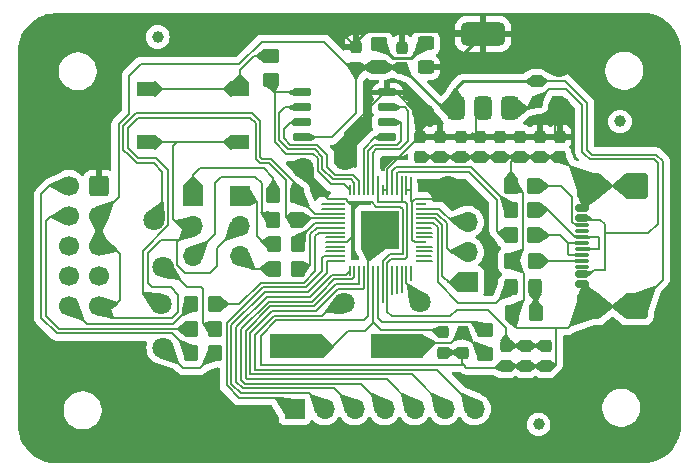
<source format=gbr>
%TF.GenerationSoftware,KiCad,Pcbnew,8.0.2*%
%TF.CreationDate,2025-07-19T08:03:09+07:00*%
%TF.ProjectId,PicoLink,5069636f-4c69-46e6-9b2e-6b696361645f,rev?*%
%TF.SameCoordinates,Original*%
%TF.FileFunction,Copper,L1,Top*%
%TF.FilePolarity,Positive*%
%FSLAX46Y46*%
G04 Gerber Fmt 4.6, Leading zero omitted, Abs format (unit mm)*
G04 Created by KiCad (PCBNEW 8.0.2) date 2025-07-19 08:03:09*
%MOMM*%
%LPD*%
G01*
G04 APERTURE LIST*
G04 Aperture macros list*
%AMRoundRect*
0 Rectangle with rounded corners*
0 $1 Rounding radius*
0 $2 $3 $4 $5 $6 $7 $8 $9 X,Y pos of 4 corners*
0 Add a 4 corners polygon primitive as box body*
4,1,4,$2,$3,$4,$5,$6,$7,$8,$9,$2,$3,0*
0 Add four circle primitives for the rounded corners*
1,1,$1+$1,$2,$3*
1,1,$1+$1,$4,$5*
1,1,$1+$1,$6,$7*
1,1,$1+$1,$8,$9*
0 Add four rect primitives between the rounded corners*
20,1,$1+$1,$2,$3,$4,$5,0*
20,1,$1+$1,$4,$5,$6,$7,0*
20,1,$1+$1,$6,$7,$8,$9,0*
20,1,$1+$1,$8,$9,$2,$3,0*%
G04 Aperture macros list end*
%TA.AperFunction,SMDPad,CuDef*%
%ADD10R,4.500000X2.000000*%
%TD*%
%TA.AperFunction,HeatsinkPad*%
%ADD11R,3.200000X3.200000*%
%TD*%
%TA.AperFunction,SMDPad,CuDef*%
%ADD12RoundRect,0.050000X-0.050000X-0.387500X0.050000X-0.387500X0.050000X0.387500X-0.050000X0.387500X0*%
%TD*%
%TA.AperFunction,SMDPad,CuDef*%
%ADD13RoundRect,0.050000X-0.387500X-0.050000X0.387500X-0.050000X0.387500X0.050000X-0.387500X0.050000X0*%
%TD*%
%TA.AperFunction,SMDPad,CuDef*%
%ADD14RoundRect,0.250000X0.350000X0.450000X-0.350000X0.450000X-0.350000X-0.450000X0.350000X-0.450000X0*%
%TD*%
%TA.AperFunction,ComponentPad*%
%ADD15R,1.700000X1.700000*%
%TD*%
%TA.AperFunction,ComponentPad*%
%ADD16O,1.700000X1.700000*%
%TD*%
%TA.AperFunction,SMDPad,CuDef*%
%ADD17RoundRect,0.250000X0.325000X0.450000X-0.325000X0.450000X-0.325000X-0.450000X0.325000X-0.450000X0*%
%TD*%
%TA.AperFunction,SMDPad,CuDef*%
%ADD18RoundRect,0.237500X-0.237500X0.300000X-0.237500X-0.300000X0.237500X-0.300000X0.237500X0.300000X0*%
%TD*%
%TA.AperFunction,SMDPad,CuDef*%
%ADD19RoundRect,0.250000X0.450000X-0.350000X0.450000X0.350000X-0.450000X0.350000X-0.450000X-0.350000X0*%
%TD*%
%TA.AperFunction,SMDPad,CuDef*%
%ADD20RoundRect,0.250000X-0.450000X0.325000X-0.450000X-0.325000X0.450000X-0.325000X0.450000X0.325000X0*%
%TD*%
%TA.AperFunction,SMDPad,CuDef*%
%ADD21RoundRect,0.237500X0.237500X-0.300000X0.237500X0.300000X-0.237500X0.300000X-0.237500X-0.300000X0*%
%TD*%
%TA.AperFunction,SMDPad,CuDef*%
%ADD22R,1.550000X1.300000*%
%TD*%
%TA.AperFunction,SMDPad,CuDef*%
%ADD23RoundRect,0.150000X-0.650000X-0.150000X0.650000X-0.150000X0.650000X0.150000X-0.650000X0.150000X0*%
%TD*%
%TA.AperFunction,SMDPad,CuDef*%
%ADD24RoundRect,0.375000X0.375000X-0.625000X0.375000X0.625000X-0.375000X0.625000X-0.375000X-0.625000X0*%
%TD*%
%TA.AperFunction,SMDPad,CuDef*%
%ADD25RoundRect,0.500000X1.400000X-0.500000X1.400000X0.500000X-1.400000X0.500000X-1.400000X-0.500000X0*%
%TD*%
%TA.AperFunction,SMDPad,CuDef*%
%ADD26RoundRect,0.250000X-0.350000X-0.450000X0.350000X-0.450000X0.350000X0.450000X-0.350000X0.450000X0*%
%TD*%
%TA.AperFunction,SMDPad,CuDef*%
%ADD27RoundRect,0.250000X-0.450000X0.350000X-0.450000X-0.350000X0.450000X-0.350000X0.450000X0.350000X0*%
%TD*%
%TA.AperFunction,SMDPad,CuDef*%
%ADD28C,1.000000*%
%TD*%
%TA.AperFunction,SMDPad,CuDef*%
%ADD29RoundRect,0.150000X0.425000X-0.150000X0.425000X0.150000X-0.425000X0.150000X-0.425000X-0.150000X0*%
%TD*%
%TA.AperFunction,SMDPad,CuDef*%
%ADD30RoundRect,0.075000X0.500000X-0.075000X0.500000X0.075000X-0.500000X0.075000X-0.500000X-0.075000X0*%
%TD*%
%TA.AperFunction,SMDPad,CuDef*%
%ADD31RoundRect,0.250000X0.750000X-0.840000X0.750000X0.840000X-0.750000X0.840000X-0.750000X-0.840000X0*%
%TD*%
%TA.AperFunction,ComponentPad*%
%ADD32RoundRect,0.250000X0.600000X0.600000X-0.600000X0.600000X-0.600000X-0.600000X0.600000X-0.600000X0*%
%TD*%
%TA.AperFunction,ComponentPad*%
%ADD33C,1.700000*%
%TD*%
%TA.AperFunction,ViaPad*%
%ADD34C,1.800000*%
%TD*%
%TA.AperFunction,Conductor*%
%ADD35C,0.200000*%
%TD*%
%TA.AperFunction,Conductor*%
%ADD36C,0.250000*%
%TD*%
G04 APERTURE END LIST*
D10*
%TO.P,Y1,1,1*%
%TO.N,/XIN*%
X148600000Y-102500000D03*
%TO.P,Y1,2,2*%
%TO.N,Net-(C13-Pad1)*%
X157100000Y-102500000D03*
%TD*%
D11*
%TO.P,U1,57,GND*%
%TO.N,GND*%
X155700000Y-92650000D03*
D12*
%TO.P,U1,56,QSPI_SS*%
%TO.N,/SPI_SS_N*%
X153100000Y-89212500D03*
%TO.P,U1,55,QSPI_SD1*%
%TO.N,/SPI_SD1*%
X153500000Y-89212500D03*
%TO.P,U1,54,QSPI_SD2*%
%TO.N,/SPI_SD2*%
X153900000Y-89212500D03*
%TO.P,U1,53,QSPI_SD0*%
%TO.N,/SPI_SD0*%
X154300000Y-89212500D03*
%TO.P,U1,52,QSPI_SCLK*%
%TO.N,/SPI_SCLK*%
X154700000Y-89212500D03*
%TO.P,U1,51,QSPI_SD3*%
%TO.N,/SPI_SD3*%
X155100000Y-89212500D03*
%TO.P,U1,50,DVDD*%
%TO.N,+1V1*%
X155500000Y-89212500D03*
%TO.P,U1,49,IOVDD*%
%TO.N,+3.3V*%
X155900000Y-89212500D03*
%TO.P,U1,48,USB_VDD*%
X156300000Y-89212500D03*
%TO.P,U1,47,USB_DP*%
%TO.N,/USB_DP*%
X156700000Y-89212500D03*
%TO.P,U1,46,USB_DM*%
%TO.N,/USB_DM*%
X157100000Y-89212500D03*
%TO.P,U1,45,VREG_VOUT*%
%TO.N,+1V1*%
X157500000Y-89212500D03*
%TO.P,U1,44,VREG_IN*%
%TO.N,+3.3V*%
X157900000Y-89212500D03*
%TO.P,U1,43,ADC_AVDD*%
X158300000Y-89212500D03*
D13*
%TO.P,U1,42,IOVDD*%
X159137500Y-90050000D03*
%TO.P,U1,41,GPIO29_ADC3*%
%TO.N,unconnected-(U1-GPIO29_ADC3-Pad41)*%
X159137500Y-90450000D03*
%TO.P,U1,40,GPIO28_ADC2*%
%TO.N,/SIGROK_ADC2*%
X159137500Y-90850000D03*
%TO.P,U1,39,GPIO27_ADC1*%
%TO.N,/SIGROK_ADC1*%
X159137500Y-91250000D03*
%TO.P,U1,38,GPIO26_ADC0*%
%TO.N,/SIGROK_ADC0*%
X159137500Y-91650000D03*
%TO.P,U1,37,GPIO25*%
%TO.N,Net-(D1-A)*%
X159137500Y-92050000D03*
%TO.P,U1,36,GPIO24*%
%TO.N,unconnected-(U1-GPIO24-Pad36)*%
X159137500Y-92450000D03*
%TO.P,U1,35,GPIO23*%
%TO.N,unconnected-(U1-GPIO23-Pad35)*%
X159137500Y-92850000D03*
%TO.P,U1,34,GPIO22*%
%TO.N,unconnected-(U1-GPIO22-Pad34)*%
X159137500Y-93250000D03*
%TO.P,U1,33,IOVDD*%
%TO.N,+3.3V*%
X159137500Y-93650000D03*
%TO.P,U1,32,GPIO21*%
%TO.N,unconnected-(U1-GPIO21-Pad32)*%
X159137500Y-94050000D03*
%TO.P,U1,31,GPIO20*%
%TO.N,unconnected-(U1-GPIO20-Pad31)*%
X159137500Y-94450000D03*
%TO.P,U1,30,GPIO19*%
%TO.N,unconnected-(U1-GPIO19-Pad30)*%
X159137500Y-94850000D03*
%TO.P,U1,29,GPIO18*%
%TO.N,unconnected-(U1-GPIO18-Pad29)*%
X159137500Y-95250000D03*
D12*
%TO.P,U1,28,GPIO17*%
%TO.N,/SIGROK_IN8*%
X158300000Y-96087500D03*
%TO.P,U1,27,GPIO16*%
%TO.N,/SIGROK_IN7*%
X157900000Y-96087500D03*
%TO.P,U1,26,RUN*%
%TO.N,Reset*%
X157500000Y-96087500D03*
%TO.P,U1,25,SWD*%
%TO.N,SWD_DIO*%
X157100000Y-96087500D03*
%TO.P,U1,24,SWCLK*%
%TO.N,SWD_CLK*%
X156700000Y-96087500D03*
%TO.P,U1,23,DVDD*%
%TO.N,+1V1*%
X156300000Y-96087500D03*
%TO.P,U1,22,IOVDD*%
%TO.N,+3.3V*%
X155900000Y-96087500D03*
%TO.P,U1,21,XOUT*%
%TO.N,/XOUT*%
X155500000Y-96087500D03*
%TO.P,U1,20,XIN*%
%TO.N,/XIN*%
X155100000Y-96087500D03*
%TO.P,U1,19,TESTEN*%
%TO.N,GND*%
X154700000Y-96087500D03*
%TO.P,U1,18,GPIO15*%
%TO.N,/SIGROK_IN6*%
X154300000Y-96087500D03*
%TO.P,U1,17,GPIO14*%
%TO.N,/SIGROK_IN5*%
X153900000Y-96087500D03*
%TO.P,U1,16,GPIO13*%
%TO.N,/SIGROK_IN4*%
X153500000Y-96087500D03*
%TO.P,U1,15,GPIO12*%
%TO.N,/SIGROK_IN3*%
X153100000Y-96087500D03*
D13*
%TO.P,U1,14,GPIO11*%
%TO.N,/SIGROK_IN2*%
X152262500Y-95250000D03*
%TO.P,U1,13,GPIO10*%
%TO.N,/SIGROK_IN1*%
X152262500Y-94850000D03*
%TO.P,U1,12,GPIO9*%
%TO.N,unconnected-(U1-GPIO9-Pad12)*%
X152262500Y-94450000D03*
%TO.P,U1,11,GPIO8*%
%TO.N,unconnected-(U1-GPIO8-Pad11)*%
X152262500Y-94050000D03*
%TO.P,U1,10,IOVDD*%
%TO.N,+3.3V*%
X152262500Y-93650000D03*
%TO.P,U1,9,GPIO7*%
%TO.N,unconnected-(U1-GPIO7-Pad9)*%
X152262500Y-93250000D03*
%TO.P,U1,8,GPIO6*%
%TO.N,TGT_RESET*%
X152262500Y-92850000D03*
%TO.P,U1,7,GPIO5*%
%TO.N,TGT_RX*%
X152262500Y-92450000D03*
%TO.P,U1,6,GPIO4*%
%TO.N,TGT_TX*%
X152262500Y-92050000D03*
%TO.P,U1,5,GPIO3*%
%TO.N,TGT_SWDIO*%
X152262500Y-91650000D03*
%TO.P,U1,4,GPIO2*%
%TO.N,TGT_SWCLK*%
X152262500Y-91250000D03*
%TO.P,U1,3,GPIO1*%
%TO.N,/SWDIR*%
X152262500Y-90850000D03*
%TO.P,U1,2,GPIO0*%
%TO.N,unconnected-(U1-GPIO0-Pad2)*%
X152262500Y-90450000D03*
%TO.P,U1,1,IOVDD*%
%TO.N,+3.3V*%
X152262500Y-90050000D03*
%TD*%
D14*
%TO.P,R3,1*%
%TO.N,Net-(D1-K)*%
X168850000Y-99700000D03*
%TO.P,R3,2*%
%TO.N,GND*%
X166850000Y-99700000D03*
%TD*%
D15*
%TO.P,J5,1,Pin_1*%
%TO.N,/SIGROK_IN1*%
X148450000Y-107800000D03*
D16*
%TO.P,J5,2,Pin_2*%
%TO.N,/SIGROK_IN2*%
X150990001Y-107799997D03*
%TO.P,J5,3,Pin_3*%
%TO.N,/SIGROK_IN3*%
X153530000Y-107800000D03*
%TO.P,J5,4,Pin_4*%
%TO.N,/SIGROK_IN4*%
X156070000Y-107800000D03*
%TO.P,J5,5,Pin_5*%
%TO.N,/SIGROK_IN5*%
X158609999Y-107800000D03*
%TO.P,J5,6,Pin_6*%
%TO.N,/SIGROK_IN6*%
X161149999Y-107800000D03*
%TO.P,J5,7,Pin_7*%
%TO.N,/SIGROK_IN7*%
X163690000Y-107800000D03*
%TD*%
%TO.P,J1,3,Pin_3*%
%TO.N,/SIGROK_ADC2*%
X163099999Y-91960003D03*
%TO.P,J1,2,Pin_2*%
%TO.N,/SIGROK_ADC1*%
X163099998Y-94500000D03*
D15*
%TO.P,J1,1,Pin_1*%
%TO.N,/SIGROK_ADC0*%
X163099999Y-97040003D03*
%TD*%
D17*
%TO.P,D1,1,K*%
%TO.N,Net-(D1-K)*%
X168824998Y-97500001D03*
%TO.P,D1,2,A*%
%TO.N,Net-(D1-A)*%
X166775002Y-97499999D03*
%TD*%
D18*
%TO.P,C13,1*%
%TO.N,Net-(C13-Pad1)*%
X162700000Y-101287500D03*
%TO.P,C13,2*%
%TO.N,GND*%
X162700000Y-103012500D03*
%TD*%
%TO.P,C12,1*%
%TO.N,+3.3V*%
X167550000Y-84737500D03*
%TO.P,C12,2*%
%TO.N,GND*%
X167550000Y-86462500D03*
%TD*%
%TO.P,C11,1*%
%TO.N,+3.3V*%
X169250000Y-84737500D03*
%TO.P,C11,2*%
%TO.N,GND*%
X169250000Y-86462500D03*
%TD*%
%TO.P,C10,1*%
%TO.N,+3.3V*%
X170900000Y-84737500D03*
%TO.P,C10,2*%
%TO.N,GND*%
X170900000Y-86462500D03*
%TD*%
%TO.P,C9,1*%
%TO.N,+3.3V*%
X164150000Y-84737500D03*
%TO.P,C9,2*%
%TO.N,GND*%
X164150000Y-86462500D03*
%TD*%
%TO.P,C8,1*%
%TO.N,+3.3V*%
X165850000Y-84737500D03*
%TO.P,C8,2*%
%TO.N,GND*%
X165850000Y-86462500D03*
%TD*%
%TO.P,C7,1*%
%TO.N,+1V1*%
X169700000Y-102437500D03*
%TO.P,C7,2*%
%TO.N,GND*%
X169700000Y-104162500D03*
%TD*%
%TO.P,C6,1*%
%TO.N,+1V1*%
X168000000Y-102437500D03*
%TO.P,C6,2*%
%TO.N,GND*%
X168000000Y-104162500D03*
%TD*%
%TO.P,C5,1*%
%TO.N,+1V1*%
X166322500Y-102437500D03*
%TO.P,C5,2*%
%TO.N,GND*%
X166322500Y-104162500D03*
%TD*%
%TO.P,C4,1*%
%TO.N,+3.3V*%
X160750000Y-84737500D03*
%TO.P,C4,2*%
%TO.N,GND*%
X160750000Y-86462500D03*
%TD*%
%TO.P,C3,1*%
%TO.N,+3.3V*%
X162500000Y-84737500D03*
%TO.P,C3,2*%
%TO.N,GND*%
X162500000Y-86462500D03*
%TD*%
%TO.P,C2,2*%
%TO.N,GND*%
X159050000Y-86462500D03*
%TO.P,C2,1*%
%TO.N,+3.3V*%
X159050000Y-84737500D03*
%TD*%
D19*
%TO.P,R2,1*%
%TO.N,Net-(C13-Pad1)*%
X164550001Y-103100000D03*
%TO.P,R2,2*%
%TO.N,/XOUT*%
X164550001Y-101100000D03*
%TD*%
D20*
%TO.P,D3,1,K*%
%TO.N,Net-(D3-K)*%
X159550001Y-76825002D03*
%TO.P,D3,2,A*%
%TO.N,+3.3V*%
X159549999Y-78874998D03*
%TD*%
D21*
%TO.P,C18,1*%
%TO.N,+5V*%
X168950000Y-81762500D03*
%TO.P,C18,2*%
%TO.N,GND*%
X168950000Y-80037500D03*
%TD*%
D14*
%TO.P,R23,1*%
%TO.N,TGT_SWCLK*%
X148650000Y-89700000D03*
%TO.P,R23,2*%
%TO.N,Net-(J4-Pin_1)*%
X146650000Y-89700000D03*
%TD*%
%TO.P,R25,1*%
%TO.N,TGT_TX*%
X148700000Y-93800000D03*
%TO.P,R25,2*%
%TO.N,Net-(J7-Pin_1)*%
X146700000Y-93800000D03*
%TD*%
D18*
%TO.P,C17,1*%
%TO.N,+3.3V*%
X157550000Y-77187500D03*
%TO.P,C17,2*%
%TO.N,GND*%
X157550000Y-78912500D03*
%TD*%
D22*
%TO.P,SW2,1,1*%
%TO.N,Net-(R20-Pad2)*%
X135875000Y-80700000D03*
X143825000Y-80700000D03*
%TO.P,SW2,2,2*%
%TO.N,GND*%
X135875000Y-85200000D03*
X143825000Y-85200000D03*
%TD*%
D18*
%TO.P,C1,1*%
%TO.N,/XIN*%
X161000001Y-101287500D03*
%TO.P,C1,2*%
%TO.N,GND*%
X161000001Y-103012500D03*
%TD*%
D14*
%TO.P,R1,1*%
%TO.N,Net-(J2-CC1)*%
X168799997Y-95249998D03*
%TO.P,R1,2*%
%TO.N,GND*%
X166799997Y-95249998D03*
%TD*%
D23*
%TO.P,U4,1,~{CS}*%
%TO.N,/SPI_SS_N*%
X149100003Y-80995000D03*
%TO.P,U4,2,DO(IO1)*%
%TO.N,/SPI_SD1*%
X149100000Y-82265000D03*
%TO.P,U4,3,IO2*%
%TO.N,/SPI_SD2*%
X149100000Y-83535000D03*
%TO.P,U4,4,GND*%
%TO.N,GND*%
X149099999Y-84804999D03*
%TO.P,U4,5,DI(IO0)*%
%TO.N,/SPI_SD0*%
X156299997Y-84805000D03*
%TO.P,U4,6,CLK*%
%TO.N,/SPI_SCLK*%
X156300000Y-83535000D03*
%TO.P,U4,7,IO3*%
%TO.N,/SPI_SD3*%
X156300000Y-82265000D03*
%TO.P,U4,8,VCC*%
%TO.N,+3.3V*%
X156300001Y-80995001D03*
%TD*%
D24*
%TO.P,U6,1,GND*%
%TO.N,GND*%
X162100000Y-82349999D03*
%TO.P,U6,2,VO*%
%TO.N,+3.3V*%
X164400000Y-82350000D03*
D25*
X164400000Y-76050000D03*
D24*
%TO.P,U6,3,VI*%
%TO.N,+5V*%
X166699999Y-82350001D03*
%TD*%
D18*
%TO.P,C16,1*%
%TO.N,+3.3V*%
X153650001Y-77175001D03*
%TO.P,C16,2*%
%TO.N,GND*%
X153650001Y-78900001D03*
%TD*%
D26*
%TO.P,R17,1*%
%TO.N,Net-(J3-SWCLK{slash}TCK)*%
X139700000Y-101000000D03*
%TO.P,R17,2*%
%TO.N,TGT_SWCLK*%
X141700000Y-101000000D03*
%TD*%
D27*
%TO.P,R22,1*%
%TO.N,Net-(D3-K)*%
X155550000Y-76850000D03*
%TO.P,R22,2*%
%TO.N,GND*%
X155550000Y-78850000D03*
%TD*%
D14*
%TO.P,R26,2*%
%TO.N,Net-(J7-Pin_3)*%
X146700000Y-95900000D03*
%TO.P,R26,1*%
%TO.N,TGT_RX*%
X148700000Y-95900000D03*
%TD*%
D28*
%TO.P,FID3,*%
%TO.N,*%
X136850000Y-76300000D03*
%TD*%
D26*
%TO.P,R19,1*%
%TO.N,Net-(J3-SWDIO{slash}TMS)*%
X139700000Y-103050000D03*
%TO.P,R19,2*%
%TO.N,TGT_SWDIO*%
X141700000Y-103050000D03*
%TD*%
D14*
%TO.P,R6,1*%
%TO.N,Net-(J2-CC2)*%
X168749996Y-88899997D03*
%TO.P,R6,2*%
%TO.N,GND*%
X166749996Y-88899997D03*
%TD*%
D29*
%TO.P,J2,A1,GND*%
%TO.N,GND*%
X172820000Y-97200000D03*
%TO.P,J2,A4,VBUS*%
%TO.N,+5V*%
X172820001Y-96400001D03*
D30*
%TO.P,J2,A5,CC1*%
%TO.N,Net-(J2-CC1)*%
X172820003Y-95250002D03*
%TO.P,J2,A6,D+*%
%TO.N,/D+*%
X172820000Y-94250002D03*
%TO.P,J2,A7,D-*%
%TO.N,/D-*%
X172819998Y-93750001D03*
%TO.P,J2,A8*%
%TO.N,N/C*%
X172820000Y-92749999D03*
D29*
%TO.P,J2,A9,VBUS*%
%TO.N,+5V*%
X172819999Y-91599999D03*
%TO.P,J2,A12,GND*%
%TO.N,GND*%
X172819997Y-90800000D03*
%TO.P,J2,B1,GND*%
X172819997Y-90800000D03*
%TO.P,J2,B4,VBUS*%
%TO.N,+5V*%
X172819999Y-91599999D03*
D30*
%TO.P,J2,B5,CC2*%
%TO.N,Net-(J2-CC2)*%
X172820002Y-92250002D03*
%TO.P,J2,B6,D+*%
%TO.N,/D+*%
X172820000Y-93250001D03*
%TO.P,J2,B7,D-*%
%TO.N,/D-*%
X172820000Y-94749999D03*
%TO.P,J2,B8*%
%TO.N,N/C*%
X172819997Y-95750000D03*
D29*
%TO.P,J2,B9,VBUS*%
%TO.N,+5V*%
X172820001Y-96400001D03*
%TO.P,J2,B12,GND*%
%TO.N,GND*%
X172820000Y-97200000D03*
D31*
%TO.P,J2,S1,SHIELD*%
X177325000Y-99110002D03*
X173394999Y-99109996D03*
X177325002Y-88889999D03*
X173395000Y-88889998D03*
%TD*%
D14*
%TO.P,R13,1*%
%TO.N,/D+*%
X168749997Y-90949998D03*
%TO.P,R13,2*%
%TO.N,/USB_DP*%
X166749997Y-90949998D03*
%TD*%
D28*
%TO.P,FID1,*%
%TO.N,*%
X169100000Y-109100000D03*
%TD*%
D14*
%TO.P,R12,1*%
%TO.N,/D-*%
X168749997Y-93099998D03*
%TO.P,R12,2*%
%TO.N,/USB_DM*%
X166749997Y-93099998D03*
%TD*%
D28*
%TO.P,FID2,*%
%TO.N,*%
X176000000Y-83450000D03*
%TD*%
D19*
%TO.P,R20,1*%
%TO.N,/SPI_SS_N*%
X146450000Y-79900000D03*
%TO.P,R20,2*%
%TO.N,Net-(R20-Pad2)*%
X146450000Y-77900000D03*
%TD*%
D14*
%TO.P,R24,1*%
%TO.N,TGT_SWDIO*%
X148650000Y-91750000D03*
%TO.P,R24,2*%
%TO.N,Net-(J4-Pin_3)*%
X146650000Y-91750000D03*
%TD*%
D26*
%TO.P,R14,1*%
%TO.N,Net-(J3-~{RESET})*%
X139700000Y-98900000D03*
%TO.P,R14,2*%
%TO.N,TGT_RESET*%
X141700000Y-98900000D03*
%TD*%
D15*
%TO.P,J4,1,Pin_1*%
%TO.N,Net-(J4-Pin_1)*%
X139850000Y-89775000D03*
D16*
%TO.P,J4,2,Pin_2*%
%TO.N,GND*%
X139850000Y-92315000D03*
%TO.P,J4,3,Pin_3*%
%TO.N,Net-(J4-Pin_3)*%
X139850000Y-94855000D03*
%TD*%
D32*
%TO.P,J3,1,VTref*%
%TO.N,+3.3V*%
X131900000Y-88920000D03*
D33*
%TO.P,J3,2,SWDIO/TMS*%
%TO.N,Net-(J3-SWDIO{slash}TMS)*%
X129360000Y-88920000D03*
%TO.P,J3,3,GND*%
%TO.N,GND*%
X131900000Y-91460000D03*
%TO.P,J3,4,SWCLK/TCK*%
%TO.N,Net-(J3-SWCLK{slash}TCK)*%
X129360000Y-91460000D03*
%TO.P,J3,5,GND*%
%TO.N,GND*%
X131900000Y-94000000D03*
%TO.P,J3,6,SWO/TDO*%
%TO.N,unconnected-(J3-SWO{slash}TDO-Pad6)*%
X129360000Y-94000000D03*
%TO.P,J3,7,KEY*%
%TO.N,unconnected-(J3-KEY-Pad7)*%
X131900000Y-96540000D03*
%TO.P,J3,8,NC/TDI*%
%TO.N,unconnected-(J3-NC{slash}TDI-Pad8)*%
X129360000Y-96540000D03*
%TO.P,J3,9,GNDDetect*%
%TO.N,GND*%
X131900000Y-99080000D03*
%TO.P,J3,10,~{RESET}*%
%TO.N,Net-(J3-~{RESET})*%
X129360000Y-99080000D03*
%TD*%
D15*
%TO.P,J7,1,Pin_1*%
%TO.N,Net-(J7-Pin_1)*%
X143800000Y-89760000D03*
D16*
%TO.P,J7,2,Pin_2*%
%TO.N,GND*%
X143800000Y-92300000D03*
%TO.P,J7,3,Pin_3*%
%TO.N,Net-(J7-Pin_3)*%
X143800000Y-94840000D03*
%TD*%
D34*
%TO.N,+3.3V*%
X161450000Y-88900000D03*
X159400000Y-82800000D03*
X152725044Y-86750000D03*
X149185785Y-87409314D03*
X170900000Y-82200000D03*
X170850000Y-78837500D03*
%TO.N,TGT_SWCLK*%
X136550000Y-91750000D03*
X137300000Y-95800000D03*
%TO.N,TGT_SWDIO*%
X137109099Y-98909099D03*
X137301471Y-102600000D03*
%TO.N,/SIGROK_IN7*%
X152600000Y-98825000D03*
X159050000Y-98750000D03*
%TD*%
D35*
%TO.N,+1V1*%
X155500000Y-89212500D02*
X155500000Y-88100000D01*
%TO.N,/SIGROK_IN7*%
X157900000Y-96087500D02*
X157900000Y-96750000D01*
%TO.N,Reset*%
X157500000Y-96087500D02*
X157500000Y-97850000D01*
%TO.N,SWD_DIO*%
X157100000Y-96087500D02*
X157100000Y-98000000D01*
%TO.N,SWD_CLK*%
X156700000Y-96087500D02*
X156700000Y-98050000D01*
%TO.N,+1V1*%
X156300000Y-99550000D02*
X156300000Y-96087500D01*
X161625000Y-99950000D02*
X156700000Y-99950000D01*
X162175000Y-99400000D02*
X161625000Y-99950000D01*
X164800000Y-99400000D02*
X162175000Y-99400000D01*
X166322500Y-100922500D02*
X164800000Y-99400000D01*
X156700000Y-99950000D02*
X156300000Y-99550000D01*
X166322500Y-102437500D02*
X166322500Y-100922500D01*
%TO.N,+3.3V*%
X155900000Y-96087500D02*
X155900000Y-98700000D01*
%TO.N,/XOUT*%
X164200000Y-100750000D02*
X164200001Y-100750000D01*
X164200001Y-100750000D02*
X164550001Y-101100000D01*
X155850000Y-100450000D02*
X163900001Y-100450000D01*
X155500000Y-100100000D02*
X155850000Y-100450000D01*
X163900001Y-100450000D02*
X164200000Y-100750000D01*
X155500000Y-96087500D02*
X155500000Y-100100000D01*
%TO.N,/XIN*%
X155100000Y-100450000D02*
X155100000Y-96087500D01*
%TO.N,GND*%
X145561634Y-104050000D02*
X162750000Y-104050000D01*
X145561634Y-101638366D02*
X145561634Y-104050000D01*
X146900000Y-100300000D02*
X145561634Y-101638366D01*
X154700000Y-99950000D02*
X154350000Y-100300000D01*
X154350000Y-100300000D02*
X146900000Y-100300000D01*
X154700000Y-96087500D02*
X154700000Y-99950000D01*
%TO.N,/SIGROK_IN6*%
X158379999Y-104850000D02*
X161129999Y-107600000D01*
X144700000Y-104850000D02*
X158379999Y-104850000D01*
X144700000Y-101368628D02*
X144700000Y-104850000D01*
X150228429Y-99500000D02*
X146568628Y-99500000D01*
X151457599Y-98270830D02*
X150228429Y-99500000D01*
X151457599Y-98270344D02*
X151457599Y-98270830D01*
X152102943Y-97625000D02*
X151457599Y-98270344D01*
X154300000Y-97550000D02*
X154225000Y-97625000D01*
X154300000Y-96087500D02*
X154300000Y-97550000D01*
X146568628Y-99500000D02*
X144700000Y-101368628D01*
X154225000Y-97625000D02*
X152102943Y-97625000D01*
%TO.N,/SIGROK_IN5*%
X156240004Y-105250000D02*
X158589999Y-107599995D01*
X144412744Y-105250000D02*
X156240004Y-105250000D01*
X144300000Y-105137256D02*
X144412744Y-105250000D01*
X144300000Y-101202942D02*
X144300000Y-105137256D01*
X146402942Y-99100000D02*
X144300000Y-101202942D01*
X150062743Y-99100000D02*
X146402942Y-99100000D01*
X151057599Y-98105144D02*
X150062743Y-99100000D01*
X151057599Y-98104658D02*
X151057599Y-98105144D01*
X151937257Y-97225000D02*
X151057599Y-98104658D01*
X153900000Y-96087500D02*
X153900000Y-97225000D01*
X153900000Y-97225000D02*
X151937257Y-97225000D01*
%TO.N,/SIGROK_IN4*%
X144247058Y-105650000D02*
X154100000Y-105650000D01*
X154100000Y-105650000D02*
X156050000Y-107600000D01*
X143900000Y-101037256D02*
X143900000Y-105302942D01*
X150657599Y-97939458D02*
X149897057Y-98700000D01*
X143900000Y-105302942D02*
X144247058Y-105650000D01*
X151771571Y-96825000D02*
X150657599Y-97938972D01*
X153296360Y-96825000D02*
X151771571Y-96825000D01*
X146237256Y-98700000D02*
X143900000Y-101037256D01*
X153500000Y-96621360D02*
X153296360Y-96825000D01*
X153500000Y-96087500D02*
X153500000Y-96621360D01*
X149897057Y-98700000D02*
X146237256Y-98700000D01*
X150657599Y-97938972D02*
X150657599Y-97939458D01*
%TO.N,/SIGROK_IN3*%
X151780000Y-106050000D02*
X153530000Y-107800000D01*
X144081372Y-106050000D02*
X151780000Y-106050000D01*
X143500000Y-105468628D02*
X144081372Y-106050000D01*
X143500000Y-100871570D02*
X143500000Y-105468628D01*
X150257599Y-97773772D02*
X149731371Y-98300000D01*
X150257599Y-97773286D02*
X150257599Y-97773772D01*
X146071570Y-98300000D02*
X143500000Y-100871570D01*
X151605885Y-96425000D02*
X150257599Y-97773286D01*
X149731371Y-98300000D02*
X146071570Y-98300000D01*
X152762500Y-96425000D02*
X151605885Y-96425000D01*
X153100000Y-96087500D02*
X152762500Y-96425000D01*
%TO.N,/SIGROK_IN2*%
X143915686Y-106450000D02*
X149640001Y-106450000D01*
X143100000Y-105634314D02*
X143915686Y-106450000D01*
X149640001Y-106450000D02*
X150990002Y-107800001D01*
X145905884Y-97900000D02*
X143100000Y-100705884D01*
X149565685Y-97900000D02*
X145905884Y-97900000D01*
X149857599Y-97607599D02*
X149857599Y-97608086D01*
X151150000Y-96315199D02*
X149857599Y-97607599D01*
X151150000Y-95250000D02*
X151150000Y-96315199D01*
X152215200Y-95250000D02*
X151150000Y-95250000D01*
X143100000Y-100705884D02*
X143100000Y-105634314D01*
X149857599Y-97608086D02*
X149565685Y-97900000D01*
%TO.N,/SIGROK_IN1*%
X147500000Y-106850000D02*
X148450000Y-107800000D01*
X142700000Y-105800000D02*
X143750000Y-106850000D01*
X145740198Y-97500000D02*
X142700000Y-100540198D01*
X142700000Y-100540198D02*
X142700000Y-105800000D01*
X149400000Y-97500000D02*
X145740198Y-97500000D01*
X149400000Y-97499513D02*
X149400000Y-97500000D01*
X150750000Y-96149513D02*
X149400000Y-97499513D01*
X150750000Y-95000000D02*
X150750000Y-96149513D01*
X150900000Y-94850000D02*
X150750000Y-95000000D01*
X152262500Y-94850000D02*
X150900000Y-94850000D01*
X143750000Y-106850000D02*
X147500000Y-106850000D01*
%TO.N,unconnected-(U1-GPIO9-Pad12)*%
X152262500Y-94450000D02*
X151100000Y-94450000D01*
%TO.N,unconnected-(U1-GPIO8-Pad11)*%
X152200000Y-94050000D02*
X151100000Y-94050000D01*
%TO.N,+3.3V*%
X152262500Y-93650000D02*
X151100000Y-93650000D01*
%TO.N,unconnected-(U1-GPIO7-Pad9)*%
X152200000Y-93250000D02*
X151100000Y-93250000D01*
%TO.N,TGT_RESET*%
X150200000Y-93131372D02*
X150481372Y-92850000D01*
X150200000Y-96133827D02*
X150200000Y-93131372D01*
X145574512Y-97100000D02*
X149233827Y-97100000D01*
X143774512Y-98900000D02*
X145574512Y-97100000D01*
X149233827Y-97100000D02*
X150200000Y-96133827D01*
X150481372Y-92850000D02*
X152262500Y-92850000D01*
X141700000Y-98900000D02*
X143774512Y-98900000D01*
%TO.N,TGT_RX*%
X149400000Y-95900000D02*
X148700000Y-95900000D01*
X149750000Y-95550000D02*
X149400000Y-95900000D01*
X149750000Y-93015686D02*
X149750000Y-95550000D01*
X150315686Y-92450000D02*
X149750000Y-93015686D01*
X152262500Y-92450000D02*
X150315686Y-92450000D01*
%TO.N,TGT_TX*%
X148700000Y-93500000D02*
X148700000Y-93800000D01*
X150150000Y-92050000D02*
X148700000Y-93500000D01*
X152262500Y-92050000D02*
X150150000Y-92050000D01*
%TO.N,TGT_SWDIO*%
X148850000Y-91650000D02*
X152262500Y-91650000D01*
X148750000Y-91750000D02*
X148850000Y-91650000D01*
X148650000Y-91750000D02*
X148750000Y-91750000D01*
%TO.N,TGT_SWCLK*%
X152262500Y-91250000D02*
X150200000Y-91250000D01*
X150200000Y-91250000D02*
X148650000Y-89700000D01*
%TO.N,/SWDIR*%
X152262500Y-90850000D02*
X150800000Y-90850000D01*
%TO.N,unconnected-(U1-GPIO0-Pad2)*%
X152262500Y-90450000D02*
X150800000Y-90450000D01*
%TO.N,+3.3V*%
X151300000Y-90050000D02*
X152262500Y-90050000D01*
X148800000Y-87550000D02*
X151300000Y-90050000D01*
X148800000Y-87350000D02*
X148800000Y-87550000D01*
X149185785Y-87409314D02*
X148859314Y-87409314D01*
X148859314Y-87409314D02*
X148800000Y-87350000D01*
%TO.N,/SPI_SS_N*%
X146750000Y-81095000D02*
X146850000Y-80995000D01*
X146750000Y-85200000D02*
X146750000Y-81095000D01*
X150027942Y-86209314D02*
X147759314Y-86209314D01*
X150400000Y-86581372D02*
X150027942Y-86209314D01*
X151518628Y-88750000D02*
X150400000Y-87631372D01*
X147759314Y-86209314D02*
X146750000Y-85200000D01*
X152637500Y-88750000D02*
X151518628Y-88750000D01*
X150400000Y-87631372D02*
X150400000Y-86581372D01*
X153100000Y-89212500D02*
X152637500Y-88750000D01*
%TO.N,/SPI_SD1*%
X147635000Y-82265000D02*
X149100000Y-82265000D01*
X147150000Y-82750000D02*
X147635000Y-82265000D01*
X147150000Y-85034314D02*
X147150000Y-82750000D01*
X150193628Y-85809314D02*
X147925000Y-85809314D01*
X150800000Y-86415686D02*
X150193628Y-85809314D01*
X147925000Y-85809314D02*
X147150000Y-85034314D01*
X151684314Y-88350000D02*
X150800000Y-87465686D01*
X153500000Y-88650000D02*
X153200000Y-88350000D01*
X153200000Y-88350000D02*
X151684314Y-88350000D01*
X150800000Y-87465686D02*
X150800000Y-86415686D01*
X153500000Y-89212500D02*
X153500000Y-88650000D01*
%TO.N,/SPI_SD2*%
X148115000Y-83535000D02*
X149100000Y-83535000D01*
X147550000Y-84100000D02*
X148115000Y-83535000D01*
X147550000Y-84868628D02*
X147550000Y-84100000D01*
X148090686Y-85409314D02*
X147550000Y-84868628D01*
X148095001Y-85404999D02*
X148090686Y-85409314D01*
X150354999Y-85404999D02*
X148095001Y-85404999D01*
X151200000Y-86250000D02*
X150354999Y-85404999D01*
X151850000Y-87950000D02*
X151200000Y-87300000D01*
X153900000Y-88484314D02*
X153365686Y-87950000D01*
X151200000Y-87300000D02*
X151200000Y-86250000D01*
X153900000Y-89212500D02*
X153900000Y-88484314D01*
X153365686Y-87950000D02*
X151850000Y-87950000D01*
%TO.N,/SPI_SD0*%
X155245000Y-84805000D02*
X156299997Y-84805000D01*
X154300000Y-85750000D02*
X155245000Y-84805000D01*
X154300000Y-89212500D02*
X154300000Y-85750000D01*
%TO.N,/D+*%
X169912589Y-90949998D02*
X168749997Y-90949998D01*
X172212592Y-93250001D02*
X169912589Y-90949998D01*
X172820000Y-93250001D02*
X172212592Y-93250001D01*
%TO.N,+3.3V*%
X152375000Y-75900000D02*
X153650001Y-77175001D01*
X143350000Y-77750000D02*
X145200000Y-75900000D01*
X133250000Y-79300000D02*
X134800000Y-77750000D01*
X133250000Y-81200000D02*
X133250000Y-79300000D01*
X134800000Y-77750000D02*
X143350000Y-77750000D01*
X145200000Y-75900000D02*
X152375000Y-75900000D01*
X131800000Y-82650000D02*
X133250000Y-81200000D01*
X131900000Y-88920000D02*
X131800000Y-88820000D01*
X131800000Y-88820000D02*
X131800000Y-82650000D01*
%TO.N,Net-(C13-Pad1)*%
X158475000Y-102500000D02*
X158800000Y-102175000D01*
X158800000Y-102175000D02*
X157425000Y-102175000D01*
X157100000Y-102500000D02*
X158475000Y-102500000D01*
X161712500Y-102175000D02*
X158800000Y-102175000D01*
%TO.N,/XIN*%
X148600000Y-102500000D02*
X148850000Y-102750000D01*
X149950000Y-102750000D02*
X151450000Y-102750000D01*
X148350000Y-102750000D02*
X149950000Y-102750000D01*
X148850000Y-102750000D02*
X149950000Y-102750000D01*
X155750000Y-101100000D02*
X155100000Y-100450000D01*
X160812501Y-101100000D02*
X155750000Y-101100000D01*
X161000001Y-101287500D02*
X160812501Y-101100000D01*
%TO.N,Net-(C13-Pad1)*%
X164550001Y-103100000D02*
X164512500Y-103100000D01*
X164512500Y-103100000D02*
X162731250Y-101318750D01*
%TO.N,GND*%
X162600000Y-103600000D02*
X162600000Y-103112500D01*
X162600000Y-103600000D02*
X162600000Y-103900000D01*
X162600000Y-103012500D02*
X162600000Y-103600000D01*
X162600000Y-103112500D02*
X162700000Y-103012500D01*
X161000001Y-103012500D02*
X162700000Y-103012500D01*
%TO.N,Net-(C13-Pad1)*%
X162700000Y-101287500D02*
X162731250Y-101318750D01*
X162731250Y-101318750D02*
X162650000Y-101237500D01*
X156850000Y-102750000D02*
X156162500Y-102062500D01*
X157425000Y-102175000D02*
X156850000Y-102750000D01*
X162650000Y-101237500D02*
X161712500Y-102175000D01*
%TO.N,+1V1*%
X168000000Y-102437500D02*
X166322500Y-102437500D01*
X169700000Y-102437500D02*
X168000000Y-102437500D01*
%TO.N,GND*%
X170600000Y-101050000D02*
X170450000Y-100900000D01*
X170600000Y-103950000D02*
X170600000Y-101050000D01*
X170387500Y-104162500D02*
X170600000Y-103950000D01*
X169700000Y-104162500D02*
X170387500Y-104162500D01*
X170450000Y-100900000D02*
X171604995Y-100900000D01*
X170300000Y-100900000D02*
X170450000Y-100900000D01*
X168000000Y-104162500D02*
X169700000Y-104162500D01*
X166322500Y-104162500D02*
X168000000Y-104162500D01*
X166185000Y-104300000D02*
X166322500Y-104162500D01*
X163000000Y-104300000D02*
X166185000Y-104300000D01*
X162750000Y-104050000D02*
X163000000Y-104300000D01*
%TO.N,/SIGROK_IN7*%
X146734314Y-99900000D02*
X145100000Y-101534314D01*
X145100000Y-104450000D02*
X160520000Y-104450000D01*
X150750000Y-99900000D02*
X146734314Y-99900000D01*
X160520000Y-104450000D02*
X163670000Y-107600000D01*
X151825000Y-98825000D02*
X150750000Y-99900000D01*
X152600000Y-98825000D02*
X151825000Y-98825000D01*
X145100000Y-101534314D02*
X145100000Y-104450000D01*
%TO.N,/XIN*%
X155100000Y-100491722D02*
X155100000Y-100450000D01*
%TO.N,GND*%
X162600000Y-103900000D02*
X162750000Y-104050000D01*
X161000001Y-103012500D02*
X162600000Y-103012500D01*
%TO.N,/XIN*%
X154370861Y-101220861D02*
X155100000Y-100491722D01*
X152979139Y-101220861D02*
X154370861Y-101220861D01*
X151450000Y-102750000D02*
X152979139Y-101220861D01*
%TO.N,+3.3V*%
X152725044Y-84399404D02*
X156129447Y-80995001D01*
X152725044Y-86750000D02*
X152725044Y-84399404D01*
X156129447Y-80995001D02*
X156300001Y-80995001D01*
X161450000Y-89850000D02*
X161250000Y-90050000D01*
X161250000Y-90050000D02*
X159137500Y-90050000D01*
X161450000Y-88900000D02*
X161450000Y-89850000D01*
X159384314Y-82784314D02*
X159400000Y-82800000D01*
X158850000Y-82784314D02*
X159384314Y-82784314D01*
X158850000Y-84931372D02*
X158850000Y-84737500D01*
X156300000Y-87481372D02*
X158850000Y-84931372D01*
X156300000Y-89212500D02*
X156300000Y-87481372D01*
%TO.N,TGT_SWCLK*%
X148650000Y-88818628D02*
X148650000Y-89700000D01*
X145715686Y-86600000D02*
X146431372Y-86600000D01*
X145550000Y-86434314D02*
X145715686Y-86600000D01*
X145550000Y-83434314D02*
X145550000Y-86434314D01*
X144865686Y-82750000D02*
X145550000Y-83434314D01*
X135034314Y-82750000D02*
X144865686Y-82750000D01*
X133950000Y-85865686D02*
X133950000Y-83834315D01*
X133950000Y-83834315D02*
X135034314Y-82750000D01*
X137250000Y-87750000D02*
X136500000Y-87000000D01*
X137250000Y-91050000D02*
X137250000Y-87750000D01*
X146431372Y-86600000D02*
X148650000Y-88818628D01*
X136500000Y-87000000D02*
X135084315Y-87000000D01*
X135084315Y-87000000D02*
X134400000Y-86315685D01*
X134400000Y-86315685D02*
X133950000Y-85865686D01*
X136550000Y-91750000D02*
X137250000Y-91050000D01*
%TO.N,Net-(J4-Pin_3)*%
X141700000Y-93005000D02*
X139850000Y-94855000D01*
X141700000Y-88700000D02*
X141700000Y-93005000D01*
X145100000Y-88150000D02*
X142250000Y-88150000D01*
X145650000Y-88700000D02*
X145100000Y-88150000D01*
X145650000Y-91150000D02*
X145650000Y-88700000D01*
X142250000Y-88150000D02*
X141700000Y-88700000D01*
X146250000Y-91750000D02*
X145650000Y-91150000D01*
X146650000Y-91750000D02*
X146250000Y-91750000D01*
%TO.N,Net-(J7-Pin_1)*%
X145900000Y-93800000D02*
X146700000Y-93800000D01*
X145250000Y-93150000D02*
X145900000Y-93800000D01*
X145250000Y-90315686D02*
X145250000Y-93150000D01*
X144694314Y-89760000D02*
X145250000Y-90315686D01*
X143800000Y-89760000D02*
X144694314Y-89760000D01*
%TO.N,Net-(J7-Pin_3)*%
X146700000Y-95900000D02*
X144860000Y-95900000D01*
X144860000Y-95900000D02*
X143800000Y-94840000D01*
%TO.N,Net-(J4-Pin_1)*%
X139850000Y-87950000D02*
X139850000Y-89775000D01*
X140400000Y-87400000D02*
X139850000Y-87950000D01*
X145850000Y-87400000D02*
X140400000Y-87400000D01*
X146650000Y-88200000D02*
X145850000Y-87400000D01*
X146650000Y-89700000D02*
X146650000Y-88200000D01*
%TO.N,/SIGROK_IN7*%
X159050000Y-98300000D02*
X159050000Y-98750000D01*
X157900000Y-97150000D02*
X159050000Y-98300000D01*
X157900000Y-96750000D02*
X157900000Y-97150000D01*
%TO.N,GND*%
X143825000Y-85200000D02*
X138500000Y-85200000D01*
X173395005Y-99110002D02*
X173394999Y-99109996D01*
X167250000Y-100900000D02*
X170300000Y-100900000D01*
X135250000Y-85200000D02*
X135875000Y-85200000D01*
X170967502Y-86462500D02*
X170500000Y-86462500D01*
X136000000Y-97097057D02*
X136352943Y-97450000D01*
X162150000Y-86462500D02*
X160500000Y-86462500D01*
X133550000Y-83668629D02*
X134400000Y-82818629D01*
X153150001Y-78900001D02*
X153650001Y-78900001D01*
X173394999Y-97774999D02*
X172820000Y-97200000D01*
X173395000Y-88889998D02*
X170967502Y-86462500D01*
X154700000Y-93650000D02*
X155700000Y-92650000D01*
X137950000Y-97450000D02*
X138600000Y-98100000D01*
X173200000Y-85850000D02*
X173600000Y-86250000D01*
X170500000Y-86462500D02*
X168850000Y-86462500D01*
X143750000Y-78600000D02*
X145650000Y-76700000D01*
X133220000Y-99080000D02*
X131900000Y-99080000D01*
X166850000Y-99550000D02*
X166850000Y-100500000D01*
X138700000Y-93465000D02*
X137100686Y-93465000D01*
X136352943Y-97450000D02*
X137950000Y-97450000D01*
X138600000Y-98100000D02*
X138600000Y-99584314D01*
X135400000Y-78600000D02*
X143750000Y-78600000D01*
X131900000Y-91460000D02*
X131900000Y-94000000D01*
X177325000Y-99110002D02*
X173395005Y-99110002D01*
X160500000Y-86462500D02*
X158850000Y-86462500D01*
X138150000Y-91700000D02*
X138150000Y-85550000D01*
X165450000Y-86462500D02*
X163800000Y-86462500D01*
X141900000Y-94200000D02*
X141900000Y-95650000D01*
X136000000Y-94565686D02*
X136000000Y-97097057D01*
D36*
X157550000Y-78912500D02*
X155612500Y-78912500D01*
D35*
X137100686Y-93465000D02*
X136000000Y-94565686D01*
X162150000Y-86462500D02*
X163800000Y-86462500D01*
X149099999Y-84804999D02*
X151595001Y-84804999D01*
X132929099Y-100109099D02*
X131900000Y-99080000D01*
X133550000Y-89810000D02*
X133550000Y-83668629D01*
X138150000Y-85550000D02*
X138500000Y-85200000D01*
X138500000Y-95600000D02*
X138500000Y-93665000D01*
X166850000Y-100500000D02*
X167250000Y-100900000D01*
X133050000Y-94000000D02*
X133700000Y-94650000D01*
D36*
X155612500Y-78912500D02*
X155550000Y-78850000D01*
X162100000Y-82349999D02*
X160987499Y-82349999D01*
D35*
X133700000Y-98600000D02*
X133220000Y-99080000D01*
D36*
X160987499Y-82349999D02*
X157550000Y-78912500D01*
D35*
X138765000Y-92315000D02*
X138150000Y-91700000D01*
X131900000Y-94000000D02*
X133050000Y-94000000D01*
X150950000Y-76700000D02*
X153150001Y-78900001D01*
X139150000Y-96250000D02*
X138500000Y-95600000D01*
X173394999Y-99109996D02*
X173394999Y-97774999D01*
X153650001Y-82749999D02*
X153650001Y-78900001D01*
X166749996Y-88899997D02*
X166749996Y-86862504D01*
X141300000Y-96250000D02*
X139150000Y-96250000D01*
X138500000Y-85200000D02*
X135875000Y-85200000D01*
D36*
X162100000Y-82349999D02*
X162100000Y-80650000D01*
D35*
X177325002Y-88889999D02*
X173395001Y-88889999D01*
D36*
X162100000Y-80650000D02*
X162712500Y-80037500D01*
D35*
X139850000Y-92315000D02*
X138765000Y-92315000D01*
X173600000Y-86250000D02*
X179065686Y-86250000D01*
X173395001Y-88889999D02*
X173395000Y-88889998D01*
X138500000Y-93665000D02*
X138700000Y-93465000D01*
X167750000Y-94299995D02*
X167750000Y-89500000D01*
X171337500Y-80037500D02*
X173200000Y-81900000D01*
X151595001Y-84804999D02*
X153650001Y-82749999D01*
X173200000Y-81900000D02*
X173200000Y-85850000D01*
X171604995Y-100900000D02*
X173394999Y-99109996D01*
X145650000Y-76700000D02*
X150950000Y-76700000D01*
X166850000Y-99550000D02*
X167850000Y-98550000D01*
D36*
X155550000Y-78850000D02*
X153700002Y-78850000D01*
D35*
X167150000Y-86462500D02*
X165450000Y-86462500D01*
X166799997Y-95249998D02*
X167750000Y-94299995D01*
X166749996Y-86862504D02*
X167150000Y-86462500D01*
X179600000Y-96835002D02*
X177325000Y-99110002D01*
X134400000Y-82818629D02*
X134400000Y-79600000D01*
X154700000Y-96087500D02*
X154700000Y-93650000D01*
X141900000Y-95650000D02*
X141300000Y-96250000D01*
D36*
X153700002Y-78850000D02*
X153650001Y-78900001D01*
D35*
X138075215Y-100109099D02*
X132929099Y-100109099D01*
X179065686Y-86250000D02*
X179600000Y-86784314D01*
X167149997Y-88899997D02*
X166749996Y-88899997D01*
X143800000Y-92300000D02*
X141900000Y-94200000D01*
X167850000Y-96300001D02*
X166799997Y-95249998D01*
X133700000Y-94650000D02*
X133700000Y-98600000D01*
X173395000Y-90224997D02*
X172819997Y-90800000D01*
X168850000Y-86462500D02*
X167150000Y-86462500D01*
X139850000Y-92315000D02*
X138700000Y-93465000D01*
X167850000Y-98550000D02*
X167850000Y-96300001D01*
X167750000Y-89500000D02*
X167149997Y-88899997D01*
X179600000Y-86784314D02*
X179600000Y-96835002D01*
D36*
X162712500Y-80037500D02*
X168950000Y-80037500D01*
D35*
X168950000Y-80037500D02*
X171337500Y-80037500D01*
X138600000Y-99584314D02*
X138075215Y-100109099D01*
X173395000Y-88889998D02*
X173395000Y-90224997D01*
X131900000Y-91460000D02*
X133550000Y-89810000D01*
X134400000Y-79600000D02*
X135400000Y-78600000D01*
%TO.N,+3.3V*%
X163800000Y-82950000D02*
X164400000Y-82350000D01*
D36*
X164400000Y-76050000D02*
X164100000Y-75750000D01*
D35*
X160500000Y-84737500D02*
X162150000Y-84737500D01*
X158300000Y-90153640D02*
X158300000Y-89212500D01*
X162150000Y-84737500D02*
X163800000Y-84737500D01*
X158603640Y-93650000D02*
X158400000Y-93446360D01*
X158400000Y-90253640D02*
X158300000Y-90153640D01*
X156484314Y-94700000D02*
X157600000Y-94700000D01*
D36*
X154537502Y-75750000D02*
X153650001Y-76637501D01*
D35*
X158850000Y-82784314D02*
X157060687Y-80995001D01*
X159137500Y-93650000D02*
X158603640Y-93650000D01*
X158400000Y-90253640D02*
X158603640Y-90050000D01*
X170187500Y-78837500D02*
X170100000Y-78750000D01*
X158300000Y-89212500D02*
X158300000Y-88150000D01*
X165450000Y-84737500D02*
X167150000Y-84737500D01*
X157900000Y-89212500D02*
X158300000Y-89212500D01*
X163500000Y-84437500D02*
X163800000Y-84737500D01*
X157060687Y-80995001D02*
X156300001Y-80995001D01*
D36*
X157550000Y-76050000D02*
X157250000Y-75750000D01*
D35*
X153450000Y-90703640D02*
X153450000Y-93050000D01*
X158400000Y-90453640D02*
X158400000Y-90253640D01*
X155900000Y-95284314D02*
X156484314Y-94700000D01*
X158850000Y-84737500D02*
X160500000Y-84737500D01*
D36*
X164100000Y-75750000D02*
X157250000Y-75750000D01*
D35*
X157600000Y-90900000D02*
X157350000Y-90650000D01*
X170850000Y-78837500D02*
X168062500Y-76050000D01*
D36*
X157250000Y-75750000D02*
X154537502Y-75750000D01*
D35*
X158603640Y-90050000D02*
X159137500Y-90050000D01*
X153046360Y-90300000D02*
X153000000Y-90253640D01*
X157600000Y-94700000D02*
X157600000Y-90900000D01*
X170900000Y-82200000D02*
X170500000Y-82600000D01*
X170850000Y-78837500D02*
X170187500Y-78837500D01*
X168062500Y-76050000D02*
X164400000Y-76050000D01*
X152262500Y-90050000D02*
X152796360Y-90050000D01*
X155334315Y-90650000D02*
X154984315Y-90300000D01*
D36*
X159549999Y-78874998D02*
X161575002Y-78874998D01*
D35*
X152850000Y-93650000D02*
X152262500Y-93650000D01*
X158400000Y-93446360D02*
X158400000Y-90453640D01*
X155900000Y-96087500D02*
X155900000Y-95284314D01*
X163800000Y-84737500D02*
X163800000Y-82950000D01*
X152796360Y-90050000D02*
X153000000Y-90253640D01*
X158850000Y-84737500D02*
X158850000Y-82784314D01*
D36*
X157550000Y-77187500D02*
X157550000Y-76050000D01*
D35*
X153000000Y-90253640D02*
X153450000Y-90703640D01*
X156300000Y-89212500D02*
X155900000Y-89212500D01*
D36*
X161575002Y-78874998D02*
X164400000Y-76050000D01*
D35*
X170500000Y-82600000D02*
X170500000Y-84737500D01*
X154984315Y-90300000D02*
X153046360Y-90300000D01*
X163800000Y-84737500D02*
X165450000Y-84737500D01*
X157900000Y-89212500D02*
X157900000Y-88100000D01*
X153450000Y-93050000D02*
X152850000Y-93650000D01*
X157350000Y-90650000D02*
X155334315Y-90650000D01*
X167150000Y-84737500D02*
X168850000Y-84737500D01*
X168850000Y-84737500D02*
X170500000Y-84737500D01*
%TO.N,Net-(D1-A)*%
X166825002Y-97449999D02*
X165475001Y-98800000D01*
X160550000Y-97050000D02*
X160550000Y-92400000D01*
X160200000Y-92050000D02*
X159137500Y-92050000D01*
X162300000Y-98800000D02*
X160550000Y-97050000D01*
X160550000Y-92400000D02*
X160200000Y-92050000D01*
X165475001Y-98800000D02*
X162300000Y-98800000D01*
%TO.N,Net-(D1-K)*%
X168874998Y-99525002D02*
X168850000Y-99550000D01*
X168874998Y-97450001D02*
X168874998Y-99525002D01*
D36*
%TO.N,Net-(D3-K)*%
X156750000Y-78050000D02*
X158325003Y-78050000D01*
X155550000Y-76850000D02*
X156750000Y-78050000D01*
X158325003Y-78050000D02*
X159550001Y-76825002D01*
D35*
%TO.N,/D-*%
X171600000Y-94699999D02*
X171650000Y-94749999D01*
X172819998Y-93750001D02*
X171600000Y-93750001D01*
X171600000Y-93750001D02*
X171600000Y-94699999D01*
X171650000Y-94749999D02*
X172820000Y-94749999D01*
X171600000Y-93750001D02*
X170949997Y-93099998D01*
X170949997Y-93099998D02*
X168749997Y-93099998D01*
%TO.N,Net-(J2-CC1)*%
X172820003Y-95250002D02*
X168800001Y-95250002D01*
X168800001Y-95250002D02*
X168799997Y-95249998D01*
%TO.N,/D+*%
X174200000Y-94250002D02*
X172820000Y-94250002D01*
X174200000Y-94250002D02*
X174200000Y-93250001D01*
X172820000Y-93250001D02*
X174200000Y-93250001D01*
%TO.N,Net-(J2-CC2)*%
X170999997Y-88899997D02*
X168749996Y-88899997D01*
X171944999Y-91940551D02*
X171944999Y-89844999D01*
X171944999Y-89844999D02*
X170999997Y-88899997D01*
X172254450Y-92250002D02*
X171944999Y-91940551D01*
X172820002Y-92250002D02*
X172254450Y-92250002D01*
%TO.N,Net-(J3-SWDIO{slash}TMS)*%
X139700000Y-103050000D02*
X138050000Y-101400000D01*
X127680000Y-88920000D02*
X129360000Y-88920000D01*
X127000000Y-100100000D02*
X127000000Y-89600000D01*
X127000000Y-89600000D02*
X127680000Y-88920000D01*
X128300000Y-101400000D02*
X127000000Y-100100000D01*
X138050000Y-101400000D02*
X128300000Y-101400000D01*
%TO.N,Net-(J3-SWCLK{slash}TCK)*%
X129360000Y-91460000D02*
X127840000Y-91460000D01*
X127400000Y-99934314D02*
X128465686Y-101000000D01*
X127400000Y-91900000D02*
X127400000Y-99934314D01*
X128465686Y-101000000D02*
X139700000Y-101000000D01*
X127840000Y-91460000D02*
X127400000Y-91900000D01*
%TO.N,Net-(J3-~{RESET})*%
X139700000Y-99050000D02*
X139700000Y-98900000D01*
X130880000Y-100600000D02*
X129360000Y-99080000D01*
X138150000Y-100600000D02*
X139700000Y-99050000D01*
X138150000Y-100600000D02*
X130880000Y-100600000D01*
%TO.N,TGT_SWCLK*%
X141700000Y-101000000D02*
X141150000Y-101000000D01*
X140700000Y-100550000D02*
X140700000Y-97650000D01*
X140700000Y-97650000D02*
X140500000Y-97450000D01*
X140500000Y-97450000D02*
X139350000Y-97450000D01*
X139350000Y-97450000D02*
X137700000Y-95800000D01*
X137700000Y-95800000D02*
X137300000Y-95800000D01*
X141150000Y-101000000D02*
X140700000Y-100550000D01*
%TO.N,TGT_SWDIO*%
X137301471Y-102600000D02*
X139001471Y-104300000D01*
X139001471Y-104300000D02*
X140450000Y-104300000D01*
X140450000Y-104300000D02*
X141700000Y-103050000D01*
%TO.N,+5V*%
X173780406Y-96050000D02*
X173430405Y-96400001D01*
X174700000Y-92899998D02*
X174700000Y-96050000D01*
X178400002Y-92899998D02*
X174700000Y-92899998D01*
X168950000Y-81762500D02*
X170012500Y-80700000D01*
X178900000Y-86650000D02*
X179200000Y-86950000D01*
X179200000Y-92100000D02*
X178400002Y-92899998D01*
X170012500Y-80700000D02*
X171434314Y-80700000D01*
X172800000Y-86015686D02*
X173034315Y-86250000D01*
X173034315Y-86250000D02*
X173434314Y-86650000D01*
X179200000Y-86950000D02*
X179200000Y-92100000D01*
X173430407Y-91599999D02*
X173615408Y-91785000D01*
X166699999Y-82350001D02*
X168362499Y-82350001D01*
X173615408Y-91785000D02*
X174335000Y-91785000D01*
X168362499Y-82350001D02*
X168950000Y-81762500D01*
X172819999Y-91599999D02*
X173430407Y-91599999D01*
X173430405Y-96400001D02*
X172820001Y-96400001D01*
X172800000Y-82065686D02*
X172800000Y-86015686D01*
X174700000Y-96050000D02*
X173780406Y-96050000D01*
X174700000Y-92150000D02*
X174700000Y-92899998D01*
X174335000Y-91785000D02*
X174700000Y-92150000D01*
X171434314Y-80700000D02*
X172800000Y-82065686D01*
X173434314Y-86650000D02*
X178900000Y-86650000D01*
%TO.N,/SIGROK_IN7*%
X157900000Y-96750000D02*
X157900000Y-96900000D01*
%TO.N,/SIGROK_ADC2*%
X161907061Y-92060003D02*
X163000001Y-92060003D01*
X159137500Y-90850000D02*
X160697058Y-90850000D01*
X160697058Y-90850000D02*
X161907061Y-92060003D01*
%TO.N,/SIGROK_ADC1*%
X161750000Y-94600000D02*
X163000000Y-94600000D01*
X160531372Y-91250000D02*
X161350000Y-92068628D01*
X159137500Y-91250000D02*
X160531372Y-91250000D01*
X161350000Y-94200000D02*
X161750000Y-94600000D01*
X161350000Y-92068628D02*
X161350000Y-94200000D01*
%TO.N,/SIGROK_ADC0*%
X161590003Y-97140003D02*
X163000001Y-97140003D01*
X159137500Y-91650000D02*
X160365686Y-91650000D01*
X160365686Y-91650000D02*
X160950000Y-92234314D01*
X160950000Y-96500000D02*
X161590003Y-97140003D01*
X160950000Y-92234314D02*
X160950000Y-96500000D01*
%TO.N,/USB_DM*%
X165550000Y-90065686D02*
X163184314Y-87700000D01*
X165550000Y-92700000D02*
X165550000Y-90065686D01*
X157100000Y-87812744D02*
X157100000Y-89212500D01*
X157212744Y-87700000D02*
X157100000Y-87812744D01*
X166749997Y-93099998D02*
X165949998Y-93099998D01*
X163184314Y-87700000D02*
X157212744Y-87700000D01*
X165949998Y-93099998D02*
X165550000Y-92700000D01*
%TO.N,/USB_DP*%
X166749997Y-90699997D02*
X163350000Y-87300000D01*
X157047058Y-87300000D02*
X156700000Y-87647058D01*
X156700000Y-87647058D02*
X156700000Y-89212500D01*
X163350000Y-87300000D02*
X157047058Y-87300000D01*
X166749997Y-90949998D02*
X166749997Y-90699997D01*
%TO.N,Net-(R20-Pad2)*%
X143825000Y-80700000D02*
X143825000Y-79125000D01*
X145050000Y-77900000D02*
X146450000Y-77900000D01*
X135875000Y-80700000D02*
X143825000Y-80700000D01*
X143825000Y-79125000D02*
X145050000Y-77900000D01*
%TO.N,/SPI_SS_N*%
X146850000Y-80995000D02*
X149100003Y-80995000D01*
X146850000Y-80995000D02*
X146450000Y-80595000D01*
X146450000Y-80595000D02*
X146450000Y-79900000D01*
%TO.N,unconnected-(U1-GPIO21-Pad32)*%
X159137500Y-94050000D02*
X160100000Y-94050000D01*
%TO.N,unconnected-(U1-GPIO19-Pad30)*%
X159137500Y-94850000D02*
X160000000Y-94850000D01*
%TO.N,/SPI_SCLK*%
X156300000Y-83535000D02*
X157469314Y-83535000D01*
X155210686Y-85405000D02*
X154700000Y-85915686D01*
X157469314Y-83535000D02*
X157469314Y-85076235D01*
X157140549Y-85405000D02*
X155210686Y-85405000D01*
X157469314Y-85076235D02*
X157140549Y-85405000D01*
X154700000Y-85915686D02*
X154700000Y-89212500D01*
%TO.N,unconnected-(U1-GPIO23-Pad35)*%
X159137500Y-92850000D02*
X160050000Y-92850000D01*
%TO.N,/SPI_SD3*%
X155100000Y-89212500D02*
X155100000Y-86081372D01*
X155100000Y-86081372D02*
X155376372Y-85805000D01*
X155376372Y-85805000D02*
X157410686Y-85805000D01*
X157765000Y-82265000D02*
X156300000Y-82265000D01*
X157410686Y-85805000D02*
X158075000Y-85140686D01*
X158075000Y-85140686D02*
X158075000Y-82575000D01*
X158075000Y-82575000D02*
X157765000Y-82265000D01*
%TO.N,unconnected-(U1-GPIO18-Pad29)*%
X159137500Y-95250000D02*
X160050000Y-95250000D01*
%TO.N,unconnected-(U1-GPIO24-Pad36)*%
X159137500Y-92450000D02*
X160034314Y-92450000D01*
%TO.N,unconnected-(U1-GPIO22-Pad34)*%
X159137500Y-93250000D02*
X160050000Y-93250000D01*
%TO.N,unconnected-(U1-GPIO20-Pad31)*%
X159137500Y-94450000D02*
X160050000Y-94450000D01*
%TO.N,+1V1*%
X157900000Y-90319326D02*
X157900000Y-90300000D01*
X157500000Y-90250000D02*
X157500000Y-89212500D01*
X157900000Y-90300000D02*
X157850000Y-90250000D01*
X155500000Y-89212500D02*
X155500000Y-90250000D01*
X158000000Y-94900000D02*
X158000000Y-90419326D01*
X157800000Y-95100000D02*
X158000000Y-94900000D01*
X157500000Y-89212500D02*
X157500000Y-88100000D01*
X156650000Y-95100000D02*
X157800000Y-95100000D01*
X158000000Y-90419326D02*
X157900000Y-90319326D01*
X155500000Y-90250000D02*
X157500000Y-90250000D01*
X156300000Y-95450000D02*
X156650000Y-95100000D01*
X156300000Y-96087500D02*
X156300000Y-95450000D01*
X157850000Y-90250000D02*
X157500000Y-90250000D01*
%TO.N,TGT_SWDIO*%
X148000000Y-91750000D02*
X148650000Y-91750000D01*
X147700000Y-88434314D02*
X147700000Y-91450000D01*
X145550000Y-87000000D02*
X146265686Y-87000000D01*
X145150000Y-86600000D02*
X145550000Y-87000000D01*
X146265686Y-87000000D02*
X147700000Y-88434314D01*
X144700000Y-83150000D02*
X145150000Y-83600000D01*
X135200000Y-83150000D02*
X144700000Y-83150000D01*
X134350000Y-85700000D02*
X134350000Y-84000000D01*
X134350000Y-84000000D02*
X135200000Y-83150000D01*
X135200000Y-86550000D02*
X134350000Y-85700000D01*
X137750000Y-87584314D02*
X136715686Y-86550000D01*
X145150000Y-83600000D02*
X145150000Y-86600000D01*
X136715686Y-86550000D02*
X135200000Y-86550000D01*
X137750000Y-92250000D02*
X137750000Y-87584314D01*
X147700000Y-91450000D02*
X148000000Y-91750000D01*
X135600000Y-94400000D02*
X137750000Y-92250000D01*
X135600000Y-97950000D02*
X135600000Y-94400000D01*
X136559099Y-98909099D02*
X135600000Y-97950000D01*
X137109099Y-98909099D02*
X136559099Y-98909099D01*
%TO.N,/SIGROK_IN8*%
X158300000Y-96087500D02*
X158300000Y-96900000D01*
%TD*%
%TA.AperFunction,Conductor*%
%TO.N,+3.3V*%
G36*
X162947942Y-88328185D02*
G01*
X162968584Y-88344819D01*
X164905181Y-90281416D01*
X164938666Y-90342739D01*
X164941500Y-90369097D01*
X164941500Y-92780114D01*
X164951785Y-92818499D01*
X164951786Y-92818499D01*
X164951786Y-92818500D01*
X164982968Y-92934873D01*
X165063078Y-93073627D01*
X165063080Y-93073629D01*
X165188131Y-93198680D01*
X165203866Y-93218727D01*
X165204018Y-93218620D01*
X165206233Y-93221743D01*
X165206453Y-93222024D01*
X165206579Y-93222231D01*
X165598513Y-93698808D01*
X165670492Y-93786332D01*
X165692424Y-93826089D01*
X165707882Y-93872736D01*
X165788059Y-94002723D01*
X165800968Y-94023651D01*
X165889634Y-94112317D01*
X165923119Y-94173640D01*
X165918135Y-94243332D01*
X165889634Y-94287679D01*
X165850968Y-94326344D01*
X165757883Y-94477257D01*
X165757881Y-94477262D01*
X165702110Y-94645570D01*
X165691497Y-94749445D01*
X165691497Y-95750535D01*
X165691498Y-95750551D01*
X165702110Y-95854425D01*
X165757881Y-96022733D01*
X165757883Y-96022738D01*
X165758432Y-96023628D01*
X165843438Y-96161444D01*
X165850968Y-96173651D01*
X165964637Y-96287320D01*
X165998122Y-96348643D01*
X165993138Y-96418335D01*
X165964637Y-96462682D01*
X165850973Y-96576345D01*
X165757888Y-96727258D01*
X165757886Y-96727263D01*
X165702115Y-96895571D01*
X165691502Y-96999446D01*
X165691502Y-97125698D01*
X165682499Y-97172084D01*
X165313447Y-98087024D01*
X165286133Y-98128318D01*
X165259272Y-98155180D01*
X165197949Y-98188666D01*
X165171589Y-98191500D01*
X164558859Y-98191500D01*
X164491820Y-98171815D01*
X164446065Y-98119011D01*
X164436121Y-98049853D01*
X164442678Y-98024164D01*
X164446350Y-98014321D01*
X164451988Y-97999204D01*
X164456048Y-97961441D01*
X164458498Y-97938657D01*
X164458499Y-97938640D01*
X164458499Y-96141365D01*
X164458498Y-96141348D01*
X164455156Y-96110273D01*
X164451988Y-96080802D01*
X164443868Y-96059033D01*
X164415323Y-95982500D01*
X164400888Y-95943799D01*
X164313260Y-95826742D01*
X164196203Y-95739114D01*
X164078400Y-95695174D01*
X164022467Y-95653302D01*
X163998051Y-95587837D01*
X164012904Y-95519565D01*
X164030499Y-95495017D01*
X164175720Y-95337268D01*
X164298858Y-95148791D01*
X164389294Y-94942616D01*
X164444562Y-94724368D01*
X164444563Y-94724359D01*
X164463154Y-94500005D01*
X164463154Y-94499994D01*
X164444563Y-94275640D01*
X164444561Y-94275628D01*
X164438034Y-94249853D01*
X164389294Y-94057384D01*
X164298858Y-93851209D01*
X164175720Y-93662732D01*
X164175717Y-93662729D01*
X164175713Y-93662723D01*
X164023241Y-93497097D01*
X164023236Y-93497092D01*
X163845575Y-93358812D01*
X163845574Y-93358811D01*
X163845571Y-93358809D01*
X163845566Y-93358806D01*
X163809070Y-93339055D01*
X163759480Y-93289836D01*
X163744372Y-93221619D01*
X163768543Y-93156064D01*
X163809070Y-93120947D01*
X163845575Y-93101192D01*
X164023239Y-92962909D01*
X164169173Y-92804384D01*
X164175714Y-92797279D01*
X164175715Y-92797277D01*
X164175721Y-92797271D01*
X164298859Y-92608794D01*
X164389295Y-92402619D01*
X164444563Y-92184371D01*
X164447931Y-92143726D01*
X164463155Y-91960008D01*
X164463155Y-91959997D01*
X164444564Y-91735643D01*
X164444562Y-91735631D01*
X164423183Y-91651207D01*
X164389295Y-91517387D01*
X164298859Y-91311212D01*
X164290279Y-91298080D01*
X164234147Y-91212163D01*
X164175721Y-91122735D01*
X164175718Y-91122732D01*
X164175714Y-91122726D01*
X164023242Y-90957100D01*
X164023237Y-90957095D01*
X163845576Y-90818815D01*
X163845571Y-90818811D01*
X163647579Y-90711664D01*
X163647576Y-90711662D01*
X163647573Y-90711661D01*
X163647570Y-90711660D01*
X163647568Y-90711659D01*
X163434636Y-90638559D01*
X163212568Y-90601503D01*
X162987430Y-90601503D01*
X162765360Y-90638559D01*
X162765358Y-90638559D01*
X162593673Y-90697499D01*
X162583845Y-90700425D01*
X162568377Y-90704340D01*
X162568361Y-90704346D01*
X161825736Y-91010201D01*
X161756252Y-91017530D01*
X161693836Y-90986130D01*
X161690833Y-90983226D01*
X161070687Y-90363080D01*
X161070685Y-90363078D01*
X160931931Y-90282968D01*
X160817393Y-90252278D01*
X160817391Y-90252277D01*
X160817389Y-90252276D01*
X160777170Y-90241500D01*
X160777169Y-90241500D01*
X160199000Y-90241500D01*
X160131961Y-90221815D01*
X160086206Y-90169011D01*
X160075000Y-90117500D01*
X160075000Y-89956946D01*
X160064386Y-89868556D01*
X160008920Y-89727904D01*
X159917564Y-89607435D01*
X159797095Y-89516079D01*
X159656443Y-89460613D01*
X159568054Y-89450000D01*
X159024000Y-89450000D01*
X158956961Y-89430315D01*
X158911206Y-89377511D01*
X158900000Y-89326000D01*
X158900000Y-88781946D01*
X158889386Y-88693556D01*
X158833919Y-88552902D01*
X158799433Y-88507426D01*
X158774609Y-88442115D01*
X158789036Y-88373751D01*
X158838134Y-88324039D01*
X158898236Y-88308500D01*
X162880903Y-88308500D01*
X162947942Y-88328185D01*
G37*
%TD.AperFunction*%
%TA.AperFunction,Conductor*%
G36*
X153716523Y-90147721D02*
G01*
X153716524Y-90147722D01*
X153767734Y-90153871D01*
X153806273Y-90158500D01*
X153806274Y-90158500D01*
X153993727Y-90158500D01*
X154032265Y-90153871D01*
X154083476Y-90147722D01*
X154083476Y-90147721D01*
X154085215Y-90147513D01*
X154114785Y-90147513D01*
X154116523Y-90147721D01*
X154116524Y-90147722D01*
X154167734Y-90153871D01*
X154206273Y-90158500D01*
X154206274Y-90158500D01*
X154393727Y-90158500D01*
X154432265Y-90153871D01*
X154483476Y-90147722D01*
X154483476Y-90147721D01*
X154485215Y-90147513D01*
X154514785Y-90147513D01*
X154516523Y-90147721D01*
X154516524Y-90147722D01*
X154567734Y-90153871D01*
X154606273Y-90158500D01*
X154767500Y-90158500D01*
X154834539Y-90178185D01*
X154880294Y-90230989D01*
X154891500Y-90282500D01*
X154891500Y-90330111D01*
X154906316Y-90385408D01*
X154904654Y-90455256D01*
X154865492Y-90513119D01*
X154801263Y-90540623D01*
X154786542Y-90541500D01*
X154051345Y-90541500D01*
X153990797Y-90548011D01*
X153990795Y-90548011D01*
X153853795Y-90599111D01*
X153736739Y-90686739D01*
X153649111Y-90803795D01*
X153598011Y-90940795D01*
X153598011Y-90940797D01*
X153591500Y-91001345D01*
X153591500Y-94272619D01*
X153591180Y-94281518D01*
X153590928Y-94285020D01*
X153590928Y-94285021D01*
X153591188Y-94288679D01*
X153591500Y-94297472D01*
X153591500Y-94298654D01*
X153598010Y-94359197D01*
X153598011Y-94359201D01*
X153633373Y-94454010D01*
X153634854Y-94458213D01*
X153644481Y-94487183D01*
X153883490Y-94965201D01*
X153895865Y-95033966D01*
X153869097Y-95098505D01*
X153811687Y-95138327D01*
X153787366Y-95143770D01*
X153714785Y-95152486D01*
X153685216Y-95152487D01*
X153683476Y-95152278D01*
X153593726Y-95141500D01*
X153406274Y-95141500D01*
X153383354Y-95144252D01*
X153338225Y-95149671D01*
X153269317Y-95138118D01*
X153217594Y-95091146D01*
X153199477Y-95023666D01*
X153200326Y-95011784D01*
X153208500Y-94943726D01*
X153208500Y-94756274D01*
X153197722Y-94666524D01*
X153197721Y-94666523D01*
X153197513Y-94664785D01*
X153197513Y-94635215D01*
X153199811Y-94616084D01*
X153208500Y-94543726D01*
X153208500Y-94356274D01*
X153206330Y-94338208D01*
X153201580Y-94298654D01*
X153197722Y-94266524D01*
X153197721Y-94266523D01*
X153197513Y-94264785D01*
X153197513Y-94235215D01*
X153199697Y-94217033D01*
X153208500Y-94143726D01*
X153208500Y-93956274D01*
X153197722Y-93866524D01*
X153197719Y-93866518D01*
X153195773Y-93858812D01*
X153197928Y-93858267D01*
X153191839Y-93811010D01*
X153200000Y-93743059D01*
X153200000Y-93556938D01*
X153191840Y-93488986D01*
X153197930Y-93441736D01*
X153195772Y-93441191D01*
X153197719Y-93433481D01*
X153197722Y-93433476D01*
X153208500Y-93343726D01*
X153208500Y-93156274D01*
X153197722Y-93066524D01*
X153197721Y-93066523D01*
X153197513Y-93064785D01*
X153197513Y-93035215D01*
X153208500Y-92943726D01*
X153208500Y-92756273D01*
X153197513Y-92664785D01*
X153197513Y-92635215D01*
X153199571Y-92618083D01*
X153208500Y-92543726D01*
X153208500Y-92356274D01*
X153197722Y-92266524D01*
X153197721Y-92266523D01*
X153197513Y-92264785D01*
X153197513Y-92235215D01*
X153208500Y-92143726D01*
X153208500Y-91956273D01*
X153199237Y-91879139D01*
X153197722Y-91866524D01*
X153197721Y-91866523D01*
X153197513Y-91864785D01*
X153197513Y-91835215D01*
X153198107Y-91830273D01*
X153208500Y-91743726D01*
X153208500Y-91556274D01*
X153197722Y-91466524D01*
X153197721Y-91466523D01*
X153197513Y-91464785D01*
X153197513Y-91435215D01*
X153208500Y-91343726D01*
X153208500Y-91156273D01*
X153197513Y-91064785D01*
X153197513Y-91035215D01*
X153201579Y-91001362D01*
X153208500Y-90943726D01*
X153208500Y-90756274D01*
X153197722Y-90666524D01*
X153197721Y-90666523D01*
X153197513Y-90664785D01*
X153197513Y-90635215D01*
X153202659Y-90592369D01*
X153208500Y-90543726D01*
X153208500Y-90356274D01*
X153200328Y-90288227D01*
X153211878Y-90219320D01*
X153258850Y-90167596D01*
X153326329Y-90149477D01*
X153338217Y-90150327D01*
X153406274Y-90158500D01*
X153406275Y-90158500D01*
X153593727Y-90158500D01*
X153632265Y-90153871D01*
X153683476Y-90147722D01*
X153683476Y-90147721D01*
X153685215Y-90147513D01*
X153714785Y-90147513D01*
X153716523Y-90147721D01*
G37*
%TD.AperFunction*%
%TA.AperFunction,Conductor*%
G36*
X149734539Y-86837499D02*
G01*
X149780294Y-86890303D01*
X149791500Y-86941814D01*
X149791500Y-87711483D01*
X149806372Y-87766985D01*
X149832968Y-87866245D01*
X149913078Y-88004999D01*
X151145001Y-89236922D01*
X151283755Y-89317032D01*
X151361136Y-89337766D01*
X151438517Y-89358500D01*
X151438518Y-89358500D01*
X151441968Y-89358500D01*
X151444771Y-89359323D01*
X151446577Y-89359561D01*
X151446539Y-89359842D01*
X151509007Y-89378185D01*
X151554762Y-89430989D01*
X151564706Y-89500147D01*
X151535681Y-89563703D01*
X151516894Y-89581304D01*
X151482435Y-89607435D01*
X151391079Y-89727904D01*
X151377244Y-89762990D01*
X151334338Y-89818134D01*
X151268430Y-89841327D01*
X151261889Y-89841500D01*
X150719889Y-89841500D01*
X150565128Y-89882968D01*
X150565127Y-89882968D01*
X150565125Y-89882969D01*
X150565124Y-89882969D01*
X150426375Y-89963076D01*
X150426369Y-89963081D01*
X150313081Y-90076369D01*
X150313079Y-90076372D01*
X150284664Y-90125588D01*
X150234096Y-90173803D01*
X150165489Y-90187025D01*
X150100624Y-90161057D01*
X150061951Y-90109149D01*
X150057170Y-90097048D01*
X149839000Y-89544816D01*
X149767173Y-89363009D01*
X149758499Y-89317447D01*
X149758499Y-89199462D01*
X149758498Y-89199446D01*
X149753479Y-89150315D01*
X149747887Y-89095574D01*
X149692115Y-88927262D01*
X149599030Y-88776348D01*
X149473652Y-88650970D01*
X149473648Y-88650967D01*
X149416903Y-88615966D01*
X149401991Y-88605162D01*
X149340113Y-88552902D01*
X148946161Y-88220181D01*
X148764253Y-88066547D01*
X148764250Y-88066545D01*
X148764241Y-88066537D01*
X148742336Y-88049226D01*
X148731549Y-88039628D01*
X147721416Y-87029495D01*
X147687931Y-86968172D01*
X147692915Y-86898480D01*
X147734787Y-86842547D01*
X147800251Y-86818130D01*
X147809097Y-86817814D01*
X147839425Y-86817814D01*
X149667500Y-86817814D01*
X149734539Y-86837499D01*
G37*
%TD.AperFunction*%
%TA.AperFunction,Conductor*%
G36*
X157985833Y-86192914D02*
G01*
X158041767Y-86234785D01*
X158066184Y-86300249D01*
X158066500Y-86309096D01*
X158066501Y-86567500D01*
X158046817Y-86634539D01*
X157994013Y-86680294D01*
X157942501Y-86691500D01*
X156966945Y-86691500D01*
X156921027Y-86703803D01*
X156921028Y-86703804D01*
X156812185Y-86732968D01*
X156812183Y-86732968D01*
X156812183Y-86732969D01*
X156673430Y-86813079D01*
X156673427Y-86813081D01*
X156213080Y-87273428D01*
X156213076Y-87273434D01*
X156132969Y-87412182D01*
X156132968Y-87412183D01*
X156114768Y-87480110D01*
X156091297Y-87567705D01*
X156054932Y-87627365D01*
X155992085Y-87657894D01*
X155922709Y-87649599D01*
X155883841Y-87623292D01*
X155873630Y-87613081D01*
X155873628Y-87613079D01*
X155770499Y-87553537D01*
X155722284Y-87502971D01*
X155708500Y-87446151D01*
X155708500Y-86537500D01*
X155728185Y-86470461D01*
X155780989Y-86424706D01*
X155832500Y-86413500D01*
X157490795Y-86413500D01*
X157490796Y-86413500D01*
X157490797Y-86413500D01*
X157581061Y-86389314D01*
X157645559Y-86372032D01*
X157784313Y-86291922D01*
X157854821Y-86221412D01*
X157916141Y-86187930D01*
X157985833Y-86192914D01*
G37*
%TD.AperFunction*%
%TA.AperFunction,Conductor*%
G36*
X156749275Y-79738656D02*
G01*
X156831040Y-79790207D01*
X156841818Y-79797834D01*
X156846657Y-79801660D01*
X156995071Y-79893204D01*
X156995074Y-79893205D01*
X156995080Y-79893209D01*
X157160619Y-79948062D01*
X157262787Y-79958500D01*
X157282866Y-79958499D01*
X157327980Y-79966996D01*
X157928333Y-80201485D01*
X157970901Y-80229306D01*
X160228813Y-82487218D01*
X160244027Y-82505699D01*
X160251565Y-82516908D01*
X160267253Y-82534269D01*
X160412293Y-82694782D01*
X160851347Y-83180674D01*
X160879118Y-83231714D01*
X160895636Y-83293357D01*
X160979952Y-83458836D01*
X160979956Y-83458842D01*
X161026567Y-83516402D01*
X161053458Y-83580890D01*
X161041215Y-83649678D01*
X161017882Y-83682117D01*
X161000000Y-83699999D01*
X161000000Y-84487500D01*
X169000000Y-84487500D01*
X169500000Y-84487500D01*
X170650000Y-84487500D01*
X171150000Y-84487500D01*
X171874999Y-84487500D01*
X171874999Y-84388360D01*
X171874998Y-84388345D01*
X171864680Y-84287347D01*
X171810453Y-84123699D01*
X171810448Y-84123688D01*
X171719947Y-83976965D01*
X171719944Y-83976961D01*
X171598038Y-83855055D01*
X171598034Y-83855052D01*
X171451311Y-83764551D01*
X171451300Y-83764546D01*
X171287652Y-83710319D01*
X171186654Y-83700000D01*
X171150000Y-83700000D01*
X171150000Y-84487500D01*
X170650000Y-84487500D01*
X170650000Y-83700000D01*
X170613361Y-83700000D01*
X170613343Y-83700001D01*
X170512347Y-83710319D01*
X170348699Y-83764546D01*
X170348688Y-83764551D01*
X170201965Y-83855052D01*
X170201961Y-83855055D01*
X170162680Y-83894336D01*
X170101357Y-83927821D01*
X170031665Y-83922835D01*
X169987320Y-83894336D01*
X169948038Y-83855055D01*
X169948034Y-83855052D01*
X169801311Y-83764551D01*
X169801300Y-83764546D01*
X169637652Y-83710319D01*
X169536654Y-83700000D01*
X169500000Y-83700000D01*
X169500000Y-84487500D01*
X169000000Y-84487500D01*
X169000000Y-83700000D01*
X168963361Y-83700000D01*
X168963343Y-83700001D01*
X168862347Y-83710319D01*
X168698699Y-83764546D01*
X168698688Y-83764551D01*
X168551965Y-83855052D01*
X168487681Y-83919336D01*
X168426357Y-83952820D01*
X168356666Y-83947835D01*
X168312319Y-83919336D01*
X168248034Y-83855052D01*
X168101311Y-83764551D01*
X168101300Y-83764546D01*
X167937652Y-83710319D01*
X167868934Y-83703298D01*
X167804243Y-83676901D01*
X167764092Y-83619720D01*
X167761230Y-83549909D01*
X167785170Y-83501907D01*
X167820046Y-83458840D01*
X167826266Y-83446630D01*
X167857058Y-83407924D01*
X168358246Y-82987499D01*
X168422258Y-82959496D01*
X168437938Y-82958501D01*
X168442608Y-82958501D01*
X168442609Y-82958501D01*
X168442610Y-82958501D01*
X168562040Y-82926500D01*
X168597372Y-82917033D01*
X168645194Y-82889421D01*
X168686831Y-82874493D01*
X169073275Y-82810180D01*
X169093631Y-82808499D01*
X169237205Y-82808499D01*
X169237212Y-82808499D01*
X169339381Y-82798062D01*
X169504920Y-82743209D01*
X169653346Y-82651658D01*
X169776658Y-82528346D01*
X169868209Y-82379920D01*
X169923062Y-82214381D01*
X169933500Y-82112213D01*
X169933499Y-82095972D01*
X169942595Y-82049356D01*
X170211779Y-81385881D01*
X170255223Y-81331161D01*
X170321355Y-81308614D01*
X170326682Y-81308500D01*
X171130903Y-81308500D01*
X171197942Y-81328185D01*
X171218584Y-81344819D01*
X172155181Y-82281416D01*
X172188666Y-82342739D01*
X172191500Y-82369097D01*
X172191500Y-85935577D01*
X172191500Y-86095798D01*
X172206173Y-86150559D01*
X172211353Y-86169891D01*
X172231284Y-86244274D01*
X172232967Y-86250555D01*
X172232970Y-86250562D01*
X172284770Y-86340283D01*
X172285602Y-86341723D01*
X172313079Y-86389314D01*
X172313081Y-86389316D01*
X172443808Y-86520043D01*
X172443814Y-86520048D01*
X172531749Y-86607983D01*
X172565234Y-86669306D01*
X172560250Y-86738998D01*
X172518378Y-86794931D01*
X172452914Y-86819348D01*
X172404334Y-86813126D01*
X172202669Y-86744909D01*
X172145472Y-86704780D01*
X172129320Y-86678322D01*
X172124451Y-86667500D01*
X171894166Y-86155628D01*
X171884578Y-86115851D01*
X171883820Y-86115929D01*
X171881763Y-86095797D01*
X171873062Y-86010619D01*
X171818209Y-85845080D01*
X171818205Y-85845074D01*
X171818204Y-85845071D01*
X171726660Y-85696657D01*
X171726657Y-85696653D01*
X171711674Y-85681670D01*
X171678189Y-85620347D01*
X171683173Y-85550655D01*
X171711680Y-85506301D01*
X171719947Y-85498034D01*
X171810448Y-85351311D01*
X171810453Y-85351300D01*
X171864680Y-85187652D01*
X171874999Y-85086654D01*
X171875000Y-85086641D01*
X171875000Y-84987500D01*
X158924000Y-84987500D01*
X158856961Y-84967815D01*
X158811206Y-84915011D01*
X158800000Y-84863500D01*
X158800000Y-84487500D01*
X159300000Y-84487500D01*
X160500000Y-84487500D01*
X160500000Y-83700000D01*
X160463361Y-83700000D01*
X160463343Y-83700001D01*
X160362347Y-83710319D01*
X160198699Y-83764546D01*
X160198688Y-83764551D01*
X160051965Y-83855052D01*
X159987681Y-83919336D01*
X159926357Y-83952820D01*
X159856666Y-83947835D01*
X159812319Y-83919336D01*
X159748034Y-83855052D01*
X159601311Y-83764551D01*
X159601300Y-83764546D01*
X159437652Y-83710319D01*
X159336654Y-83700000D01*
X159300000Y-83700000D01*
X159300000Y-84487500D01*
X158800000Y-84487500D01*
X158800000Y-83700000D01*
X158796880Y-83696880D01*
X158740461Y-83680314D01*
X158694706Y-83627510D01*
X158683500Y-83575999D01*
X158683500Y-82494891D01*
X158683500Y-82494889D01*
X158650304Y-82371000D01*
X158642032Y-82340127D01*
X158561921Y-82201372D01*
X158138627Y-81778078D01*
X158065112Y-81735634D01*
X157999874Y-81697968D01*
X157893452Y-81669453D01*
X157893450Y-81669452D01*
X157845112Y-81656500D01*
X157845111Y-81656500D01*
X157620059Y-81656500D01*
X157553020Y-81636815D01*
X157507265Y-81584011D01*
X157497321Y-81514853D01*
X157513327Y-81469379D01*
X157551282Y-81405199D01*
X157597101Y-81247487D01*
X157597296Y-81245002D01*
X157597296Y-81245001D01*
X155002706Y-81245001D01*
X155002705Y-81245002D01*
X155002900Y-81247487D01*
X155048719Y-81405199D01*
X155132319Y-81546560D01*
X155132971Y-81547400D01*
X155133276Y-81548177D01*
X155136289Y-81553272D01*
X155135466Y-81553758D01*
X155158500Y-81612439D01*
X155144814Y-81680955D01*
X155129684Y-81701533D01*
X155130327Y-81702032D01*
X155125543Y-81708198D01*
X155040855Y-81851398D01*
X155040853Y-81851403D01*
X154994438Y-82011164D01*
X154994437Y-82011170D01*
X154991500Y-82048492D01*
X154991500Y-82481507D01*
X154994437Y-82518829D01*
X154994438Y-82518835D01*
X155040853Y-82678596D01*
X155040855Y-82678601D01*
X155125547Y-82821808D01*
X155127249Y-82824002D01*
X155128047Y-82826034D01*
X155129518Y-82828522D01*
X155129116Y-82828759D01*
X155152783Y-82889039D01*
X155139101Y-82957556D01*
X155127249Y-82975998D01*
X155125547Y-82978191D01*
X155040855Y-83121398D01*
X155040853Y-83121403D01*
X154994438Y-83281164D01*
X154994437Y-83281170D01*
X154991500Y-83318492D01*
X154991500Y-83751507D01*
X154994437Y-83788829D01*
X154994438Y-83788835D01*
X155040853Y-83948596D01*
X155040855Y-83948601D01*
X155101215Y-84050664D01*
X155118398Y-84118388D01*
X155096238Y-84184650D01*
X155041772Y-84228414D01*
X155026580Y-84233559D01*
X155010128Y-84237967D01*
X155010124Y-84237969D01*
X154871376Y-84318075D01*
X154871371Y-84318079D01*
X153813080Y-85376370D01*
X153813076Y-85376376D01*
X153732969Y-85515124D01*
X153732968Y-85515125D01*
X153732332Y-85517500D01*
X153717711Y-85572068D01*
X153710776Y-85597951D01*
X153691500Y-85669889D01*
X153691500Y-87245735D01*
X153671815Y-87312774D01*
X153619011Y-87358529D01*
X153549853Y-87368473D01*
X153535409Y-87365511D01*
X153509350Y-87358529D01*
X153495896Y-87354924D01*
X153495895Y-87354923D01*
X153445798Y-87341500D01*
X153445797Y-87341500D01*
X152153411Y-87341500D01*
X152086372Y-87321815D01*
X152065730Y-87305181D01*
X151844819Y-87084270D01*
X151811334Y-87022947D01*
X151808500Y-86996589D01*
X151808500Y-86169891D01*
X151808500Y-86169889D01*
X151767032Y-86015128D01*
X151743541Y-85974441D01*
X151686922Y-85876373D01*
X151435729Y-85625180D01*
X151402244Y-85563857D01*
X151407228Y-85494165D01*
X151449100Y-85438232D01*
X151514564Y-85413815D01*
X151523410Y-85413499D01*
X151675110Y-85413499D01*
X151675111Y-85413499D01*
X151675112Y-85413499D01*
X151752955Y-85392641D01*
X151829874Y-85372031D01*
X151968628Y-85291921D01*
X154136923Y-83123626D01*
X154217033Y-82984871D01*
X154225233Y-82954267D01*
X154258501Y-82830110D01*
X154258501Y-80091212D01*
X154274967Y-80029468D01*
X154291105Y-80001362D01*
X154399092Y-79813292D01*
X154449542Y-79764958D01*
X154518117Y-79751572D01*
X154570770Y-79768919D01*
X154730579Y-79865520D01*
X154731202Y-79865896D01*
X154731208Y-79865899D01*
X154731218Y-79865905D01*
X154733696Y-79866951D01*
X154750569Y-79875650D01*
X154777262Y-79892115D01*
X154847130Y-79915266D01*
X154856326Y-79918724D01*
X154865867Y-79922753D01*
X154872275Y-79924435D01*
X154872291Y-79924438D01*
X154873896Y-79924813D01*
X154873885Y-79924857D01*
X154873911Y-79924864D01*
X154873901Y-79924900D01*
X154885832Y-79928090D01*
X154945574Y-79947887D01*
X155049455Y-79958500D01*
X155500266Y-79958499D01*
X155567304Y-79978183D01*
X155613059Y-80030987D01*
X155623003Y-80100146D01*
X155593978Y-80163702D01*
X155535200Y-80201476D01*
X155534860Y-80201575D01*
X155389807Y-80243716D01*
X155389804Y-80243718D01*
X155248448Y-80327315D01*
X155248439Y-80327322D01*
X155132322Y-80443439D01*
X155132315Y-80443448D01*
X155048719Y-80584802D01*
X155002900Y-80742514D01*
X155002705Y-80744999D01*
X155002706Y-80745001D01*
X156050001Y-80745001D01*
X156550001Y-80745001D01*
X157597296Y-80745001D01*
X157597296Y-80744999D01*
X157597101Y-80742514D01*
X157551282Y-80584802D01*
X157467686Y-80443448D01*
X157467679Y-80443439D01*
X157351562Y-80327322D01*
X157351553Y-80327315D01*
X157210197Y-80243718D01*
X157210194Y-80243717D01*
X157052496Y-80197901D01*
X157052490Y-80197900D01*
X157015650Y-80195001D01*
X156550001Y-80195001D01*
X156550001Y-80745001D01*
X156050001Y-80745001D01*
X156050001Y-80195001D01*
X156019989Y-80164989D01*
X155986504Y-80103666D01*
X155991488Y-80033974D01*
X156033360Y-79978041D01*
X156095068Y-79953950D01*
X156154426Y-79947887D01*
X156322738Y-79892115D01*
X156326266Y-79889938D01*
X156337120Y-79884274D01*
X156337084Y-79884204D01*
X156341010Y-79882155D01*
X156341013Y-79882155D01*
X156625796Y-79733606D01*
X156694337Y-79720055D01*
X156749275Y-79738656D01*
G37*
%TD.AperFunction*%
%TA.AperFunction,Conductor*%
G36*
X178033185Y-74244416D02*
G01*
X178373729Y-74276358D01*
X178387060Y-74278345D01*
X178664983Y-74335387D01*
X178721307Y-74346948D01*
X178734362Y-74350378D01*
X179059151Y-74454898D01*
X179071755Y-74459726D01*
X179383263Y-74598930D01*
X179395269Y-74605099D01*
X179689805Y-74777340D01*
X179701069Y-74784778D01*
X179975138Y-74988013D01*
X179985526Y-74996631D01*
X180235879Y-75228447D01*
X180245267Y-75238141D01*
X180408271Y-75425911D01*
X180468943Y-75495802D01*
X180477223Y-75506461D01*
X180671562Y-75786897D01*
X180678636Y-75798394D01*
X180841348Y-76098305D01*
X180847129Y-76110502D01*
X180976273Y-76426306D01*
X180980694Y-76439059D01*
X181074752Y-76767043D01*
X181077762Y-76780201D01*
X181135751Y-77117274D01*
X181137200Y-77129040D01*
X181149438Y-77292500D01*
X181149654Y-77295378D01*
X181150000Y-77304636D01*
X181150000Y-109345363D01*
X181149654Y-109354621D01*
X181137200Y-109520959D01*
X181135751Y-109532725D01*
X181077762Y-109869798D01*
X181074752Y-109882956D01*
X180980694Y-110210940D01*
X180976273Y-110223693D01*
X180847129Y-110539497D01*
X180841348Y-110551694D01*
X180678636Y-110851605D01*
X180671562Y-110863102D01*
X180477223Y-111143537D01*
X180468943Y-111154196D01*
X180245269Y-111411855D01*
X180235878Y-111421552D01*
X179985526Y-111653368D01*
X179975138Y-111661986D01*
X179701069Y-111865221D01*
X179689805Y-111872659D01*
X179395269Y-112044900D01*
X179383263Y-112051069D01*
X179071755Y-112190273D01*
X179059151Y-112195101D01*
X178734362Y-112299621D01*
X178721307Y-112303051D01*
X178387070Y-112371652D01*
X178373719Y-112373642D01*
X178033195Y-112405582D01*
X178021354Y-112406124D01*
X177893744Y-112405855D01*
X177849911Y-112405763D01*
X177849830Y-112405762D01*
X128312472Y-112366574D01*
X128312449Y-112366574D01*
X128312391Y-112366574D01*
X128266154Y-112366671D01*
X128140947Y-112366936D01*
X128129105Y-112366394D01*
X127788581Y-112334453D01*
X127775230Y-112332463D01*
X127440998Y-112263864D01*
X127427951Y-112260437D01*
X127103137Y-112155910D01*
X127090535Y-112151082D01*
X126779038Y-112011883D01*
X126767032Y-112005714D01*
X126472488Y-111833468D01*
X126461225Y-111826030D01*
X126187163Y-111622803D01*
X126176774Y-111614185D01*
X126169441Y-111607395D01*
X125926415Y-111382362D01*
X125917026Y-111372667D01*
X125722941Y-111149095D01*
X125693349Y-111115006D01*
X125685071Y-111104350D01*
X125517888Y-110863102D01*
X125490727Y-110823908D01*
X125483657Y-110812415D01*
X125320949Y-110512513D01*
X125315167Y-110500317D01*
X125202044Y-110223693D01*
X125186011Y-110184486D01*
X125181600Y-110171765D01*
X125087535Y-109843755D01*
X125084531Y-109830618D01*
X125031256Y-109520959D01*
X125026539Y-109493542D01*
X125025090Y-109481770D01*
X125012647Y-109315422D01*
X125012302Y-109306173D01*
X125012302Y-107774038D01*
X128899500Y-107774038D01*
X128899500Y-108025961D01*
X128938910Y-108274785D01*
X129016760Y-108514383D01*
X129079378Y-108637276D01*
X129128782Y-108734237D01*
X129131132Y-108738848D01*
X129279201Y-108942649D01*
X129279205Y-108942654D01*
X129457345Y-109120794D01*
X129457350Y-109120798D01*
X129635117Y-109249952D01*
X129661155Y-109268870D01*
X129752519Y-109315422D01*
X129885616Y-109383239D01*
X129885618Y-109383239D01*
X129885621Y-109383241D01*
X130125215Y-109461090D01*
X130374038Y-109500500D01*
X130374039Y-109500500D01*
X130625961Y-109500500D01*
X130625962Y-109500500D01*
X130874785Y-109461090D01*
X131114379Y-109383241D01*
X131338845Y-109268870D01*
X131542656Y-109120793D01*
X131720793Y-108942656D01*
X131868870Y-108738845D01*
X131983241Y-108514379D01*
X132061090Y-108274785D01*
X132100500Y-108025962D01*
X132100500Y-107774038D01*
X132061090Y-107525215D01*
X131983241Y-107285621D01*
X131983239Y-107285618D01*
X131983239Y-107285616D01*
X131941747Y-107204184D01*
X131868870Y-107061155D01*
X131723562Y-106861155D01*
X131720798Y-106857350D01*
X131720794Y-106857345D01*
X131542654Y-106679205D01*
X131542649Y-106679201D01*
X131338848Y-106531132D01*
X131338847Y-106531131D01*
X131338845Y-106531130D01*
X131268747Y-106495413D01*
X131114383Y-106416760D01*
X130874785Y-106338910D01*
X130825664Y-106331130D01*
X130625962Y-106299500D01*
X130374038Y-106299500D01*
X130249626Y-106319205D01*
X130125214Y-106338910D01*
X129885616Y-106416760D01*
X129661151Y-106531132D01*
X129457350Y-106679201D01*
X129457345Y-106679205D01*
X129279205Y-106857345D01*
X129279201Y-106857350D01*
X129131132Y-107061151D01*
X129016760Y-107285616D01*
X128938910Y-107525214D01*
X128899500Y-107774038D01*
X125012302Y-107774038D01*
X125012302Y-89519889D01*
X126391500Y-89519889D01*
X126391500Y-100180111D01*
X126402159Y-100219890D01*
X126432968Y-100334873D01*
X126513078Y-100473627D01*
X127926373Y-101886922D01*
X128044014Y-101954842D01*
X128065128Y-101967032D01*
X128219889Y-102008500D01*
X128219890Y-102008500D01*
X128380111Y-102008500D01*
X135838984Y-102008500D01*
X135906023Y-102028185D01*
X135951778Y-102080989D01*
X135961722Y-102150147D01*
X135959190Y-102162940D01*
X135907419Y-102367377D01*
X135888144Y-102599994D01*
X135888144Y-102600005D01*
X135907419Y-102832622D01*
X135964722Y-103058907D01*
X136058486Y-103272668D01*
X136186157Y-103468084D01*
X136344247Y-103639814D01*
X136344251Y-103639818D01*
X136528454Y-103783190D01*
X136528456Y-103783191D01*
X136528459Y-103783193D01*
X136647802Y-103847777D01*
X136733744Y-103894287D01*
X136778751Y-103909737D01*
X136793802Y-103916042D01*
X136807599Y-103922921D01*
X138209215Y-104386964D01*
X138257921Y-104416998D01*
X138510209Y-104669286D01*
X138510230Y-104669309D01*
X138627840Y-104786919D01*
X138627842Y-104786920D01*
X138627843Y-104786921D01*
X138636752Y-104792064D01*
X138636758Y-104792071D01*
X138636760Y-104792069D01*
X138766598Y-104867032D01*
X138801456Y-104876372D01*
X138921360Y-104908500D01*
X138921361Y-104908500D01*
X138921362Y-104908500D01*
X140530109Y-104908500D01*
X140530110Y-104908500D01*
X140530111Y-104908500D01*
X140650015Y-104876372D01*
X140684873Y-104867032D01*
X140823627Y-104786922D01*
X141026713Y-104583834D01*
X141074637Y-104554063D01*
X141479581Y-104416998D01*
X141927745Y-104265303D01*
X141997556Y-104262456D01*
X142057825Y-104297803D01*
X142089416Y-104360122D01*
X142091500Y-104382758D01*
X142091500Y-105880109D01*
X142132968Y-106034874D01*
X142168856Y-106097033D01*
X142213078Y-106173627D01*
X143376372Y-107336921D01*
X143515127Y-107417032D01*
X143592508Y-107437766D01*
X143669889Y-107458500D01*
X143669890Y-107458500D01*
X143830110Y-107458500D01*
X146428203Y-107458500D01*
X146495242Y-107478185D01*
X146534419Y-107518514D01*
X147058866Y-108389116D01*
X147073717Y-108413768D01*
X147091500Y-108477753D01*
X147091500Y-108698654D01*
X147098011Y-108759202D01*
X147098011Y-108759204D01*
X147149111Y-108896203D01*
X147149111Y-108896204D01*
X147236739Y-109013261D01*
X147353796Y-109100889D01*
X147490799Y-109151989D01*
X147518050Y-109154918D01*
X147551345Y-109158499D01*
X147551362Y-109158500D01*
X149348638Y-109158500D01*
X149348654Y-109158499D01*
X149375692Y-109155591D01*
X149409201Y-109151989D01*
X149546204Y-109100889D01*
X149663261Y-109013261D01*
X149750889Y-108896204D01*
X149767626Y-108851329D01*
X149796139Y-108774887D01*
X149838010Y-108718953D01*
X149903475Y-108694537D01*
X149971748Y-108709389D01*
X150003548Y-108734236D01*
X150066761Y-108802903D01*
X150244425Y-108941186D01*
X150244426Y-108941186D01*
X150244428Y-108941188D01*
X150247141Y-108942656D01*
X150442427Y-109048339D01*
X150655366Y-109121441D01*
X150877432Y-109158497D01*
X151102570Y-109158497D01*
X151324636Y-109121441D01*
X151537575Y-109048339D01*
X151735577Y-108941186D01*
X151913241Y-108802903D01*
X152065723Y-108637265D01*
X152156192Y-108498790D01*
X152209336Y-108453436D01*
X152278568Y-108444012D01*
X152341903Y-108473514D01*
X152363804Y-108498788D01*
X152454278Y-108637268D01*
X152454283Y-108637273D01*
X152454284Y-108637276D01*
X152606756Y-108802902D01*
X152606760Y-108802906D01*
X152784424Y-108941189D01*
X152784425Y-108941189D01*
X152784427Y-108941191D01*
X152911135Y-109009761D01*
X152982426Y-109048342D01*
X153195365Y-109121444D01*
X153417431Y-109158500D01*
X153642569Y-109158500D01*
X153864635Y-109121444D01*
X154077574Y-109048342D01*
X154275576Y-108941189D01*
X154453240Y-108802906D01*
X154605722Y-108637268D01*
X154696193Y-108498790D01*
X154749338Y-108453437D01*
X154818569Y-108444013D01*
X154881905Y-108473515D01*
X154903804Y-108498787D01*
X154994278Y-108637268D01*
X154994283Y-108637273D01*
X154994284Y-108637276D01*
X155146756Y-108802902D01*
X155146760Y-108802906D01*
X155324424Y-108941189D01*
X155324425Y-108941189D01*
X155324427Y-108941191D01*
X155451135Y-109009761D01*
X155522426Y-109048342D01*
X155735365Y-109121444D01*
X155957431Y-109158500D01*
X156182569Y-109158500D01*
X156404635Y-109121444D01*
X156617574Y-109048342D01*
X156815576Y-108941189D01*
X156993240Y-108802906D01*
X157145722Y-108637268D01*
X157236191Y-108498793D01*
X157289337Y-108453438D01*
X157358568Y-108444014D01*
X157421904Y-108473516D01*
X157443807Y-108498794D01*
X157534275Y-108637265D01*
X157534283Y-108637276D01*
X157686755Y-108802902D01*
X157686759Y-108802906D01*
X157864423Y-108941189D01*
X157864424Y-108941189D01*
X157864426Y-108941191D01*
X157991134Y-109009761D01*
X158062425Y-109048342D01*
X158275364Y-109121444D01*
X158497430Y-109158500D01*
X158722568Y-109158500D01*
X158944634Y-109121444D01*
X159157573Y-109048342D01*
X159355575Y-108941189D01*
X159533239Y-108802906D01*
X159685721Y-108637268D01*
X159776192Y-108498790D01*
X159829337Y-108453437D01*
X159898568Y-108444013D01*
X159961904Y-108473515D01*
X159983803Y-108498787D01*
X160074277Y-108637268D01*
X160074282Y-108637273D01*
X160074283Y-108637276D01*
X160226755Y-108802902D01*
X160226759Y-108802906D01*
X160404423Y-108941189D01*
X160404424Y-108941189D01*
X160404426Y-108941191D01*
X160531134Y-109009761D01*
X160602425Y-109048342D01*
X160815364Y-109121444D01*
X161037430Y-109158500D01*
X161262568Y-109158500D01*
X161484634Y-109121444D01*
X161697573Y-109048342D01*
X161895575Y-108941189D01*
X162073239Y-108802906D01*
X162225721Y-108637268D01*
X162316192Y-108498790D01*
X162369336Y-108453436D01*
X162438568Y-108444012D01*
X162501903Y-108473514D01*
X162523804Y-108498788D01*
X162614278Y-108637268D01*
X162614283Y-108637273D01*
X162614284Y-108637276D01*
X162766756Y-108802902D01*
X162766760Y-108802906D01*
X162944424Y-108941189D01*
X162944425Y-108941189D01*
X162944427Y-108941191D01*
X163071135Y-109009761D01*
X163142426Y-109048342D01*
X163355365Y-109121444D01*
X163577431Y-109158500D01*
X163802569Y-109158500D01*
X164024635Y-109121444D01*
X164087099Y-109100000D01*
X168094659Y-109100000D01*
X168113975Y-109296129D01*
X168113976Y-109296132D01*
X168164015Y-109461089D01*
X168171188Y-109484733D01*
X168264086Y-109658532D01*
X168264090Y-109658539D01*
X168389116Y-109810883D01*
X168541460Y-109935909D01*
X168541467Y-109935913D01*
X168715266Y-110028811D01*
X168715269Y-110028811D01*
X168715273Y-110028814D01*
X168903868Y-110086024D01*
X169100000Y-110105341D01*
X169296132Y-110086024D01*
X169484727Y-110028814D01*
X169658538Y-109935910D01*
X169810883Y-109810883D01*
X169935910Y-109658538D01*
X170028814Y-109484727D01*
X170086024Y-109296132D01*
X170105341Y-109100000D01*
X170086024Y-108903868D01*
X170028814Y-108715273D01*
X170028811Y-108715269D01*
X170028811Y-108715266D01*
X169935913Y-108541467D01*
X169935909Y-108541460D01*
X169810883Y-108389116D01*
X169658539Y-108264090D01*
X169658532Y-108264086D01*
X169484733Y-108171188D01*
X169484727Y-108171186D01*
X169296132Y-108113976D01*
X169296129Y-108113975D01*
X169100000Y-108094659D01*
X168903870Y-108113975D01*
X168715266Y-108171188D01*
X168541467Y-108264086D01*
X168541460Y-108264090D01*
X168389116Y-108389116D01*
X168264090Y-108541460D01*
X168264086Y-108541467D01*
X168171188Y-108715266D01*
X168113975Y-108903870D01*
X168094659Y-109100000D01*
X164087099Y-109100000D01*
X164237574Y-109048342D01*
X164435576Y-108941189D01*
X164613240Y-108802906D01*
X164765722Y-108637268D01*
X164888860Y-108448791D01*
X164979296Y-108242616D01*
X165034564Y-108024368D01*
X165053156Y-107800000D01*
X165034564Y-107575632D01*
X165034160Y-107574038D01*
X174499500Y-107574038D01*
X174499500Y-107825961D01*
X174538910Y-108074785D01*
X174616760Y-108314383D01*
X174731132Y-108538848D01*
X174879201Y-108742649D01*
X174879205Y-108742654D01*
X175057345Y-108920794D01*
X175057350Y-108920798D01*
X175232891Y-109048335D01*
X175261155Y-109068870D01*
X175404184Y-109141747D01*
X175485616Y-109183239D01*
X175485618Y-109183239D01*
X175485621Y-109183241D01*
X175725215Y-109261090D01*
X175974038Y-109300500D01*
X175974039Y-109300500D01*
X176225961Y-109300500D01*
X176225962Y-109300500D01*
X176474785Y-109261090D01*
X176714379Y-109183241D01*
X176938845Y-109068870D01*
X177142656Y-108920793D01*
X177320793Y-108742656D01*
X177468870Y-108538845D01*
X177583241Y-108314379D01*
X177661090Y-108074785D01*
X177700500Y-107825962D01*
X177700500Y-107574038D01*
X177661090Y-107325215D01*
X177583241Y-107085621D01*
X177583239Y-107085618D01*
X177583239Y-107085616D01*
X177520621Y-106962723D01*
X177468870Y-106861155D01*
X177422326Y-106797092D01*
X177320798Y-106657350D01*
X177320794Y-106657345D01*
X177142654Y-106479205D01*
X177142649Y-106479201D01*
X176938848Y-106331132D01*
X176938847Y-106331131D01*
X176938845Y-106331130D01*
X176848510Y-106285102D01*
X176714383Y-106216760D01*
X176474785Y-106138910D01*
X176225962Y-106099500D01*
X175974038Y-106099500D01*
X175849626Y-106119205D01*
X175725214Y-106138910D01*
X175485616Y-106216760D01*
X175261151Y-106331132D01*
X175057350Y-106479201D01*
X175057345Y-106479205D01*
X174879205Y-106657345D01*
X174879201Y-106657350D01*
X174731132Y-106861151D01*
X174616760Y-107085616D01*
X174538910Y-107325214D01*
X174499500Y-107574038D01*
X165034160Y-107574038D01*
X164979296Y-107357384D01*
X164888860Y-107151209D01*
X164765722Y-106962732D01*
X164765719Y-106962729D01*
X164765715Y-106962723D01*
X164613243Y-106797097D01*
X164613238Y-106797092D01*
X164435577Y-106658812D01*
X164435572Y-106658808D01*
X164237580Y-106551661D01*
X164237577Y-106551660D01*
X164237574Y-106551658D01*
X164226395Y-106547820D01*
X164203325Y-106537144D01*
X164201293Y-106535936D01*
X164201276Y-106535928D01*
X162968176Y-106024318D01*
X162928015Y-105997466D01*
X161800730Y-104870181D01*
X161767245Y-104808858D01*
X161772229Y-104739166D01*
X161814101Y-104683233D01*
X161879565Y-104658816D01*
X161888411Y-104658500D01*
X162446589Y-104658500D01*
X162513628Y-104678185D01*
X162534270Y-104694819D01*
X162626372Y-104786921D01*
X162626373Y-104786922D01*
X162626375Y-104786923D01*
X162635292Y-104792071D01*
X162765128Y-104867032D01*
X162919889Y-104908500D01*
X163080110Y-104908500D01*
X165223666Y-104908500D01*
X165274882Y-104919571D01*
X165759263Y-105139252D01*
X165761002Y-105140179D01*
X165761017Y-105140149D01*
X165767574Y-105143205D01*
X165767580Y-105143209D01*
X165767586Y-105143210D01*
X165770139Y-105144401D01*
X165773236Y-105145578D01*
X165790398Y-105152978D01*
X165813277Y-105158711D01*
X165822129Y-105161284D01*
X165874143Y-105178519D01*
X165933119Y-105198062D01*
X166035287Y-105208500D01*
X166609712Y-105208499D01*
X166711881Y-105198062D01*
X166877420Y-105143209D01*
X167025846Y-105051658D01*
X167026004Y-105051499D01*
X167044271Y-105036426D01*
X167091830Y-105004293D01*
X167158397Y-104983073D01*
X167225871Y-105001210D01*
X167230655Y-105004285D01*
X167263367Y-105026386D01*
X167278231Y-105036430D01*
X167296490Y-105051494D01*
X167296653Y-105051657D01*
X167296657Y-105051660D01*
X167445071Y-105143204D01*
X167445074Y-105143205D01*
X167445080Y-105143209D01*
X167610619Y-105198062D01*
X167712787Y-105208500D01*
X168287212Y-105208499D01*
X168389381Y-105198062D01*
X168554920Y-105143209D01*
X168703346Y-105051658D01*
X168703504Y-105051499D01*
X168721771Y-105036427D01*
X168780580Y-104996692D01*
X168847147Y-104975472D01*
X168914621Y-104993609D01*
X168919408Y-104996685D01*
X168958389Y-105023023D01*
X168978231Y-105036430D01*
X168996490Y-105051494D01*
X168996653Y-105051657D01*
X168996657Y-105051660D01*
X169145071Y-105143204D01*
X169145074Y-105143205D01*
X169145080Y-105143209D01*
X169310619Y-105198062D01*
X169412787Y-105208500D01*
X169987212Y-105208499D01*
X170089381Y-105198062D01*
X170254920Y-105143209D01*
X170403346Y-105051658D01*
X170526658Y-104928346D01*
X170554340Y-104883463D01*
X170570691Y-104862412D01*
X171005168Y-104412624D01*
X171038442Y-104374598D01*
X171038445Y-104374591D01*
X171038890Y-104373974D01*
X171051937Y-104358611D01*
X171086921Y-104323628D01*
X171110396Y-104282968D01*
X171167032Y-104184872D01*
X171208500Y-104030111D01*
X171208500Y-101632500D01*
X171228185Y-101565461D01*
X171280989Y-101519706D01*
X171332500Y-101508500D01*
X171685104Y-101508500D01*
X171685105Y-101508500D01*
X171685106Y-101508500D01*
X171765640Y-101486921D01*
X171839868Y-101467032D01*
X171978622Y-101386922D01*
X172042832Y-101322710D01*
X172090780Y-101292930D01*
X172479276Y-101161513D01*
X173799163Y-100715032D01*
X173838897Y-100708495D01*
X174195536Y-100708495D01*
X174195543Y-100708495D01*
X174299425Y-100697883D01*
X174467737Y-100642111D01*
X174618651Y-100549026D01*
X174667668Y-100500007D01*
X174675138Y-100493128D01*
X175279831Y-99980686D01*
X175343699Y-99952364D01*
X175412744Y-99963067D01*
X175440162Y-99980687D01*
X176044848Y-100493126D01*
X176052355Y-100500039D01*
X176101348Y-100549032D01*
X176252262Y-100642117D01*
X176420574Y-100697889D01*
X176524455Y-100708502D01*
X178125544Y-100708501D01*
X178229426Y-100697889D01*
X178397738Y-100642117D01*
X178548652Y-100549032D01*
X178674030Y-100423654D01*
X178767115Y-100272740D01*
X178822887Y-100104428D01*
X178833500Y-100000547D01*
X178833499Y-99651339D01*
X178841123Y-99608531D01*
X178923562Y-99384422D01*
X179503288Y-97808436D01*
X179531980Y-97763569D01*
X180086922Y-97208629D01*
X180167032Y-97069874D01*
X180178626Y-97026606D01*
X180179166Y-97024592D01*
X180191084Y-96980109D01*
X180208500Y-96915113D01*
X180208500Y-86704203D01*
X180172511Y-86569889D01*
X180167032Y-86549441D01*
X180086921Y-86410686D01*
X179439313Y-85763078D01*
X179300559Y-85682968D01*
X179223177Y-85662234D01*
X179223176Y-85662233D01*
X179166530Y-85647055D01*
X179145797Y-85641500D01*
X179145796Y-85641500D01*
X173932500Y-85641500D01*
X173865461Y-85621815D01*
X173819706Y-85569011D01*
X173808500Y-85517500D01*
X173808500Y-83450000D01*
X174994659Y-83450000D01*
X175013975Y-83646129D01*
X175071188Y-83834733D01*
X175164086Y-84008532D01*
X175164090Y-84008539D01*
X175289116Y-84160883D01*
X175441460Y-84285909D01*
X175441467Y-84285913D01*
X175615266Y-84378811D01*
X175615269Y-84378811D01*
X175615273Y-84378814D01*
X175803868Y-84436024D01*
X176000000Y-84455341D01*
X176196132Y-84436024D01*
X176384727Y-84378814D01*
X176558538Y-84285910D01*
X176710883Y-84160883D01*
X176835910Y-84008538D01*
X176916108Y-83858498D01*
X176928811Y-83834733D01*
X176928811Y-83834732D01*
X176928814Y-83834727D01*
X176986024Y-83646132D01*
X177005341Y-83450000D01*
X176986024Y-83253868D01*
X176928814Y-83065273D01*
X176928811Y-83065269D01*
X176928811Y-83065266D01*
X176835913Y-82891467D01*
X176835909Y-82891460D01*
X176710883Y-82739116D01*
X176558539Y-82614090D01*
X176558532Y-82614086D01*
X176384733Y-82521188D01*
X176384727Y-82521186D01*
X176196132Y-82463976D01*
X176196129Y-82463975D01*
X176000000Y-82444659D01*
X175803870Y-82463975D01*
X175615266Y-82521188D01*
X175441467Y-82614086D01*
X175441460Y-82614090D01*
X175289116Y-82739116D01*
X175164090Y-82891460D01*
X175164086Y-82891467D01*
X175071188Y-83065266D01*
X175013975Y-83253870D01*
X174994659Y-83450000D01*
X173808500Y-83450000D01*
X173808500Y-81819891D01*
X173808500Y-81819889D01*
X173767032Y-81665128D01*
X173743839Y-81624956D01*
X173686922Y-81526373D01*
X171711127Y-79550578D01*
X171572373Y-79470468D01*
X171494991Y-79449734D01*
X171494990Y-79449733D01*
X171438344Y-79434555D01*
X171417611Y-79429000D01*
X171417610Y-79429000D01*
X170102580Y-79429000D01*
X170035541Y-79409315D01*
X170033159Y-79407746D01*
X170000598Y-79385746D01*
X169767403Y-79228185D01*
X169671766Y-79163567D01*
X169653506Y-79148502D01*
X169653346Y-79148342D01*
X169653342Y-79148339D01*
X169504928Y-79056795D01*
X169504922Y-79056792D01*
X169504920Y-79056791D01*
X169504917Y-79056790D01*
X169406076Y-79024038D01*
X174749500Y-79024038D01*
X174749500Y-79275962D01*
X174763623Y-79365128D01*
X174788910Y-79524785D01*
X174866760Y-79764383D01*
X174932401Y-79893209D01*
X174975697Y-79978183D01*
X174981132Y-79988848D01*
X175129201Y-80192649D01*
X175129205Y-80192654D01*
X175307345Y-80370794D01*
X175307350Y-80370798D01*
X175407345Y-80443448D01*
X175511155Y-80518870D01*
X175633875Y-80581399D01*
X175735616Y-80633239D01*
X175735618Y-80633239D01*
X175735621Y-80633241D01*
X175975215Y-80711090D01*
X176224038Y-80750500D01*
X176224039Y-80750500D01*
X176475961Y-80750500D01*
X176475962Y-80750500D01*
X176724785Y-80711090D01*
X176964379Y-80633241D01*
X177188845Y-80518870D01*
X177392656Y-80370793D01*
X177570793Y-80192656D01*
X177718870Y-79988845D01*
X177833241Y-79764379D01*
X177911090Y-79524785D01*
X177950500Y-79275962D01*
X177950500Y-79024038D01*
X177911090Y-78775215D01*
X177833241Y-78535621D01*
X177833239Y-78535618D01*
X177833239Y-78535616D01*
X177744344Y-78361151D01*
X177718870Y-78311155D01*
X177699952Y-78285117D01*
X177570798Y-78107350D01*
X177570794Y-78107345D01*
X177392654Y-77929205D01*
X177392649Y-77929201D01*
X177188848Y-77781132D01*
X177188847Y-77781131D01*
X177188845Y-77781130D01*
X177062510Y-77716759D01*
X176964383Y-77666760D01*
X176724785Y-77588910D01*
X176475962Y-77549500D01*
X176224038Y-77549500D01*
X176099626Y-77569205D01*
X175975214Y-77588910D01*
X175735616Y-77666760D01*
X175511151Y-77781132D01*
X175307350Y-77929201D01*
X175307345Y-77929205D01*
X175129205Y-78107345D01*
X175129201Y-78107350D01*
X174981132Y-78311151D01*
X174866760Y-78535616D01*
X174788910Y-78775214D01*
X174783033Y-78812319D01*
X174749500Y-79024038D01*
X169406076Y-79024038D01*
X169339382Y-79001938D01*
X169237214Y-78991500D01*
X168662794Y-78991500D01*
X168662778Y-78991501D01*
X168560617Y-79001938D01*
X168395082Y-79056790D01*
X168395071Y-79056795D01*
X168246655Y-79148340D01*
X168241810Y-79152171D01*
X168231043Y-79159788D01*
X167874011Y-79384892D01*
X167807878Y-79404000D01*
X162650101Y-79404000D01*
X162527722Y-79428343D01*
X162527714Y-79428345D01*
X162412423Y-79476100D01*
X162412422Y-79476100D01*
X162308668Y-79545426D01*
X162308661Y-79545432D01*
X161710328Y-80143765D01*
X161701678Y-80151450D01*
X161700338Y-80152736D01*
X161697457Y-80156106D01*
X161690906Y-80163188D01*
X161607926Y-80246170D01*
X161607922Y-80246174D01*
X161538601Y-80349922D01*
X161538599Y-80349925D01*
X161519614Y-80395757D01*
X161509807Y-80414655D01*
X161074268Y-81102239D01*
X161047104Y-81132611D01*
X160922329Y-81232699D01*
X160857718Y-81259292D01*
X160788986Y-81246732D01*
X160757059Y-81223654D01*
X160244494Y-80711089D01*
X159695081Y-80161677D01*
X159661597Y-80100355D01*
X159666581Y-80030663D01*
X159708453Y-79974730D01*
X159773917Y-79950313D01*
X159782763Y-79949997D01*
X160049971Y-79949997D01*
X160049985Y-79949996D01*
X160152696Y-79939503D01*
X160319118Y-79884356D01*
X160319123Y-79884354D01*
X160468344Y-79792313D01*
X160592314Y-79668343D01*
X160684355Y-79519122D01*
X160684357Y-79519117D01*
X160739504Y-79352695D01*
X160739505Y-79352688D01*
X160749998Y-79249984D01*
X160749999Y-79249971D01*
X160749999Y-79124998D01*
X159423999Y-79124998D01*
X159356960Y-79105313D01*
X159311205Y-79052509D01*
X159299999Y-79000998D01*
X159299999Y-78748998D01*
X159319684Y-78681959D01*
X159372488Y-78636204D01*
X159423999Y-78624998D01*
X160749998Y-78624998D01*
X160749998Y-78500026D01*
X160749997Y-78500011D01*
X160739504Y-78397300D01*
X160684357Y-78230878D01*
X160684355Y-78230873D01*
X160592314Y-78081652D01*
X160468343Y-77957681D01*
X160462676Y-77953200D01*
X160464404Y-77951013D01*
X160426242Y-77908585D01*
X160415019Y-77839623D01*
X160442862Y-77775541D01*
X160468107Y-77753666D01*
X160467986Y-77753513D01*
X160471400Y-77750812D01*
X160472969Y-77749454D01*
X160473021Y-77749421D01*
X160473653Y-77749032D01*
X160599031Y-77623654D01*
X160692116Y-77472740D01*
X160747888Y-77304428D01*
X160758501Y-77200547D01*
X160758500Y-76608000D01*
X162000000Y-76608000D01*
X162010608Y-76727325D01*
X162010609Y-76727328D01*
X162066557Y-76922861D01*
X162160721Y-77103129D01*
X162289246Y-77260753D01*
X162446870Y-77389278D01*
X162627138Y-77483442D01*
X162822671Y-77539390D01*
X162822674Y-77539391D01*
X162941999Y-77549999D01*
X162942002Y-77550000D01*
X164150000Y-77550000D01*
X164650000Y-77550000D01*
X165857998Y-77550000D01*
X165858000Y-77549999D01*
X165977325Y-77539391D01*
X165977328Y-77539390D01*
X166172861Y-77483442D01*
X166353129Y-77389278D01*
X166510753Y-77260753D01*
X166639278Y-77103129D01*
X166733442Y-76922861D01*
X166789390Y-76727328D01*
X166789391Y-76727325D01*
X166799999Y-76608000D01*
X166800000Y-76607998D01*
X166800000Y-76300000D01*
X164650000Y-76300000D01*
X164650000Y-77550000D01*
X164150000Y-77550000D01*
X164150000Y-76300000D01*
X162000000Y-76300000D01*
X162000000Y-76608000D01*
X160758500Y-76608000D01*
X160758500Y-76449458D01*
X160747888Y-76345576D01*
X160692116Y-76177264D01*
X160599031Y-76026350D01*
X160473653Y-75900972D01*
X160322739Y-75807887D01*
X160298937Y-75800000D01*
X160154428Y-75752115D01*
X160050547Y-75741502D01*
X159049463Y-75741502D01*
X159049447Y-75741503D01*
X158945573Y-75752115D01*
X158777265Y-75807886D01*
X158777260Y-75807888D01*
X158626347Y-75900973D01*
X158500972Y-76026348D01*
X158407887Y-76177261D01*
X158407886Y-76177264D01*
X158394928Y-76216370D01*
X158355155Y-76273814D01*
X158290639Y-76300637D01*
X158221863Y-76288322D01*
X158212125Y-76282903D01*
X158101311Y-76214551D01*
X158101300Y-76214546D01*
X157937652Y-76160319D01*
X157836654Y-76150000D01*
X157800000Y-76150000D01*
X157800000Y-77292500D01*
X157780315Y-77359539D01*
X157727511Y-77405294D01*
X157676000Y-77416500D01*
X157424000Y-77416500D01*
X157356961Y-77396815D01*
X157311206Y-77344011D01*
X157300000Y-77292500D01*
X157300000Y-76150000D01*
X157263361Y-76150000D01*
X157263343Y-76150001D01*
X157162347Y-76160319D01*
X156998699Y-76214546D01*
X156998694Y-76214548D01*
X156887875Y-76282903D01*
X156820482Y-76301343D01*
X156753819Y-76280420D01*
X156709049Y-76226778D01*
X156705082Y-76216396D01*
X156692115Y-76177262D01*
X156599030Y-76026348D01*
X156473652Y-75900970D01*
X156379898Y-75843142D01*
X156322740Y-75807886D01*
X156322735Y-75807884D01*
X156154427Y-75752113D01*
X156050546Y-75741500D01*
X155049462Y-75741500D01*
X155049446Y-75741501D01*
X154945572Y-75752113D01*
X154777264Y-75807884D01*
X154777259Y-75807886D01*
X154626346Y-75900971D01*
X154500969Y-76026348D01*
X154404972Y-76181983D01*
X154353024Y-76228707D01*
X154284061Y-76239928D01*
X154234336Y-76222423D01*
X154201308Y-76202050D01*
X154201301Y-76202047D01*
X154037653Y-76147820D01*
X153936655Y-76137501D01*
X153900001Y-76137501D01*
X153900001Y-77301001D01*
X153880316Y-77368040D01*
X153827512Y-77413795D01*
X153776001Y-77425001D01*
X152660075Y-77425001D01*
X152631634Y-77440531D01*
X152561942Y-77435547D01*
X152517595Y-77407046D01*
X151936395Y-76825846D01*
X152675001Y-76825846D01*
X152675001Y-76925001D01*
X153400001Y-76925001D01*
X153400001Y-76137501D01*
X153363362Y-76137501D01*
X153363344Y-76137502D01*
X153262348Y-76147820D01*
X153098700Y-76202047D01*
X153098689Y-76202052D01*
X152951966Y-76292553D01*
X152951962Y-76292556D01*
X152830056Y-76414462D01*
X152830053Y-76414466D01*
X152739552Y-76561189D01*
X152739547Y-76561200D01*
X152685320Y-76724848D01*
X152675001Y-76825846D01*
X151936395Y-76825846D01*
X151323629Y-76213080D01*
X151323627Y-76213078D01*
X151184873Y-76132968D01*
X151076269Y-76103868D01*
X151076267Y-76103867D01*
X151076265Y-76103866D01*
X151030112Y-76091500D01*
X151030111Y-76091500D01*
X145569889Y-76091500D01*
X145415128Y-76132968D01*
X145415125Y-76132969D01*
X145276376Y-76213075D01*
X145276371Y-76213079D01*
X143534270Y-77955181D01*
X143472947Y-77988666D01*
X143446589Y-77991500D01*
X135319889Y-77991500D01*
X135201052Y-78023342D01*
X135201051Y-78023341D01*
X135165132Y-78032966D01*
X135165125Y-78032969D01*
X135026376Y-78113075D01*
X135026371Y-78113079D01*
X133913080Y-79226370D01*
X133913076Y-79226376D01*
X133832967Y-79365128D01*
X133832966Y-79365129D01*
X133818837Y-79417865D01*
X133818837Y-79417866D01*
X133791500Y-79519889D01*
X133791500Y-82515218D01*
X133771815Y-82582257D01*
X133755181Y-82602899D01*
X133063080Y-83294999D01*
X133063076Y-83295005D01*
X132982967Y-83433757D01*
X132982966Y-83433758D01*
X132968992Y-83485915D01*
X132968992Y-83485916D01*
X132941500Y-83588518D01*
X132941500Y-87504474D01*
X132921815Y-87571513D01*
X132869011Y-87617268D01*
X132799853Y-87627212D01*
X132778496Y-87622180D01*
X132652697Y-87580494D01*
X132652690Y-87580493D01*
X132549986Y-87570000D01*
X132150000Y-87570000D01*
X132150000Y-88486988D01*
X132092993Y-88454075D01*
X131965826Y-88420000D01*
X131834174Y-88420000D01*
X131707007Y-88454075D01*
X131650000Y-88486988D01*
X131650000Y-87570000D01*
X131250028Y-87570000D01*
X131250012Y-87570001D01*
X131147302Y-87580494D01*
X130980880Y-87635641D01*
X130980875Y-87635643D01*
X130831654Y-87727684D01*
X130707684Y-87851654D01*
X130615643Y-88000875D01*
X130615639Y-88000885D01*
X130614335Y-88004821D01*
X130612710Y-88007167D01*
X130612592Y-88007421D01*
X130612548Y-88007400D01*
X130574560Y-88062264D01*
X130510043Y-88089085D01*
X130441268Y-88076767D01*
X130405402Y-88049796D01*
X130377336Y-88019309D01*
X130283240Y-87917094D01*
X130283237Y-87917092D01*
X130283238Y-87917092D01*
X130105577Y-87778812D01*
X130105572Y-87778808D01*
X129907580Y-87671661D01*
X129907577Y-87671659D01*
X129907574Y-87671658D01*
X129907571Y-87671657D01*
X129907569Y-87671656D01*
X129694637Y-87598556D01*
X129472569Y-87561500D01*
X129247431Y-87561500D01*
X129025362Y-87598556D01*
X128812424Y-87671658D01*
X128812421Y-87671660D01*
X128802719Y-87676910D01*
X128791699Y-87682189D01*
X128791561Y-87682246D01*
X128791549Y-87682251D01*
X128791549Y-87682252D01*
X128735881Y-87710432D01*
X127502189Y-88334943D01*
X127478282Y-88344083D01*
X127459349Y-88349157D01*
X127445126Y-88352968D01*
X127306372Y-88433079D01*
X127306369Y-88433081D01*
X126513080Y-89226370D01*
X126513078Y-89226373D01*
X126436182Y-89359561D01*
X126432968Y-89365127D01*
X126418945Y-89417462D01*
X126391500Y-89519889D01*
X125012302Y-89519889D01*
X125012302Y-79074038D01*
X128499500Y-79074038D01*
X128499500Y-79325962D01*
X128515716Y-79428343D01*
X128538910Y-79574785D01*
X128616760Y-79814383D01*
X128669929Y-79918732D01*
X128728648Y-80033974D01*
X128731132Y-80038848D01*
X128879201Y-80242649D01*
X128879205Y-80242654D01*
X129057345Y-80420794D01*
X129057350Y-80420798D01*
X129192336Y-80518870D01*
X129261155Y-80568870D01*
X129404184Y-80641747D01*
X129485616Y-80683239D01*
X129485618Y-80683239D01*
X129485621Y-80683241D01*
X129725215Y-80761090D01*
X129974038Y-80800500D01*
X129974039Y-80800500D01*
X130225961Y-80800500D01*
X130225962Y-80800500D01*
X130474785Y-80761090D01*
X130714379Y-80683241D01*
X130938845Y-80568870D01*
X131142656Y-80420793D01*
X131320793Y-80242656D01*
X131468870Y-80038845D01*
X131583241Y-79814379D01*
X131661090Y-79574785D01*
X131700500Y-79325962D01*
X131700500Y-79074038D01*
X131661090Y-78825215D01*
X131583241Y-78585621D01*
X131583239Y-78585618D01*
X131583239Y-78585616D01*
X131539621Y-78500011D01*
X131468870Y-78361155D01*
X131432095Y-78310538D01*
X131320798Y-78157350D01*
X131320794Y-78157345D01*
X131142654Y-77979205D01*
X131142649Y-77979201D01*
X130938848Y-77831132D01*
X130938847Y-77831131D01*
X130938845Y-77831130D01*
X130868747Y-77795413D01*
X130714383Y-77716760D01*
X130474785Y-77638910D01*
X130378463Y-77623654D01*
X130225962Y-77599500D01*
X129974038Y-77599500D01*
X129849626Y-77619205D01*
X129725214Y-77638910D01*
X129485616Y-77716760D01*
X129261151Y-77831132D01*
X129057350Y-77979201D01*
X129057345Y-77979205D01*
X128879205Y-78157345D01*
X128879201Y-78157350D01*
X128731132Y-78361151D01*
X128616760Y-78585616D01*
X128538910Y-78825214D01*
X128511068Y-79000998D01*
X128499500Y-79074038D01*
X125012302Y-79074038D01*
X125012302Y-77343827D01*
X125012648Y-77334569D01*
X125018175Y-77260753D01*
X125025104Y-77168213D01*
X125026548Y-77156482D01*
X125084544Y-76819377D01*
X125087551Y-76806235D01*
X125181608Y-76478255D01*
X125186029Y-76465501D01*
X125199497Y-76432567D01*
X125253709Y-76300000D01*
X135844659Y-76300000D01*
X135863975Y-76496129D01*
X135921188Y-76684733D01*
X136014086Y-76858532D01*
X136014090Y-76858539D01*
X136139116Y-77010883D01*
X136291460Y-77135909D01*
X136291467Y-77135913D01*
X136465266Y-77228811D01*
X136465269Y-77228811D01*
X136465273Y-77228814D01*
X136653868Y-77286024D01*
X136850000Y-77305341D01*
X137046132Y-77286024D01*
X137234727Y-77228814D01*
X137408538Y-77135910D01*
X137560883Y-77010883D01*
X137685910Y-76858538D01*
X137778814Y-76684727D01*
X137836024Y-76496132D01*
X137855341Y-76300000D01*
X137836024Y-76103868D01*
X137778814Y-75915273D01*
X137778811Y-75915269D01*
X137778811Y-75915266D01*
X137685913Y-75741467D01*
X137685909Y-75741460D01*
X137560883Y-75589116D01*
X137442546Y-75491999D01*
X162000000Y-75491999D01*
X162000000Y-75800000D01*
X164150000Y-75800000D01*
X164650000Y-75800000D01*
X166800000Y-75800000D01*
X166800000Y-75492002D01*
X166799999Y-75491999D01*
X166789391Y-75372674D01*
X166789390Y-75372671D01*
X166733442Y-75177138D01*
X166639278Y-74996870D01*
X166510753Y-74839246D01*
X166353129Y-74710721D01*
X166172861Y-74616557D01*
X165977328Y-74560609D01*
X165977325Y-74560608D01*
X165858000Y-74550000D01*
X164650000Y-74550000D01*
X164650000Y-75800000D01*
X164150000Y-75800000D01*
X164150000Y-74550000D01*
X162941999Y-74550000D01*
X162822674Y-74560608D01*
X162822671Y-74560609D01*
X162627138Y-74616557D01*
X162446870Y-74710721D01*
X162289246Y-74839246D01*
X162160721Y-74996870D01*
X162066557Y-75177138D01*
X162010609Y-75372671D01*
X162010608Y-75372674D01*
X162000000Y-75491999D01*
X137442546Y-75491999D01*
X137408539Y-75464090D01*
X137408532Y-75464086D01*
X137234733Y-75371188D01*
X137234727Y-75371186D01*
X137046132Y-75313976D01*
X137046129Y-75313975D01*
X136850000Y-75294659D01*
X136653870Y-75313975D01*
X136465266Y-75371188D01*
X136291467Y-75464086D01*
X136291460Y-75464090D01*
X136139116Y-75589116D01*
X136014090Y-75741460D01*
X136014086Y-75741467D01*
X135921188Y-75915266D01*
X135863975Y-76103870D01*
X135844659Y-76300000D01*
X125253709Y-76300000D01*
X125315185Y-76149669D01*
X125320954Y-76137502D01*
X125483670Y-75837584D01*
X125490738Y-75826098D01*
X125685090Y-75545644D01*
X125693351Y-75535009D01*
X125917046Y-75277328D01*
X125926414Y-75267654D01*
X126176785Y-75035822D01*
X126187158Y-75027216D01*
X126461245Y-74823969D01*
X126472488Y-74816544D01*
X126767049Y-74644289D01*
X126779017Y-74638139D01*
X127090553Y-74498923D01*
X127103141Y-74494101D01*
X127427958Y-74389573D01*
X127440996Y-74386149D01*
X127775244Y-74317546D01*
X127788571Y-74315559D01*
X128129113Y-74283617D01*
X128140941Y-74283076D01*
X128312391Y-74283426D01*
X177849911Y-74244237D01*
X178021363Y-74243875D01*
X178033185Y-74244416D01*
G37*
%TD.AperFunction*%
%TD*%
%TA.AperFunction,Conductor*%
%TO.N,+1V1*%
G36*
X166424000Y-101428427D02*
G01*
X166425873Y-101430874D01*
X166774597Y-102038212D01*
X166775745Y-102047093D01*
X166772068Y-102052919D01*
X166330117Y-102431967D01*
X166321606Y-102434752D01*
X166314883Y-102431967D01*
X165872931Y-102052919D01*
X165868882Y-102044932D01*
X165870401Y-102038214D01*
X166219127Y-101430873D01*
X166226218Y-101425406D01*
X166229273Y-101425000D01*
X166415727Y-101425000D01*
X166424000Y-101428427D01*
G37*
%TD.AperFunction*%
%TD*%
%TA.AperFunction,Conductor*%
%TO.N,/XOUT*%
G36*
X163430659Y-100351512D02*
G01*
X164697402Y-100498441D01*
X164705224Y-100502797D01*
X164707675Y-100511410D01*
X164707359Y-100513074D01*
X164552490Y-101094408D01*
X164547049Y-101101520D01*
X164545652Y-101102209D01*
X163859945Y-101385534D01*
X163850990Y-101385526D01*
X163845075Y-101380078D01*
X163700846Y-101100000D01*
X163418917Y-100552520D01*
X163417619Y-100547163D01*
X163417619Y-100363135D01*
X163421046Y-100354862D01*
X163429319Y-100351435D01*
X163430659Y-100351512D01*
G37*
%TD.AperFunction*%
%TD*%
%TA.AperFunction,Conductor*%
%TO.N,/SIGROK_IN6*%
G36*
X160133752Y-106458106D02*
G01*
X161464492Y-107010226D01*
X161470819Y-107016561D01*
X161470821Y-107025498D01*
X161152561Y-107796214D01*
X161146236Y-107802553D01*
X161146213Y-107802562D01*
X160377250Y-108120098D01*
X160368295Y-108120089D01*
X160361970Y-108113750D01*
X160361429Y-108112104D01*
X160284567Y-107802553D01*
X159986702Y-106602947D01*
X159988034Y-106594092D01*
X159989780Y-106591859D01*
X160120999Y-106460640D01*
X160129271Y-106457214D01*
X160133752Y-106458106D01*
G37*
%TD.AperFunction*%
%TD*%
%TA.AperFunction,Conductor*%
%TO.N,/SIGROK_IN5*%
G36*
X157593755Y-106458104D02*
G01*
X158924492Y-107010226D01*
X158930819Y-107016561D01*
X158930821Y-107025498D01*
X158612561Y-107796214D01*
X158606236Y-107802553D01*
X158606213Y-107802562D01*
X157837250Y-108120098D01*
X157828295Y-108120089D01*
X157821970Y-108113750D01*
X157821429Y-108112103D01*
X157446705Y-106602945D01*
X157448037Y-106594090D01*
X157449783Y-106591857D01*
X157581002Y-106460638D01*
X157589274Y-106457212D01*
X157593755Y-106458104D01*
G37*
%TD.AperFunction*%
%TD*%
%TA.AperFunction,Conductor*%
%TO.N,/SIGROK_IN4*%
G36*
X155053753Y-106458106D02*
G01*
X156384493Y-107010226D01*
X156390820Y-107016561D01*
X156390822Y-107025498D01*
X156072562Y-107796214D01*
X156066237Y-107802553D01*
X156066214Y-107802562D01*
X155297251Y-108120098D01*
X155288296Y-108120089D01*
X155281971Y-108113750D01*
X155281430Y-108112104D01*
X155204568Y-107802553D01*
X154906703Y-106602947D01*
X154908035Y-106594092D01*
X154909781Y-106591859D01*
X155041000Y-106460640D01*
X155049272Y-106457214D01*
X155053753Y-106458106D01*
G37*
%TD.AperFunction*%
%TD*%
%TA.AperFunction,Conductor*%
%TO.N,/SIGROK_IN3*%
G36*
X152405490Y-106529504D02*
G01*
X153843396Y-107010724D01*
X153850154Y-107016599D01*
X153850778Y-107025532D01*
X153850497Y-107026285D01*
X153532562Y-107796214D01*
X153526237Y-107802553D01*
X153526214Y-107802562D01*
X152756285Y-108120497D01*
X152747330Y-108120488D01*
X152741005Y-108114149D01*
X152740724Y-108113396D01*
X152636695Y-107802553D01*
X152259505Y-106675492D01*
X152260129Y-106666562D01*
X152262324Y-106663512D01*
X152393510Y-106532326D01*
X152401782Y-106528900D01*
X152405490Y-106529504D01*
G37*
%TD.AperFunction*%
%TD*%
%TA.AperFunction,Conductor*%
%TO.N,/SIGROK_IN2*%
G36*
X149865490Y-106529503D02*
G01*
X151303397Y-107010721D01*
X151310155Y-107016596D01*
X151310779Y-107025529D01*
X151310498Y-107026282D01*
X150992563Y-107796211D01*
X150986238Y-107802550D01*
X150986215Y-107802559D01*
X150216286Y-108120494D01*
X150207331Y-108120485D01*
X150201006Y-108114146D01*
X150200725Y-108113393D01*
X150096078Y-107800704D01*
X149719505Y-106675491D01*
X149720129Y-106666561D01*
X149722324Y-106663511D01*
X149853510Y-106532325D01*
X149861782Y-106528899D01*
X149865490Y-106529503D01*
G37*
%TD.AperFunction*%
%TD*%
%TA.AperFunction,Conductor*%
%TO.N,/SIGROK_IN1*%
G36*
X146804339Y-106751370D02*
G01*
X148663490Y-106948559D01*
X148671356Y-106952840D01*
X148673891Y-106961428D01*
X148673563Y-106963201D01*
X148452247Y-107795309D01*
X148446809Y-107802424D01*
X148446798Y-107802430D01*
X147609948Y-108286515D01*
X147601071Y-108287691D01*
X147594068Y-108282424D01*
X146793099Y-106952785D01*
X146791421Y-106946748D01*
X146791421Y-106763006D01*
X146794848Y-106754733D01*
X146803121Y-106751306D01*
X146804339Y-106751370D01*
G37*
%TD.AperFunction*%
%TD*%
%TA.AperFunction,Conductor*%
%TO.N,TGT_RESET*%
G36*
X142253199Y-98306508D02*
G01*
X142895397Y-98796488D01*
X142899896Y-98804231D01*
X142900000Y-98805790D01*
X142900000Y-98994209D01*
X142896573Y-99002482D01*
X142895397Y-99003511D01*
X142253201Y-99493490D01*
X142244545Y-99495784D01*
X142237448Y-99492060D01*
X141706159Y-98907872D01*
X141703128Y-98899446D01*
X141706159Y-98892128D01*
X141793139Y-98796488D01*
X142237449Y-98307938D01*
X142245550Y-98304124D01*
X142253199Y-98306508D01*
G37*
%TD.AperFunction*%
%TD*%
%TA.AperFunction,Conductor*%
%TO.N,TGT_RX*%
G36*
X149154938Y-95223549D02*
G01*
X149677529Y-95478432D01*
X149680673Y-95480675D01*
X149813622Y-95613624D01*
X149817049Y-95621897D01*
X149814793Y-95628803D01*
X149306852Y-96323372D01*
X149299202Y-96328028D01*
X149290577Y-96325965D01*
X148708385Y-95907246D01*
X148703669Y-95899633D01*
X148705427Y-95891338D01*
X149140022Y-95227655D01*
X149147421Y-95222613D01*
X149154938Y-95223549D01*
G37*
%TD.AperFunction*%
%TD*%
%TA.AperFunction,Conductor*%
%TO.N,TGT_TX*%
G36*
X149451211Y-92619274D02*
G01*
X149578053Y-92746116D01*
X149581480Y-92754389D01*
X149578053Y-92762662D01*
X149509541Y-92831173D01*
X149509537Y-92831178D01*
X149469979Y-92899694D01*
X149469977Y-92899698D01*
X149449500Y-92976121D01*
X149449500Y-93347234D01*
X149449200Y-93349867D01*
X149302872Y-93983295D01*
X149297671Y-93990585D01*
X149288839Y-93992062D01*
X149287859Y-93991790D01*
X148704935Y-93802538D01*
X148698124Y-93796724D01*
X148697436Y-93795071D01*
X148688668Y-93768462D01*
X148471582Y-93109615D01*
X148472247Y-93100687D01*
X148477475Y-93095485D01*
X149437723Y-92617074D01*
X149446654Y-92616453D01*
X149451211Y-92619274D01*
G37*
%TD.AperFunction*%
%TD*%
%TA.AperFunction,Conductor*%
%TO.N,TGT_SWDIO*%
G36*
X149160132Y-91111805D02*
G01*
X149844574Y-91546553D01*
X149849719Y-91553880D01*
X149850000Y-91556428D01*
X149850000Y-91744738D01*
X149846573Y-91753011D01*
X149846064Y-91753491D01*
X149233429Y-92296917D01*
X149224966Y-92299843D01*
X149217556Y-92296598D01*
X148656604Y-91757310D01*
X148653015Y-91749106D01*
X148655486Y-91741683D01*
X149144635Y-91114486D01*
X149152424Y-91110070D01*
X149160132Y-91111805D01*
G37*
%TD.AperFunction*%
%TD*%
%TA.AperFunction,Conductor*%
%TO.N,TGT_SWCLK*%
G36*
X149247975Y-89456014D02*
G01*
X149254298Y-89462355D01*
X149254364Y-89462518D01*
X149708983Y-90613242D01*
X149708835Y-90622196D01*
X149706374Y-90625814D01*
X149575523Y-90756665D01*
X149567250Y-90760092D01*
X149563499Y-90759474D01*
X148511313Y-90403331D01*
X148504575Y-90397433D01*
X148503616Y-90389835D01*
X148648018Y-89705336D01*
X148653078Y-89697950D01*
X148654999Y-89696938D01*
X149239021Y-89456001D01*
X149247975Y-89456014D01*
G37*
%TD.AperFunction*%
%TD*%
%TA.AperFunction,Conductor*%
%TO.N,+3.3V*%
G36*
X150085785Y-87409314D02*
G01*
X150099500Y-87571554D01*
X150099500Y-87670936D01*
X150111773Y-87716742D01*
X150204448Y-88813027D01*
X150063027Y-88954448D01*
X148841370Y-88240806D01*
X149185078Y-87408607D01*
X150085785Y-87409314D01*
G37*
%TD.AperFunction*%
%TD*%
%TA.AperFunction,Conductor*%
%TO.N,/SPI_SD1*%
G36*
X148397401Y-81978375D02*
G01*
X149074402Y-82254165D01*
X149080771Y-82260459D01*
X149080823Y-82269414D01*
X149074529Y-82275783D01*
X149074402Y-82275835D01*
X148397401Y-82551624D01*
X148388446Y-82551572D01*
X148387921Y-82551335D01*
X148006634Y-82368186D01*
X148000660Y-82361515D01*
X148000000Y-82357640D01*
X148000000Y-82172359D01*
X148003427Y-82164086D01*
X148006632Y-82161814D01*
X148387921Y-81978663D01*
X148396862Y-81978170D01*
X148397401Y-81978375D01*
G37*
%TD.AperFunction*%
%TD*%
%TA.AperFunction,Conductor*%
%TO.N,/SPI_SD2*%
G36*
X148340429Y-83293974D02*
G01*
X149069857Y-83524541D01*
X149076713Y-83530302D01*
X149077487Y-83539223D01*
X149071726Y-83546079D01*
X149070756Y-83546528D01*
X148397371Y-83821631D01*
X148388416Y-83821588D01*
X148387936Y-83821373D01*
X148106224Y-83687894D01*
X148102961Y-83685594D01*
X147972964Y-83555597D01*
X147969537Y-83547324D01*
X147972964Y-83539051D01*
X147974648Y-83537655D01*
X148330332Y-83295461D01*
X148339096Y-83293638D01*
X148340429Y-83293974D01*
G37*
%TD.AperFunction*%
%TD*%
%TA.AperFunction,Conductor*%
%TO.N,/SPI_SD0*%
G36*
X155583701Y-84527718D02*
G01*
X156273214Y-84793689D01*
X156279699Y-84799864D01*
X156279919Y-84808816D01*
X156273744Y-84815301D01*
X156273428Y-84815436D01*
X155598029Y-85091361D01*
X155589074Y-85091318D01*
X155587565Y-85090551D01*
X155285111Y-84908269D01*
X155282877Y-84906521D01*
X155153475Y-84777119D01*
X155150048Y-84768846D01*
X155153475Y-84760573D01*
X155156101Y-84758599D01*
X155573844Y-84528386D01*
X155582743Y-84527395D01*
X155583701Y-84527718D01*
G37*
%TD.AperFunction*%
%TD*%
%TA.AperFunction,Conductor*%
%TO.N,/D+*%
G36*
X169310919Y-90368218D02*
G01*
X169999188Y-90897614D01*
X170003657Y-90905374D01*
X170001329Y-90914021D01*
X170000328Y-90915161D01*
X169868580Y-91046909D01*
X169868060Y-91047398D01*
X169295631Y-91553933D01*
X169287165Y-91556849D01*
X169279116Y-91552924D01*
X169279085Y-91552889D01*
X168756307Y-90957285D01*
X168753425Y-90948807D01*
X168756581Y-90941547D01*
X169295269Y-90369470D01*
X169303434Y-90365797D01*
X169310919Y-90368218D01*
G37*
%TD.AperFunction*%
%TD*%
%TA.AperFunction,Conductor*%
%TO.N,/D+*%
G36*
X172272119Y-93096586D02*
G01*
X172274325Y-93096810D01*
X172292867Y-93100499D01*
X172811976Y-93100498D01*
X172820248Y-93103925D01*
X172823675Y-93112198D01*
X172823672Y-93112449D01*
X172820920Y-93240770D01*
X172817317Y-93248968D01*
X172810866Y-93252103D01*
X172250051Y-93331626D01*
X172243143Y-93330490D01*
X172181116Y-93299233D01*
X172073180Y-93244842D01*
X172067334Y-93238059D01*
X172067997Y-93229129D01*
X172070169Y-93226124D01*
X172196696Y-93099597D01*
X172204968Y-93096171D01*
X172205001Y-93096171D01*
X172272119Y-93096586D01*
G37*
%TD.AperFunction*%
%TD*%
%TA.AperFunction,Conductor*%
%TO.N,Net-(C13-Pad1)*%
G36*
X159355147Y-101502959D02*
G01*
X160344133Y-102071626D01*
X160349596Y-102078720D01*
X160350000Y-102081768D01*
X160350000Y-102270169D01*
X160346594Y-102278422D01*
X159355182Y-103274745D01*
X159346917Y-103278192D01*
X159343057Y-103277547D01*
X157127018Y-102509708D01*
X157120323Y-102503762D01*
X157119794Y-102494822D01*
X157125740Y-102488127D01*
X157126079Y-102487969D01*
X159344570Y-101502411D01*
X159353520Y-101502185D01*
X159355147Y-101502959D01*
G37*
%TD.AperFunction*%
%TD*%
%TA.AperFunction,Conductor*%
%TO.N,/XIN*%
G36*
X150855686Y-101506276D02*
G01*
X151662132Y-102396447D01*
X151795215Y-102529530D01*
X151798642Y-102537803D01*
X151795215Y-102546076D01*
X151795150Y-102546140D01*
X150855623Y-103471130D01*
X150847324Y-103474493D01*
X150842760Y-103473527D01*
X148623737Y-102511306D01*
X148617510Y-102504871D01*
X148617658Y-102495917D01*
X148623636Y-102489883D01*
X150842263Y-101503439D01*
X150851213Y-101503210D01*
X150855686Y-101506276D01*
G37*
%TD.AperFunction*%
%TD*%
%TA.AperFunction,Conductor*%
%TO.N,/XIN*%
G36*
X160671673Y-100771714D02*
G01*
X160676694Y-100776090D01*
X160828169Y-101014956D01*
X160995601Y-101278985D01*
X160997137Y-101287807D01*
X160993376Y-101294098D01*
X160553484Y-101674785D01*
X160544986Y-101677608D01*
X160537670Y-101674325D01*
X160053543Y-101203445D01*
X160050002Y-101195220D01*
X160050001Y-101195058D01*
X160050001Y-101008122D01*
X160053428Y-100999849D01*
X160057608Y-100997161D01*
X160662726Y-100771395D01*
X160671673Y-100771714D01*
G37*
%TD.AperFunction*%
%TD*%
%TA.AperFunction,Conductor*%
%TO.N,Net-(C13-Pad1)*%
G36*
X163614196Y-102055877D02*
G01*
X164476427Y-102381029D01*
X164780726Y-102495783D01*
X164787258Y-102501908D01*
X164787545Y-102510858D01*
X164787455Y-102511090D01*
X164552996Y-103095006D01*
X164546734Y-103101406D01*
X164544716Y-103102059D01*
X163860075Y-103256621D01*
X163851250Y-103255100D01*
X163846493Y-103249182D01*
X163793369Y-103102059D01*
X163468239Y-102201626D01*
X163468653Y-102192680D01*
X163470968Y-102189382D01*
X163601799Y-102058551D01*
X163610071Y-102055125D01*
X163614196Y-102055877D01*
G37*
%TD.AperFunction*%
%TD*%
%TA.AperFunction,Conductor*%
%TO.N,Net-(C13-Pad1)*%
G36*
X163173077Y-101095246D02*
G01*
X163179397Y-101101589D01*
X163179422Y-101101648D01*
X163534142Y-101975949D01*
X163534077Y-101984904D01*
X163531573Y-101988621D01*
X163400892Y-102119302D01*
X163392619Y-102122729D01*
X163388647Y-102122034D01*
X162575673Y-101828582D01*
X162569054Y-101822550D01*
X162568289Y-101814762D01*
X162697868Y-101292533D01*
X162703186Y-101285332D01*
X162704754Y-101284542D01*
X163164124Y-101095230D01*
X163173077Y-101095246D01*
G37*
%TD.AperFunction*%
%TD*%
%TA.AperFunction,Conductor*%
%TO.N,GND*%
G36*
X162301358Y-102552386D02*
G01*
X162694336Y-103004828D01*
X162697174Y-103013321D01*
X162694336Y-103020172D01*
X162301358Y-103472613D01*
X162293346Y-103476612D01*
X162285975Y-103474636D01*
X161755150Y-103115979D01*
X161750213Y-103108507D01*
X161750000Y-103106284D01*
X161750000Y-102918715D01*
X161753427Y-102910442D01*
X161755147Y-102909021D01*
X162285976Y-102550362D01*
X162294748Y-102548571D01*
X162301358Y-102552386D01*
G37*
%TD.AperFunction*%
%TD*%
%TA.AperFunction,Conductor*%
%TO.N,GND*%
G36*
X161414024Y-102550362D02*
G01*
X161944851Y-102909020D01*
X161949788Y-102916492D01*
X161950001Y-102918715D01*
X161950001Y-103106284D01*
X161946574Y-103114557D01*
X161944851Y-103115979D01*
X161414025Y-103474636D01*
X161405252Y-103476428D01*
X161398642Y-103472613D01*
X161005663Y-103020170D01*
X161002826Y-103011679D01*
X161005663Y-103004829D01*
X161398644Y-102552384D01*
X161406654Y-102548387D01*
X161414024Y-102550362D01*
G37*
%TD.AperFunction*%
%TD*%
%TA.AperFunction,Conductor*%
%TO.N,Net-(C13-Pad1)*%
G36*
X162235525Y-101076605D02*
G01*
X162695213Y-101284311D01*
X162701341Y-101290839D01*
X162701874Y-101292707D01*
X162804813Y-101814361D01*
X162803052Y-101823141D01*
X162796463Y-101827900D01*
X161978854Y-102054816D01*
X161969966Y-102053726D01*
X161967452Y-102051815D01*
X161836656Y-101921019D01*
X161833229Y-101912746D01*
X161834328Y-101907795D01*
X162220110Y-101082312D01*
X162226717Y-101076270D01*
X162235525Y-101076605D01*
G37*
%TD.AperFunction*%
%TD*%
%TA.AperFunction,Conductor*%
%TO.N,+1V1*%
G36*
X167601358Y-101977386D02*
G01*
X167994336Y-102429828D01*
X167997174Y-102438321D01*
X167994336Y-102445172D01*
X167601358Y-102897613D01*
X167593346Y-102901612D01*
X167585975Y-102899636D01*
X167055150Y-102540979D01*
X167050213Y-102533507D01*
X167050000Y-102531284D01*
X167050000Y-102343715D01*
X167053427Y-102335442D01*
X167055147Y-102334021D01*
X167585976Y-101975362D01*
X167594748Y-101973571D01*
X167601358Y-101977386D01*
G37*
%TD.AperFunction*%
%TD*%
%TA.AperFunction,Conductor*%
%TO.N,+1V1*%
G36*
X166736523Y-101975362D02*
G01*
X167267350Y-102334020D01*
X167272287Y-102341492D01*
X167272500Y-102343715D01*
X167272500Y-102531284D01*
X167269073Y-102539557D01*
X167267350Y-102540979D01*
X166736524Y-102899636D01*
X166727751Y-102901428D01*
X166721141Y-102897613D01*
X166328162Y-102445170D01*
X166325325Y-102436679D01*
X166328162Y-102429829D01*
X166721143Y-101977384D01*
X166729153Y-101973387D01*
X166736523Y-101975362D01*
G37*
%TD.AperFunction*%
%TD*%
%TA.AperFunction,Conductor*%
%TO.N,+1V1*%
G36*
X168414023Y-101975362D02*
G01*
X168944850Y-102334020D01*
X168949787Y-102341492D01*
X168950000Y-102343715D01*
X168950000Y-102531284D01*
X168946573Y-102539557D01*
X168944850Y-102540979D01*
X168414024Y-102899636D01*
X168405251Y-102901428D01*
X168398641Y-102897613D01*
X168005662Y-102445170D01*
X168002825Y-102436679D01*
X168005662Y-102429829D01*
X168398643Y-101977384D01*
X168406653Y-101973387D01*
X168414023Y-101975362D01*
G37*
%TD.AperFunction*%
%TD*%
%TA.AperFunction,Conductor*%
%TO.N,+1V1*%
G36*
X169301358Y-101977386D02*
G01*
X169694336Y-102429828D01*
X169697174Y-102438321D01*
X169694336Y-102445172D01*
X169301358Y-102897613D01*
X169293346Y-102901612D01*
X169285975Y-102899636D01*
X168755150Y-102540979D01*
X168750213Y-102533507D01*
X168750000Y-102531284D01*
X168750000Y-102343715D01*
X168753427Y-102335442D01*
X168755147Y-102334021D01*
X169285976Y-101975362D01*
X169294748Y-101973571D01*
X169301358Y-101977386D01*
G37*
%TD.AperFunction*%
%TD*%
%TA.AperFunction,Conductor*%
%TO.N,GND*%
G36*
X170038043Y-103648438D02*
G01*
X170500970Y-103905378D01*
X170503565Y-103907335D01*
X170635694Y-104039464D01*
X170639121Y-104047737D01*
X170635836Y-104055866D01*
X170164967Y-104543331D01*
X170156755Y-104546900D01*
X170148990Y-104544130D01*
X169707061Y-104169787D01*
X169702963Y-104161824D01*
X169704735Y-104154605D01*
X170022482Y-103652411D01*
X170029799Y-103647254D01*
X170038043Y-103648438D01*
G37*
%TD.AperFunction*%
%TD*%
%TA.AperFunction,Conductor*%
%TO.N,GND*%
G36*
X168414023Y-103700362D02*
G01*
X168944850Y-104059020D01*
X168949787Y-104066492D01*
X168950000Y-104068715D01*
X168950000Y-104256284D01*
X168946573Y-104264557D01*
X168944850Y-104265979D01*
X168414024Y-104624636D01*
X168405251Y-104626428D01*
X168398641Y-104622613D01*
X168005662Y-104170170D01*
X168002825Y-104161679D01*
X168005662Y-104154829D01*
X168398643Y-103702384D01*
X168406653Y-103698387D01*
X168414023Y-103700362D01*
G37*
%TD.AperFunction*%
%TD*%
%TA.AperFunction,Conductor*%
%TO.N,GND*%
G36*
X169301358Y-103702386D02*
G01*
X169694336Y-104154828D01*
X169697174Y-104163321D01*
X169694336Y-104170172D01*
X169301358Y-104622613D01*
X169293346Y-104626612D01*
X169285975Y-104624636D01*
X168755150Y-104265979D01*
X168750213Y-104258507D01*
X168750000Y-104256284D01*
X168750000Y-104068715D01*
X168753427Y-104060442D01*
X168755147Y-104059021D01*
X169285976Y-103700362D01*
X169294748Y-103698571D01*
X169301358Y-103702386D01*
G37*
%TD.AperFunction*%
%TD*%
%TA.AperFunction,Conductor*%
%TO.N,GND*%
G36*
X167601358Y-103702386D02*
G01*
X167994336Y-104154828D01*
X167997174Y-104163321D01*
X167994336Y-104170172D01*
X167601358Y-104622613D01*
X167593346Y-104626612D01*
X167585975Y-104624636D01*
X167055150Y-104265979D01*
X167050213Y-104258507D01*
X167050000Y-104256284D01*
X167050000Y-104068715D01*
X167053427Y-104060442D01*
X167055147Y-104059021D01*
X167585976Y-103700362D01*
X167594748Y-103698571D01*
X167601358Y-103702386D01*
G37*
%TD.AperFunction*%
%TD*%
%TA.AperFunction,Conductor*%
%TO.N,GND*%
G36*
X166736523Y-103700362D02*
G01*
X167267350Y-104059020D01*
X167272287Y-104066492D01*
X167272500Y-104068715D01*
X167272500Y-104256284D01*
X167269073Y-104264557D01*
X167267350Y-104265979D01*
X166736524Y-104624636D01*
X166727751Y-104626428D01*
X166721141Y-104622613D01*
X166328162Y-104170170D01*
X166325325Y-104161679D01*
X166328162Y-104154829D01*
X166721143Y-103702384D01*
X166729153Y-103698387D01*
X166736523Y-103700362D01*
G37*
%TD.AperFunction*%
%TD*%
%TA.AperFunction,Conductor*%
%TO.N,GND*%
G36*
X165890272Y-103753683D02*
G01*
X166316480Y-104155875D01*
X166320145Y-104164045D01*
X166318331Y-104170650D01*
X165999561Y-104673329D01*
X165992236Y-104678480D01*
X165984847Y-104677718D01*
X165379367Y-104403114D01*
X165373248Y-104396576D01*
X165372500Y-104392459D01*
X165372500Y-104205252D01*
X165375927Y-104196979D01*
X165376423Y-104196510D01*
X165422101Y-104155875D01*
X165874466Y-103753449D01*
X165882924Y-103750512D01*
X165890272Y-103753683D01*
G37*
%TD.AperFunction*%
%TD*%
%TA.AperFunction,Conductor*%
%TO.N,/SIGROK_IN7*%
G36*
X162673753Y-106458106D02*
G01*
X164004493Y-107010226D01*
X164010820Y-107016561D01*
X164010822Y-107025498D01*
X163692562Y-107796214D01*
X163686237Y-107802553D01*
X163686214Y-107802562D01*
X162917251Y-108120098D01*
X162908296Y-108120089D01*
X162901971Y-108113750D01*
X162901430Y-108112104D01*
X162824568Y-107802553D01*
X162526703Y-106602947D01*
X162528035Y-106594092D01*
X162529781Y-106591859D01*
X162661000Y-106460640D01*
X162669272Y-106457214D01*
X162673753Y-106458106D01*
G37*
%TD.AperFunction*%
%TD*%
%TA.AperFunction,Conductor*%
%TO.N,/SIGROK_IN7*%
G36*
X151971903Y-98197083D02*
G01*
X151973282Y-98198260D01*
X152597267Y-98820861D01*
X152600703Y-98829129D01*
X152600703Y-98829151D01*
X152600009Y-99712570D01*
X152596576Y-99720841D01*
X152588300Y-99724261D01*
X152587594Y-99724239D01*
X152397359Y-99712570D01*
X151159477Y-99636638D01*
X151151920Y-99633233D01*
X151020702Y-99502015D01*
X151017275Y-99493742D01*
X151019512Y-99486861D01*
X151955561Y-98199663D01*
X151963197Y-98194989D01*
X151971903Y-98197083D01*
G37*
%TD.AperFunction*%
%TD*%
%TA.AperFunction,Conductor*%
%TO.N,GND*%
G36*
X162301358Y-102552386D02*
G01*
X162694336Y-103004828D01*
X162697174Y-103013321D01*
X162694336Y-103020172D01*
X162301358Y-103472613D01*
X162293346Y-103476612D01*
X162285975Y-103474636D01*
X161755150Y-103115979D01*
X161750213Y-103108507D01*
X161750000Y-103106284D01*
X161750000Y-102918715D01*
X161753427Y-102910442D01*
X161755147Y-102909021D01*
X162285976Y-102550362D01*
X162294748Y-102548571D01*
X162301358Y-102552386D01*
G37*
%TD.AperFunction*%
%TD*%
%TA.AperFunction,Conductor*%
%TO.N,GND*%
G36*
X161414024Y-102550362D02*
G01*
X161944851Y-102909020D01*
X161949788Y-102916492D01*
X161950001Y-102918715D01*
X161950001Y-103106284D01*
X161946574Y-103114557D01*
X161944851Y-103115979D01*
X161414025Y-103474636D01*
X161405252Y-103476428D01*
X161398642Y-103472613D01*
X161005663Y-103020170D01*
X161002826Y-103011679D01*
X161005663Y-103004829D01*
X161398644Y-102552384D01*
X161406654Y-102548387D01*
X161414024Y-102550362D01*
G37*
%TD.AperFunction*%
%TD*%
%TA.AperFunction,Conductor*%
%TO.N,+3.3V*%
G36*
X153556536Y-86405585D02*
G01*
X152725044Y-86751000D01*
X151893552Y-86405585D01*
X152625044Y-84950000D01*
X152825044Y-84950000D01*
X153556536Y-86405585D01*
G37*
%TD.AperFunction*%
%TD*%
%TA.AperFunction,Conductor*%
%TO.N,+3.3V*%
G36*
X162086396Y-89536396D02*
G01*
X161320712Y-90120710D01*
X161179290Y-89979288D01*
X160813604Y-89536396D01*
X161450707Y-88899293D01*
X162086396Y-89536396D01*
G37*
%TD.AperFunction*%
%TD*%
%TA.AperFunction,Conductor*%
%TO.N,TGT_SWCLK*%
G36*
X148432912Y-88458842D02*
G01*
X149090243Y-89014004D01*
X149094353Y-89021961D01*
X149092468Y-89029374D01*
X148658353Y-89689087D01*
X148650942Y-89694115D01*
X148642148Y-89692430D01*
X148640569Y-89691184D01*
X148074749Y-89159701D01*
X148071065Y-89151539D01*
X148071829Y-89146999D01*
X148282385Y-88595654D01*
X148285039Y-88591559D01*
X148417091Y-88459507D01*
X148425363Y-88456081D01*
X148432912Y-88458842D01*
G37*
%TD.AperFunction*%
%TD*%
%TA.AperFunction,Conductor*%
%TO.N,TGT_SWCLK*%
G36*
X137347323Y-90243376D02*
G01*
X137350724Y-90250876D01*
X137449174Y-91737540D01*
X137446302Y-91746021D01*
X137438273Y-91749987D01*
X137437513Y-91750013D01*
X136554859Y-91750994D01*
X136546582Y-91747576D01*
X136546566Y-91747561D01*
X136545028Y-91746021D01*
X135923405Y-91123420D01*
X135919985Y-91115144D01*
X135923418Y-91106873D01*
X135924927Y-91105602D01*
X137146964Y-90242093D01*
X137153716Y-90239949D01*
X137339050Y-90239949D01*
X137347323Y-90243376D01*
G37*
%TD.AperFunction*%
%TD*%
%TA.AperFunction,Conductor*%
%TO.N,Net-(J4-Pin_3)*%
G36*
X140983437Y-93585129D02*
G01*
X140986490Y-93587327D01*
X141117672Y-93718509D01*
X141121099Y-93726782D01*
X141120494Y-93730495D01*
X140639275Y-95168396D01*
X140633400Y-95175154D01*
X140624467Y-95175778D01*
X140623714Y-95175497D01*
X139853785Y-94857562D01*
X139847447Y-94851238D01*
X139529502Y-94081284D01*
X139529511Y-94072330D01*
X139535850Y-94066005D01*
X139536581Y-94065731D01*
X140974506Y-93584505D01*
X140983437Y-93585129D01*
G37*
%TD.AperFunction*%
%TD*%
%TA.AperFunction,Conductor*%
%TO.N,Net-(J4-Pin_3)*%
G36*
X146300444Y-91053397D02*
G01*
X146303678Y-91057367D01*
X146644975Y-91740936D01*
X146645604Y-91749868D01*
X146640141Y-91756416D01*
X146060506Y-92074886D01*
X146051605Y-92075867D01*
X146044618Y-92070266D01*
X146044512Y-92070067D01*
X145558852Y-91132768D01*
X145558088Y-91123845D01*
X145563857Y-91116997D01*
X145569240Y-91115685D01*
X145749997Y-91115685D01*
X145750000Y-91115685D01*
X146291824Y-91050976D01*
X146300444Y-91053397D01*
G37*
%TD.AperFunction*%
%TD*%
%TA.AperFunction,Conductor*%
%TO.N,Net-(J7-Pin_1)*%
G36*
X146260390Y-93128286D02*
G01*
X146561335Y-93587868D01*
X146694790Y-93791671D01*
X146696455Y-93800470D01*
X146692173Y-93807326D01*
X146111861Y-94257497D01*
X146103224Y-94259860D01*
X146095654Y-94255684D01*
X145553189Y-93596066D01*
X145550581Y-93587499D01*
X145553952Y-93580362D01*
X145686783Y-93447531D01*
X145689192Y-93445681D01*
X146244749Y-93124566D01*
X146253626Y-93123394D01*
X146260390Y-93128286D01*
G37*
%TD.AperFunction*%
%TD*%
%TA.AperFunction,Conductor*%
%TO.N,Net-(J7-Pin_1)*%
G36*
X144656211Y-89185120D02*
G01*
X144656479Y-89185528D01*
X145315758Y-90237077D01*
X145317249Y-90245907D01*
X145314118Y-90251565D01*
X145180904Y-90384779D01*
X145177184Y-90387284D01*
X144657255Y-90606934D01*
X144648301Y-90606997D01*
X144644429Y-90604429D01*
X143809245Y-89769245D01*
X143805818Y-89760972D01*
X143809245Y-89752699D01*
X143810895Y-89751327D01*
X144639945Y-89182097D01*
X144648703Y-89180240D01*
X144656211Y-89185120D01*
G37*
%TD.AperFunction*%
%TD*%
%TA.AperFunction,Conductor*%
%TO.N,Net-(J7-Pin_3)*%
G36*
X146162551Y-95307939D02*
G01*
X146693840Y-95892128D01*
X146696871Y-95900554D01*
X146693840Y-95907872D01*
X146162551Y-96492060D01*
X146154449Y-96495875D01*
X146146798Y-96493490D01*
X145942531Y-96337639D01*
X145504603Y-96003511D01*
X145500104Y-95995768D01*
X145500000Y-95994209D01*
X145500000Y-95805790D01*
X145503427Y-95797517D01*
X145504603Y-95796488D01*
X146146800Y-95306508D01*
X146155454Y-95304215D01*
X146162551Y-95307939D01*
G37*
%TD.AperFunction*%
%TD*%
%TA.AperFunction,Conductor*%
%TO.N,Net-(J7-Pin_3)*%
G36*
X144583023Y-94519368D02*
G01*
X144589352Y-94525702D01*
X144589514Y-94526114D01*
X145060207Y-95798035D01*
X145060934Y-95802096D01*
X145060934Y-95985213D01*
X145057507Y-95993486D01*
X145049234Y-95996913D01*
X145046544Y-95996600D01*
X143488085Y-95628455D01*
X143480821Y-95623218D01*
X143479388Y-95614378D01*
X143479958Y-95612609D01*
X143797147Y-94844486D01*
X143803468Y-94838151D01*
X144574069Y-94519364D01*
X144583023Y-94519368D01*
G37*
%TD.AperFunction*%
%TD*%
%TA.AperFunction,Conductor*%
%TO.N,Net-(J4-Pin_1)*%
G36*
X139952993Y-88078427D02*
G01*
X139953493Y-88078959D01*
X140692732Y-88916763D01*
X140695636Y-88925234D01*
X140692237Y-88932772D01*
X139858278Y-89767712D01*
X139850007Y-89771144D01*
X139841732Y-89767722D01*
X139841722Y-89767712D01*
X139648868Y-89574632D01*
X139007761Y-88932770D01*
X139004340Y-88924497D01*
X139007266Y-88916764D01*
X139746507Y-88078959D01*
X139754550Y-88075023D01*
X139755280Y-88075000D01*
X139944720Y-88075000D01*
X139952993Y-88078427D01*
G37*
%TD.AperFunction*%
%TD*%
%TA.AperFunction,Conductor*%
%TO.N,Net-(J4-Pin_1)*%
G36*
X146751857Y-88403427D02*
G01*
X146753449Y-88405410D01*
X147225760Y-89146158D01*
X147227319Y-89154976D01*
X147223913Y-89160969D01*
X146658018Y-89693455D01*
X146649644Y-89696629D01*
X146641982Y-89693455D01*
X146421636Y-89486118D01*
X146076085Y-89160968D01*
X146072409Y-89152804D01*
X146074238Y-89146160D01*
X146546551Y-88405410D01*
X146553888Y-88400276D01*
X146556416Y-88400000D01*
X146743584Y-88400000D01*
X146751857Y-88403427D01*
G37*
%TD.AperFunction*%
%TD*%
%TA.AperFunction,Conductor*%
%TO.N,/SIGROK_IN7*%
G36*
X158125346Y-97230413D02*
G01*
X159178443Y-97801407D01*
X159385158Y-97913489D01*
X159390797Y-97920445D01*
X159390395Y-97928240D01*
X159053697Y-98743466D01*
X159047371Y-98749805D01*
X159042874Y-98750700D01*
X158160313Y-98750008D01*
X158152042Y-98746575D01*
X158148714Y-98739769D01*
X157976967Y-97373354D01*
X157979336Y-97364719D01*
X157980295Y-97363631D01*
X158111501Y-97232425D01*
X158119773Y-97228999D01*
X158125346Y-97230413D01*
G37*
%TD.AperFunction*%
%TD*%
%TA.AperFunction,Conductor*%
%TO.N,GND*%
G36*
X143057551Y-84556325D02*
G01*
X143815292Y-85191031D01*
X143819434Y-85198970D01*
X143816748Y-85207513D01*
X143815292Y-85208969D01*
X143057551Y-85843674D01*
X143049008Y-85846360D01*
X143042480Y-85843637D01*
X142404142Y-85303504D01*
X142400040Y-85295544D01*
X142400000Y-85294572D01*
X142400000Y-85105427D01*
X142403427Y-85097154D01*
X142404142Y-85096495D01*
X143042482Y-84556361D01*
X143051010Y-84553634D01*
X143057551Y-84556325D01*
G37*
%TD.AperFunction*%
%TD*%
%TA.AperFunction,Conductor*%
%TO.N,GND*%
G36*
X161164023Y-86000362D02*
G01*
X161694850Y-86359020D01*
X161699787Y-86366492D01*
X161700000Y-86368715D01*
X161700000Y-86556284D01*
X161696573Y-86564557D01*
X161694850Y-86565979D01*
X161164024Y-86924636D01*
X161155251Y-86926428D01*
X161148641Y-86922613D01*
X160755662Y-86470170D01*
X160752825Y-86461679D01*
X160755662Y-86454829D01*
X161148643Y-86002384D01*
X161156653Y-85998387D01*
X161164023Y-86000362D01*
G37*
%TD.AperFunction*%
%TD*%
%TA.AperFunction,Conductor*%
%TO.N,GND*%
G36*
X162101358Y-86002386D02*
G01*
X162494336Y-86454828D01*
X162497174Y-86463321D01*
X162494336Y-86470172D01*
X162101358Y-86922613D01*
X162093346Y-86926612D01*
X162085975Y-86924636D01*
X161555150Y-86565979D01*
X161550213Y-86558507D01*
X161550000Y-86556284D01*
X161550000Y-86368715D01*
X161553427Y-86360442D01*
X161555147Y-86359021D01*
X162085976Y-86000362D01*
X162094748Y-85998571D01*
X162101358Y-86002386D01*
G37*
%TD.AperFunction*%
%TD*%
%TA.AperFunction,Conductor*%
%TO.N,GND*%
G36*
X153321964Y-78384060D02*
G01*
X153326412Y-78388163D01*
X153644714Y-78891235D01*
X153646242Y-78900059D01*
X153641501Y-78907101D01*
X153189822Y-79220796D01*
X153181072Y-79222700D01*
X153173697Y-79218082D01*
X152766994Y-78660602D01*
X152764886Y-78651898D01*
X152768171Y-78645435D01*
X152900475Y-78513131D01*
X152905264Y-78510236D01*
X153313046Y-78383248D01*
X153321964Y-78384060D01*
G37*
%TD.AperFunction*%
%TD*%
%TA.AperFunction,Conductor*%
%TO.N,GND*%
G36*
X173386396Y-97348383D02*
G01*
X173393526Y-97353800D01*
X173395117Y-97359378D01*
X173402704Y-97636388D01*
X173399505Y-97644752D01*
X173399281Y-97644981D01*
X173267383Y-97776879D01*
X173259110Y-97780306D01*
X173253879Y-97779071D01*
X172705455Y-97504859D01*
X172699588Y-97498095D01*
X172699866Y-97489948D01*
X172815401Y-97208765D01*
X172821715Y-97202415D01*
X172829198Y-97201897D01*
X173386396Y-97348383D01*
G37*
%TD.AperFunction*%
%TD*%
%TA.AperFunction,Conductor*%
%TO.N,GND*%
G36*
X173386396Y-97348383D02*
G01*
X173393526Y-97353800D01*
X173395117Y-97359378D01*
X173402704Y-97636388D01*
X173399505Y-97644752D01*
X173399281Y-97644981D01*
X173267383Y-97776879D01*
X173259110Y-97780306D01*
X173253879Y-97779071D01*
X172705455Y-97504859D01*
X172699588Y-97498095D01*
X172699866Y-97489948D01*
X172815401Y-97208765D01*
X172821715Y-97202415D01*
X172829198Y-97201897D01*
X173386396Y-97348383D01*
G37*
%TD.AperFunction*%
%TD*%
%TA.AperFunction,Conductor*%
%TO.N,GND*%
G36*
X171379754Y-86263791D02*
G01*
X171760438Y-87109964D01*
X171760707Y-87118914D01*
X171758041Y-87123037D01*
X171627316Y-87253762D01*
X171619043Y-87257189D01*
X171615593Y-87256669D01*
X170794098Y-87003158D01*
X170787203Y-86997444D01*
X170786108Y-86989526D01*
X170898037Y-86467647D01*
X170903123Y-86460278D01*
X170904771Y-86459390D01*
X171364387Y-86257875D01*
X171373339Y-86257692D01*
X171379754Y-86263791D01*
G37*
%TD.AperFunction*%
%TD*%
%TA.AperFunction,Conductor*%
%TO.N,GND*%
G36*
X171802659Y-87151682D02*
G01*
X173544368Y-87740852D01*
X173708542Y-87796388D01*
X173715281Y-87802285D01*
X173716010Y-87810798D01*
X173397294Y-88885351D01*
X173391656Y-88892308D01*
X173390545Y-88892837D01*
X172406247Y-89299564D01*
X172397292Y-89299557D01*
X172390966Y-89293219D01*
X172390798Y-89292790D01*
X171656939Y-87297795D01*
X171657299Y-87288850D01*
X171659644Y-87285488D01*
X171790640Y-87154492D01*
X171798912Y-87151066D01*
X171802659Y-87151682D01*
G37*
%TD.AperFunction*%
%TD*%
%TA.AperFunction,Conductor*%
%TO.N,GND*%
G36*
X170501358Y-86002386D02*
G01*
X170894336Y-86454828D01*
X170897174Y-86463321D01*
X170894336Y-86470172D01*
X170501358Y-86922613D01*
X170493346Y-86926612D01*
X170485975Y-86924636D01*
X169955150Y-86565979D01*
X169950213Y-86558507D01*
X169950000Y-86556284D01*
X169950000Y-86368715D01*
X169953427Y-86360442D01*
X169955147Y-86359021D01*
X170485976Y-86000362D01*
X170494748Y-85998571D01*
X170501358Y-86002386D01*
G37*
%TD.AperFunction*%
%TD*%
%TA.AperFunction,Conductor*%
%TO.N,GND*%
G36*
X169664023Y-86000362D02*
G01*
X170194850Y-86359020D01*
X170199787Y-86366492D01*
X170200000Y-86368715D01*
X170200000Y-86556284D01*
X170196573Y-86564557D01*
X170194850Y-86565979D01*
X169664024Y-86924636D01*
X169655251Y-86926428D01*
X169648641Y-86922613D01*
X169255662Y-86470170D01*
X169252825Y-86461679D01*
X169255662Y-86454829D01*
X169648643Y-86002384D01*
X169656653Y-85998387D01*
X169664023Y-86000362D01*
G37*
%TD.AperFunction*%
%TD*%
%TA.AperFunction,Conductor*%
%TO.N,GND*%
G36*
X133415609Y-98739699D02*
G01*
X133419785Y-98742385D01*
X133549902Y-98872502D01*
X133553329Y-98880775D01*
X133549902Y-98889048D01*
X133548679Y-98890113D01*
X132509155Y-99674914D01*
X132500487Y-99677164D01*
X132493842Y-99673859D01*
X131904837Y-99086238D01*
X131901400Y-99077969D01*
X131902293Y-99073473D01*
X131978340Y-98890113D01*
X132220955Y-98305131D01*
X132227288Y-98298804D01*
X132235858Y-98298656D01*
X133415609Y-98739699D01*
G37*
%TD.AperFunction*%
%TD*%
%TA.AperFunction,Conductor*%
%TO.N,GND*%
G36*
X166857876Y-99707704D02*
G01*
X166859820Y-99709181D01*
X167425737Y-100240756D01*
X167429421Y-100248918D01*
X167428959Y-100252561D01*
X167275102Y-100779966D01*
X167272143Y-100784962D01*
X167140100Y-100917005D01*
X167131827Y-100920432D01*
X167124701Y-100918012D01*
X166440925Y-100392978D01*
X166436451Y-100385221D01*
X166438045Y-100377635D01*
X166841806Y-99711641D01*
X166849024Y-99706345D01*
X166857876Y-99707704D01*
G37*
%TD.AperFunction*%
%TD*%
%TA.AperFunction,Conductor*%
%TO.N,GND*%
G36*
X132001032Y-92303427D02*
G01*
X132003230Y-92306480D01*
X132679706Y-93663502D01*
X132680330Y-93672435D01*
X132674455Y-93679193D01*
X132673724Y-93679527D01*
X131904489Y-93999134D01*
X131895534Y-93999143D01*
X131895511Y-93999134D01*
X131126275Y-93679527D01*
X131119950Y-93673188D01*
X131119959Y-93664233D01*
X131120285Y-93663518D01*
X131796770Y-92306480D01*
X131803528Y-92300605D01*
X131807241Y-92300000D01*
X131992759Y-92300000D01*
X132001032Y-92303427D01*
G37*
%TD.AperFunction*%
%TD*%
%TA.AperFunction,Conductor*%
%TO.N,GND*%
G36*
X131904489Y-91460865D02*
G01*
X132673724Y-91780472D01*
X132680049Y-91786811D01*
X132680040Y-91795766D01*
X132679706Y-91796497D01*
X132003230Y-93153520D01*
X131996472Y-93159395D01*
X131992759Y-93160000D01*
X131807241Y-93160000D01*
X131798968Y-93156573D01*
X131796770Y-93153520D01*
X131120293Y-91796497D01*
X131119669Y-91787564D01*
X131125544Y-91780806D01*
X131126261Y-91780478D01*
X131895511Y-91460864D01*
X131904466Y-91460856D01*
X131904489Y-91460865D01*
G37*
%TD.AperFunction*%
%TD*%
%TA.AperFunction,Conductor*%
%TO.N,GND*%
G36*
X176394623Y-98118107D02*
G01*
X177318479Y-99101993D01*
X177321644Y-99110370D01*
X177318479Y-99118011D01*
X176394623Y-100101896D01*
X176386462Y-100105581D01*
X176378530Y-100102813D01*
X175329136Y-99213507D01*
X175325040Y-99205544D01*
X175325000Y-99204581D01*
X175325000Y-99015422D01*
X175328427Y-99007149D01*
X175329122Y-99006507D01*
X176378531Y-98117189D01*
X176387057Y-98114456D01*
X176394623Y-98118107D01*
G37*
%TD.AperFunction*%
%TD*%
%TA.AperFunction,Conductor*%
%TO.N,GND*%
G36*
X174341468Y-98117185D02*
G01*
X175390863Y-99006497D01*
X175394959Y-99014459D01*
X175394999Y-99015422D01*
X175394999Y-99204581D01*
X175391572Y-99212854D01*
X175390863Y-99213507D01*
X174341466Y-100102809D01*
X174332939Y-100105543D01*
X174325373Y-100101892D01*
X173487903Y-99210002D01*
X173401518Y-99118004D01*
X173398354Y-99109628D01*
X173401519Y-99101987D01*
X174325376Y-98118103D01*
X174333537Y-98114418D01*
X174341468Y-98117185D01*
G37*
%TD.AperFunction*%
%TD*%
%TA.AperFunction,Conductor*%
%TO.N,GND*%
G36*
X160351358Y-86002386D02*
G01*
X160744336Y-86454828D01*
X160747174Y-86463321D01*
X160744336Y-86470172D01*
X160351358Y-86922613D01*
X160343346Y-86926612D01*
X160335975Y-86924636D01*
X159805150Y-86565979D01*
X159800213Y-86558507D01*
X159800000Y-86556284D01*
X159800000Y-86368715D01*
X159803427Y-86360442D01*
X159805147Y-86359021D01*
X160335976Y-86000362D01*
X160344748Y-85998571D01*
X160351358Y-86002386D01*
G37*
%TD.AperFunction*%
%TD*%
%TA.AperFunction,Conductor*%
%TO.N,GND*%
G36*
X159464023Y-86000362D02*
G01*
X159994850Y-86359020D01*
X159999787Y-86366492D01*
X160000000Y-86368715D01*
X160000000Y-86556284D01*
X159996573Y-86564557D01*
X159994850Y-86565979D01*
X159464024Y-86924636D01*
X159455251Y-86926428D01*
X159448641Y-86922613D01*
X159055662Y-86470170D01*
X159052825Y-86461679D01*
X159055662Y-86454829D01*
X159448643Y-86002384D01*
X159456653Y-85998387D01*
X159464023Y-86000362D01*
G37*
%TD.AperFunction*%
%TD*%
%TA.AperFunction,Conductor*%
%TO.N,GND*%
G36*
X164564023Y-86000362D02*
G01*
X165094850Y-86359020D01*
X165099787Y-86366492D01*
X165100000Y-86368715D01*
X165100000Y-86556284D01*
X165096573Y-86564557D01*
X165094850Y-86565979D01*
X164564024Y-86924636D01*
X164555251Y-86926428D01*
X164548641Y-86922613D01*
X164155662Y-86470170D01*
X164152825Y-86461679D01*
X164155662Y-86454829D01*
X164548643Y-86002384D01*
X164556653Y-85998387D01*
X164564023Y-86000362D01*
G37*
%TD.AperFunction*%
%TD*%
%TA.AperFunction,Conductor*%
%TO.N,GND*%
G36*
X165451358Y-86002386D02*
G01*
X165844336Y-86454828D01*
X165847174Y-86463321D01*
X165844336Y-86470172D01*
X165451358Y-86922613D01*
X165443346Y-86926612D01*
X165435975Y-86924636D01*
X164905150Y-86565979D01*
X164900213Y-86558507D01*
X164900000Y-86556284D01*
X164900000Y-86368715D01*
X164903427Y-86360442D01*
X164905147Y-86359021D01*
X165435976Y-86000362D01*
X165444748Y-85998571D01*
X165451358Y-86002386D01*
G37*
%TD.AperFunction*%
%TD*%
%TA.AperFunction,Conductor*%
%TO.N,GND*%
G36*
X157161690Y-78445371D02*
G01*
X157544756Y-78905009D01*
X157547420Y-78913559D01*
X157544756Y-78919991D01*
X157161690Y-79379628D01*
X157153761Y-79383789D01*
X157146462Y-79382034D01*
X156605460Y-79040942D01*
X156600289Y-79033631D01*
X156600000Y-79031045D01*
X156600000Y-78793954D01*
X156603427Y-78785681D01*
X156605456Y-78784059D01*
X157146463Y-78442964D01*
X157155288Y-78441451D01*
X157161690Y-78445371D01*
G37*
%TD.AperFunction*%
%TD*%
%TA.AperFunction,Conductor*%
%TO.N,GND*%
G36*
X156184112Y-78328281D02*
G01*
X156844942Y-78784012D01*
X156849807Y-78791529D01*
X156850000Y-78793643D01*
X156850000Y-79030406D01*
X156846573Y-79038679D01*
X156843711Y-79040780D01*
X156103529Y-79426871D01*
X156094609Y-79427658D01*
X156089597Y-79424515D01*
X155557487Y-78859019D01*
X155554313Y-78850645D01*
X155557990Y-78842480D01*
X155558460Y-78842061D01*
X156169951Y-78328950D01*
X156178491Y-78326259D01*
X156184112Y-78328281D01*
G37*
%TD.AperFunction*%
%TD*%
%TA.AperFunction,Conductor*%
%TO.N,GND*%
G36*
X163751358Y-86002386D02*
G01*
X164144336Y-86454828D01*
X164147174Y-86463321D01*
X164144336Y-86470172D01*
X163751358Y-86922613D01*
X163743346Y-86926612D01*
X163735975Y-86924636D01*
X163205150Y-86565979D01*
X163200213Y-86558507D01*
X163200000Y-86556284D01*
X163200000Y-86368715D01*
X163203427Y-86360442D01*
X163205147Y-86359021D01*
X163735976Y-86000362D01*
X163744748Y-85998571D01*
X163751358Y-86002386D01*
G37*
%TD.AperFunction*%
%TD*%
%TA.AperFunction,Conductor*%
%TO.N,GND*%
G36*
X162914023Y-86000362D02*
G01*
X163444850Y-86359020D01*
X163449787Y-86366492D01*
X163450000Y-86368715D01*
X163450000Y-86556284D01*
X163446573Y-86564557D01*
X163444850Y-86565979D01*
X162914024Y-86924636D01*
X162905251Y-86926428D01*
X162898641Y-86922613D01*
X162505662Y-86470170D01*
X162502825Y-86461679D01*
X162505662Y-86454829D01*
X162898643Y-86002384D01*
X162906653Y-85998387D01*
X162914023Y-86000362D01*
G37*
%TD.AperFunction*%
%TD*%
%TA.AperFunction,Conductor*%
%TO.N,GND*%
G36*
X149811552Y-84518426D02*
G01*
X149812077Y-84518663D01*
X150001698Y-84609746D01*
X150193365Y-84701812D01*
X150199339Y-84708483D01*
X150199999Y-84712358D01*
X150199999Y-84897639D01*
X150196572Y-84905912D01*
X150193365Y-84908185D01*
X149812077Y-85091334D01*
X149803136Y-85091828D01*
X149802597Y-85091623D01*
X149125596Y-84815834D01*
X149119227Y-84809540D01*
X149119175Y-84800585D01*
X149125469Y-84794216D01*
X149125596Y-84794164D01*
X149802597Y-84518374D01*
X149811552Y-84518426D01*
G37*
%TD.AperFunction*%
%TD*%
%TA.AperFunction,Conductor*%
%TO.N,GND*%
G36*
X132683212Y-98759290D02*
G01*
X132689541Y-98765624D01*
X132689633Y-98765852D01*
X133172937Y-100007052D01*
X133173734Y-100011297D01*
X133173734Y-100194615D01*
X133170307Y-100202888D01*
X133162034Y-100206315D01*
X133159575Y-100206054D01*
X131588424Y-99868244D01*
X131581056Y-99863154D01*
X131579444Y-99854346D01*
X131580065Y-99852351D01*
X131897147Y-99084486D01*
X131903468Y-99078151D01*
X132674258Y-98759286D01*
X132683212Y-98759290D01*
G37*
%TD.AperFunction*%
%TD*%
%TA.AperFunction,Conductor*%
%TO.N,GND*%
G36*
X161466665Y-81469355D02*
G01*
X161467036Y-81469844D01*
X162094295Y-82341793D01*
X162096344Y-82350510D01*
X162092218Y-82357670D01*
X161358623Y-82959532D01*
X161350053Y-82962130D01*
X161342521Y-82958331D01*
X160793291Y-82350510D01*
X160632563Y-82172636D01*
X160629560Y-82164201D01*
X160632971Y-82156521D01*
X160801437Y-81988055D01*
X160802370Y-81987218D01*
X161450217Y-81467548D01*
X161458815Y-81465046D01*
X161466665Y-81469355D01*
G37*
%TD.AperFunction*%
%TD*%
%TA.AperFunction,Conductor*%
%TO.N,GND*%
G36*
X158023337Y-78720139D02*
G01*
X158029572Y-78726281D01*
X158401565Y-79583156D01*
X158401716Y-79592109D01*
X158399106Y-79596088D01*
X158233366Y-79761828D01*
X158225093Y-79765255D01*
X158220836Y-79764453D01*
X157425323Y-79453739D01*
X157418864Y-79447537D01*
X157418224Y-79440024D01*
X157547868Y-78917533D01*
X157553186Y-78910332D01*
X157554754Y-78909542D01*
X158014383Y-78720123D01*
X158023337Y-78720139D01*
G37*
%TD.AperFunction*%
%TD*%
%TA.AperFunction,Conductor*%
%TO.N,GND*%
G36*
X132509286Y-93406474D02*
G01*
X133500561Y-94309943D01*
X133504367Y-94318048D01*
X133501327Y-94326471D01*
X133500953Y-94326863D01*
X133370344Y-94457472D01*
X133365277Y-94460451D01*
X132235301Y-94782442D01*
X132226406Y-94781414D01*
X132221289Y-94775673D01*
X131902293Y-94006526D01*
X131902289Y-93997571D01*
X131904834Y-93993764D01*
X132493144Y-93406836D01*
X132501419Y-93403421D01*
X132509286Y-93406474D01*
G37*
%TD.AperFunction*%
%TD*%
%TA.AperFunction,Conductor*%
%TO.N,GND*%
G36*
X172939902Y-97176165D02*
G01*
X173133121Y-97313870D01*
X174114669Y-98013409D01*
X174119418Y-98021001D01*
X174117610Y-98029434D01*
X173403437Y-99099123D01*
X173395993Y-99104100D01*
X173387209Y-99102357D01*
X173385630Y-99101092D01*
X172419948Y-98179971D01*
X172416327Y-98171781D01*
X172417300Y-98166829D01*
X172789537Y-97313866D01*
X172791982Y-97310280D01*
X172924842Y-97177420D01*
X172933114Y-97173994D01*
X172939902Y-97176165D01*
G37*
%TD.AperFunction*%
%TD*%
%TA.AperFunction,Conductor*%
%TO.N,GND*%
G36*
X153657616Y-78905532D02*
G01*
X154099569Y-79284581D01*
X154103618Y-79292568D01*
X154102098Y-79299288D01*
X153753374Y-79906627D01*
X153746283Y-79912095D01*
X153743228Y-79912501D01*
X153556774Y-79912501D01*
X153548501Y-79909074D01*
X153546628Y-79906627D01*
X153197903Y-79299288D01*
X153196755Y-79290407D01*
X153200430Y-79284584D01*
X153642385Y-78905532D01*
X153650895Y-78902748D01*
X153657616Y-78905532D01*
G37*
%TD.AperFunction*%
%TD*%
%TA.AperFunction,Conductor*%
%TO.N,GND*%
G36*
X166851853Y-87603424D02*
G01*
X166853445Y-87605407D01*
X167325756Y-88346155D01*
X167327315Y-88354973D01*
X167323909Y-88360966D01*
X166758014Y-88893452D01*
X166749640Y-88896626D01*
X166741978Y-88893452D01*
X166521632Y-88686115D01*
X166176081Y-88360965D01*
X166172405Y-88352801D01*
X166174234Y-88346157D01*
X166646547Y-87605407D01*
X166653884Y-87600273D01*
X166656412Y-87599997D01*
X166843580Y-87599997D01*
X166851853Y-87603424D01*
G37*
%TD.AperFunction*%
%TD*%
%TA.AperFunction,Conductor*%
%TO.N,GND*%
G36*
X136657519Y-84556362D02*
G01*
X137295858Y-85096495D01*
X137299960Y-85104455D01*
X137300000Y-85105427D01*
X137300000Y-85294572D01*
X137296573Y-85302845D01*
X137295858Y-85303504D01*
X136657519Y-85843637D01*
X136648989Y-85846365D01*
X136642448Y-85843674D01*
X136408478Y-85647694D01*
X135884706Y-85208968D01*
X135880565Y-85201030D01*
X135883251Y-85192487D01*
X135884703Y-85191034D01*
X136642449Y-84556324D01*
X136650991Y-84553639D01*
X136657519Y-84556362D01*
G37*
%TD.AperFunction*%
%TD*%
%TA.AperFunction,Conductor*%
%TO.N,GND*%
G36*
X162055291Y-80534980D02*
G01*
X162057303Y-80536591D01*
X162222969Y-80702257D01*
X162224360Y-80703935D01*
X162735543Y-81453061D01*
X162737376Y-81461827D01*
X162735377Y-81466488D01*
X162107601Y-82339156D01*
X162099988Y-82343871D01*
X162091271Y-82341822D01*
X162089565Y-82340324D01*
X162088471Y-82339156D01*
X161384736Y-81588100D01*
X161381581Y-81579722D01*
X161383390Y-81573844D01*
X162039147Y-80538601D01*
X162046468Y-80533448D01*
X162055291Y-80534980D01*
G37*
%TD.AperFunction*%
%TD*%
%TA.AperFunction,Conductor*%
%TO.N,GND*%
G36*
X176394625Y-87898104D02*
G01*
X177318481Y-88881990D01*
X177321646Y-88890367D01*
X177318481Y-88898008D01*
X176394625Y-89881893D01*
X176386464Y-89885578D01*
X176378532Y-89882810D01*
X175329138Y-88993504D01*
X175325042Y-88985541D01*
X175325002Y-88984578D01*
X175325002Y-88795419D01*
X175328429Y-88787146D01*
X175329124Y-88786504D01*
X176378533Y-87897186D01*
X176387059Y-87894453D01*
X176394625Y-87898104D01*
G37*
%TD.AperFunction*%
%TD*%
%TA.AperFunction,Conductor*%
%TO.N,GND*%
G36*
X174341468Y-87897185D02*
G01*
X175390864Y-88786494D01*
X175394960Y-88794456D01*
X175395000Y-88795419D01*
X175395000Y-88984578D01*
X175391573Y-88992851D01*
X175390864Y-88993504D01*
X174341468Y-89882809D01*
X174332941Y-89885543D01*
X174325375Y-89881892D01*
X173813785Y-89337060D01*
X173401519Y-88898006D01*
X173398355Y-88889630D01*
X173401520Y-88881989D01*
X173482808Y-88795419D01*
X174325376Y-87898102D01*
X174333537Y-87894418D01*
X174341468Y-87897185D01*
G37*
%TD.AperFunction*%
%TD*%
%TA.AperFunction,Conductor*%
%TO.N,GND*%
G36*
X139523800Y-91533462D02*
G01*
X139528577Y-91539006D01*
X139847706Y-92308473D01*
X139847710Y-92317428D01*
X139845162Y-92321238D01*
X139257129Y-92907889D01*
X139248852Y-92911306D01*
X139240697Y-92907982D01*
X138267899Y-91959112D01*
X138264370Y-91950882D01*
X138267692Y-91942567D01*
X138398545Y-91811714D01*
X138403989Y-91808635D01*
X139514946Y-91532134D01*
X139523800Y-91533462D01*
G37*
%TD.AperFunction*%
%TD*%
%TA.AperFunction,Conductor*%
%TO.N,GND*%
G36*
X172406226Y-98700421D02*
G01*
X173356979Y-99093286D01*
X173390544Y-99107156D01*
X173396882Y-99113482D01*
X173397293Y-99114642D01*
X173716009Y-100189195D01*
X173715076Y-100198101D01*
X173708541Y-100203605D01*
X171802660Y-100848310D01*
X171793725Y-100847715D01*
X171790638Y-100845500D01*
X171659646Y-100714508D01*
X171656219Y-100706235D01*
X171656937Y-100702201D01*
X172390798Y-98707201D01*
X172396870Y-98700621D01*
X172405817Y-98700261D01*
X172406226Y-98700421D01*
G37*
%TD.AperFunction*%
%TD*%
%TA.AperFunction,Conductor*%
%TO.N,GND*%
G36*
X167705939Y-98563804D02*
G01*
X167836731Y-98694596D01*
X167840158Y-98702869D01*
X167839600Y-98706439D01*
X167453728Y-99910771D01*
X167447940Y-99917604D01*
X167439016Y-99918343D01*
X167438535Y-99918177D01*
X166854966Y-99702800D01*
X166848391Y-99696721D01*
X166847720Y-99694867D01*
X166836632Y-99653702D01*
X166663199Y-99009828D01*
X166664356Y-99000950D01*
X166669920Y-98996019D01*
X167693091Y-98561308D01*
X167702045Y-98561227D01*
X167705939Y-98563804D01*
G37*
%TD.AperFunction*%
%TD*%
%TA.AperFunction,Conductor*%
%TO.N,GND*%
G36*
X154024032Y-78409992D02*
G01*
X154593915Y-78721671D01*
X154599529Y-78728647D01*
X154600001Y-78731936D01*
X154600001Y-78968946D01*
X154596574Y-78977219D01*
X154595061Y-78978496D01*
X154073308Y-79347831D01*
X154064575Y-79349814D01*
X154057923Y-79346186D01*
X153655517Y-78907110D01*
X153652453Y-78898696D01*
X153654735Y-78892248D01*
X154009013Y-78413299D01*
X154016688Y-78408687D01*
X154024032Y-78409992D01*
G37*
%TD.AperFunction*%
%TD*%
%TA.AperFunction,Conductor*%
%TO.N,GND*%
G36*
X155010807Y-78275915D02*
G01*
X155327623Y-78612608D01*
X155543455Y-78841982D01*
X155546629Y-78850356D01*
X155543455Y-78858018D01*
X155010809Y-79424083D01*
X155002644Y-79427760D01*
X154996236Y-79426078D01*
X154255648Y-78978414D01*
X154250340Y-78971201D01*
X154250000Y-78968401D01*
X154250000Y-78731598D01*
X154253427Y-78723325D01*
X154255642Y-78721589D01*
X154996238Y-78273920D01*
X155005088Y-78272574D01*
X155010807Y-78275915D01*
G37*
%TD.AperFunction*%
%TD*%
%TA.AperFunction,Conductor*%
%TO.N,GND*%
G36*
X167151358Y-86002386D02*
G01*
X167544336Y-86454828D01*
X167547174Y-86463321D01*
X167544336Y-86470172D01*
X167151358Y-86922613D01*
X167143346Y-86926612D01*
X167135975Y-86924636D01*
X166605150Y-86565979D01*
X166600213Y-86558507D01*
X166600000Y-86556284D01*
X166600000Y-86368715D01*
X166603427Y-86360442D01*
X166605147Y-86359021D01*
X167135976Y-86000362D01*
X167144748Y-85998571D01*
X167151358Y-86002386D01*
G37*
%TD.AperFunction*%
%TD*%
%TA.AperFunction,Conductor*%
%TO.N,GND*%
G36*
X166264023Y-86000362D02*
G01*
X166794850Y-86359020D01*
X166799787Y-86366492D01*
X166800000Y-86368715D01*
X166800000Y-86556284D01*
X166796573Y-86564557D01*
X166794850Y-86565979D01*
X166264024Y-86924636D01*
X166255251Y-86926428D01*
X166248641Y-86922613D01*
X165855662Y-86470170D01*
X165852825Y-86461679D01*
X165855662Y-86454829D01*
X166248643Y-86002384D01*
X166256653Y-85998387D01*
X166264023Y-86000362D01*
G37*
%TD.AperFunction*%
%TD*%
%TA.AperFunction,Conductor*%
%TO.N,GND*%
G36*
X167841613Y-94245309D02*
G01*
X167845040Y-94253582D01*
X167844345Y-94257553D01*
X167404094Y-95477633D01*
X167398063Y-95484252D01*
X167389118Y-95484667D01*
X167388785Y-95484542D01*
X166805680Y-95253252D01*
X166799253Y-95247016D01*
X166798604Y-95245051D01*
X166638382Y-94560672D01*
X166639833Y-94551836D01*
X166646371Y-94546811D01*
X167648338Y-94242387D01*
X167651739Y-94241882D01*
X167833340Y-94241882D01*
X167841613Y-94245309D01*
G37*
%TD.AperFunction*%
%TD*%
%TA.AperFunction,Conductor*%
%TO.N,GND*%
G36*
X167085000Y-86179306D02*
G01*
X167541221Y-86456172D01*
X167546516Y-86463394D01*
X167545856Y-86470895D01*
X167316531Y-86990858D01*
X167310057Y-86997045D01*
X167302839Y-86997449D01*
X166849996Y-86877879D01*
X166670717Y-86877879D01*
X166662444Y-86874452D01*
X166659017Y-86866179D01*
X166660698Y-86860136D01*
X166899992Y-86463394D01*
X167068942Y-86183281D01*
X167076148Y-86177969D01*
X167085000Y-86179306D01*
G37*
%TD.AperFunction*%
%TD*%
%TA.AperFunction,Conductor*%
%TO.N,GND*%
G36*
X178926273Y-97372282D02*
G01*
X178929360Y-97374497D01*
X179060352Y-97505489D01*
X179063779Y-97513762D01*
X179063060Y-97517801D01*
X178329201Y-99512794D01*
X178323128Y-99519376D01*
X178314181Y-99519736D01*
X178313752Y-99519568D01*
X177329454Y-99112841D01*
X177323116Y-99106515D01*
X177322705Y-99105355D01*
X177003989Y-98030802D01*
X177004922Y-98021896D01*
X177011456Y-98016392D01*
X178917339Y-97371687D01*
X178926273Y-97372282D01*
G37*
%TD.AperFunction*%
%TD*%
%TA.AperFunction,Conductor*%
%TO.N,GND*%
G36*
X155702470Y-92663079D02*
G01*
X155705452Y-92668151D01*
X156153607Y-94242196D01*
X156152576Y-94251091D01*
X156149298Y-94254816D01*
X154804647Y-95246573D01*
X154803097Y-95247716D01*
X154796152Y-95250000D01*
X154607231Y-95250000D01*
X154598958Y-95246573D01*
X154596766Y-95243532D01*
X154103770Y-94257540D01*
X154103135Y-94248608D01*
X154105959Y-94244037D01*
X154107799Y-94242196D01*
X155685926Y-92663082D01*
X155694195Y-92659655D01*
X155702470Y-92663079D01*
G37*
%TD.AperFunction*%
%TD*%
%TA.AperFunction,Conductor*%
%TO.N,GND*%
G36*
X143026282Y-91979501D02*
G01*
X143796215Y-92297438D01*
X143802552Y-92303761D01*
X143802562Y-92303785D01*
X144120497Y-93073714D01*
X144120488Y-93082669D01*
X144114149Y-93088994D01*
X144113396Y-93089275D01*
X142675495Y-93570494D01*
X142666562Y-93569870D01*
X142663509Y-93567672D01*
X142532327Y-93436490D01*
X142528900Y-93428217D01*
X142529503Y-93424510D01*
X143010725Y-91986601D01*
X143016599Y-91979845D01*
X143025532Y-91979221D01*
X143026282Y-91979501D01*
G37*
%TD.AperFunction*%
%TD*%
%TA.AperFunction,Conductor*%
%TO.N,GND*%
G36*
X167397972Y-95006012D02*
G01*
X167404295Y-95012353D01*
X167404361Y-95012516D01*
X167858980Y-96163240D01*
X167858832Y-96172194D01*
X167856371Y-96175812D01*
X167725520Y-96306663D01*
X167717247Y-96310090D01*
X167713496Y-96309472D01*
X166661310Y-95953329D01*
X166654572Y-95947431D01*
X166653613Y-95939833D01*
X166798015Y-95255334D01*
X166803075Y-95247948D01*
X166804996Y-95246936D01*
X167389018Y-95005999D01*
X167397972Y-95006012D01*
G37*
%TD.AperFunction*%
%TD*%
%TA.AperFunction,Conductor*%
%TO.N,GND*%
G36*
X173267380Y-90223120D02*
G01*
X173399278Y-90355018D01*
X173402705Y-90363291D01*
X173402701Y-90363611D01*
X173395115Y-90640620D01*
X173391463Y-90648797D01*
X173386394Y-90651615D01*
X172829195Y-90798102D01*
X172820322Y-90796892D01*
X172815398Y-90791234D01*
X172699863Y-90510051D01*
X172699888Y-90501096D01*
X172705451Y-90495140D01*
X173253878Y-90220927D01*
X173262807Y-90220293D01*
X173267380Y-90223120D01*
G37*
%TD.AperFunction*%
%TD*%
%TA.AperFunction,Conductor*%
%TO.N,GND*%
G36*
X173267380Y-90223120D02*
G01*
X173399278Y-90355018D01*
X173402705Y-90363291D01*
X173402701Y-90363611D01*
X173395115Y-90640620D01*
X173391463Y-90648797D01*
X173386394Y-90651615D01*
X172829195Y-90798102D01*
X172820322Y-90796892D01*
X172815398Y-90791234D01*
X172699863Y-90510051D01*
X172699888Y-90501096D01*
X172705451Y-90495140D01*
X173253878Y-90220927D01*
X173262807Y-90220293D01*
X173267380Y-90223120D01*
G37*
%TD.AperFunction*%
%TD*%
%TA.AperFunction,Conductor*%
%TO.N,GND*%
G36*
X167964023Y-86000362D02*
G01*
X168494850Y-86359020D01*
X168499787Y-86366492D01*
X168500000Y-86368715D01*
X168500000Y-86556284D01*
X168496573Y-86564557D01*
X168494850Y-86565979D01*
X167964024Y-86924636D01*
X167955251Y-86926428D01*
X167948641Y-86922613D01*
X167555662Y-86470170D01*
X167552825Y-86461679D01*
X167555662Y-86454829D01*
X167948643Y-86002384D01*
X167956653Y-85998387D01*
X167964023Y-86000362D01*
G37*
%TD.AperFunction*%
%TD*%
%TA.AperFunction,Conductor*%
%TO.N,GND*%
G36*
X168851358Y-86002386D02*
G01*
X169244336Y-86454828D01*
X169247174Y-86463321D01*
X169244336Y-86470172D01*
X168851358Y-86922613D01*
X168843346Y-86926612D01*
X168835975Y-86924636D01*
X168305150Y-86565979D01*
X168300213Y-86558507D01*
X168300000Y-86556284D01*
X168300000Y-86368715D01*
X168303427Y-86360442D01*
X168305147Y-86359021D01*
X168835976Y-86000362D01*
X168844748Y-85998571D01*
X168851358Y-86002386D01*
G37*
%TD.AperFunction*%
%TD*%
%TA.AperFunction,Conductor*%
%TO.N,GND*%
G36*
X139076451Y-91994579D02*
G01*
X139846512Y-92313143D01*
X139852846Y-92319472D01*
X139852853Y-92319488D01*
X140170343Y-93088341D01*
X140170334Y-93097296D01*
X140163995Y-93103621D01*
X140162891Y-93104014D01*
X138641407Y-93560481D01*
X138632498Y-93559576D01*
X138626838Y-93552636D01*
X138626345Y-93549274D01*
X138626345Y-93366818D01*
X138626898Y-93363265D01*
X138959591Y-92319488D01*
X139060838Y-92001838D01*
X139066615Y-91994998D01*
X139075538Y-91994246D01*
X139076451Y-91994579D01*
G37*
%TD.AperFunction*%
%TD*%
%TA.AperFunction,Conductor*%
%TO.N,GND*%
G36*
X167355377Y-88579728D02*
G01*
X167355511Y-88579979D01*
X167841148Y-89517226D01*
X167841912Y-89526148D01*
X167836143Y-89532997D01*
X167830760Y-89534309D01*
X167650000Y-89534309D01*
X167649997Y-89534309D01*
X167649983Y-89534310D01*
X167108172Y-89599020D01*
X167099551Y-89596599D01*
X167096317Y-89592629D01*
X167063124Y-89526148D01*
X166755019Y-88909059D01*
X166754391Y-88900128D01*
X166759852Y-88893581D01*
X167339491Y-88575107D01*
X167348390Y-88574127D01*
X167355377Y-88579728D01*
G37*
%TD.AperFunction*%
%TD*%
%TA.AperFunction,Conductor*%
%TO.N,GND*%
G36*
X168561690Y-79570371D02*
G01*
X168944756Y-80030009D01*
X168947420Y-80038559D01*
X168944756Y-80044991D01*
X168561690Y-80504628D01*
X168553761Y-80508789D01*
X168546462Y-80507034D01*
X168005460Y-80165942D01*
X168000289Y-80158631D01*
X168000000Y-80156045D01*
X168000000Y-79918954D01*
X168003427Y-79910681D01*
X168005456Y-79909059D01*
X168546463Y-79567964D01*
X168555288Y-79566451D01*
X168561690Y-79570371D01*
G37*
%TD.AperFunction*%
%TD*%
%TA.AperFunction,Conductor*%
%TO.N,GND*%
G36*
X169364023Y-79575362D02*
G01*
X169894850Y-79934020D01*
X169899787Y-79941492D01*
X169900000Y-79943715D01*
X169900000Y-80131284D01*
X169896573Y-80139557D01*
X169894850Y-80140979D01*
X169364024Y-80499636D01*
X169355251Y-80501428D01*
X169348641Y-80497613D01*
X168955662Y-80045170D01*
X168952825Y-80036679D01*
X168955662Y-80029829D01*
X169348643Y-79577384D01*
X169356653Y-79573387D01*
X169364023Y-79575362D01*
G37*
%TD.AperFunction*%
%TD*%
%TA.AperFunction,Conductor*%
%TO.N,GND*%
G36*
X173402173Y-88899291D02*
G01*
X173403438Y-88900870D01*
X174117611Y-89970559D01*
X174119354Y-89979343D01*
X174114670Y-89986584D01*
X172939907Y-90823828D01*
X172931181Y-90825839D01*
X172924844Y-90822573D01*
X172791987Y-90689716D01*
X172789538Y-90686125D01*
X172417301Y-89833166D01*
X172417133Y-89824215D01*
X172419946Y-89820025D01*
X173385632Y-88898900D01*
X173393983Y-88895670D01*
X173402173Y-88899291D01*
G37*
%TD.AperFunction*%
%TD*%
%TA.AperFunction,Conductor*%
%TO.N,GND*%
G36*
X133033437Y-90190129D02*
G01*
X133036490Y-90192327D01*
X133167672Y-90323509D01*
X133171099Y-90331782D01*
X133170494Y-90335495D01*
X132689275Y-91773396D01*
X132683400Y-91780154D01*
X132674467Y-91780778D01*
X132673714Y-91780497D01*
X131903785Y-91462562D01*
X131897447Y-91456238D01*
X131579502Y-90686284D01*
X131579511Y-90677330D01*
X131585850Y-90671005D01*
X131586581Y-90670731D01*
X133024506Y-90189505D01*
X133033437Y-90190129D01*
G37*
%TD.AperFunction*%
%TD*%
%TA.AperFunction,Conductor*%
%TO.N,+3.3V*%
G36*
X159400000Y-81900000D02*
G01*
X159400707Y-82800707D01*
X158568508Y-83144415D01*
X158375500Y-82816379D01*
X158375500Y-82535435D01*
X158355022Y-82459012D01*
X158355020Y-82459008D01*
X158315462Y-82390492D01*
X158315458Y-82390487D01*
X157949512Y-82024541D01*
X157949507Y-82024537D01*
X157889069Y-81989643D01*
X157853565Y-81929300D01*
X157994986Y-81787879D01*
X159400000Y-81900000D01*
G37*
%TD.AperFunction*%
%TD*%
%TA.AperFunction,Conductor*%
%TO.N,+3.3V*%
G36*
X171194415Y-78006008D02*
G01*
X170850707Y-78838207D01*
X170018508Y-79181915D01*
X169506498Y-77635419D01*
X169647919Y-77493998D01*
X171194415Y-78006008D01*
G37*
%TD.AperFunction*%
%TD*%
%TA.AperFunction,Conductor*%
%TO.N,+3.3V*%
G36*
X160036396Y-83436396D02*
G01*
X158950000Y-84394124D01*
X158750000Y-84394124D01*
X158500000Y-82800000D01*
X159400000Y-82799000D01*
X160036396Y-83436396D01*
G37*
%TD.AperFunction*%
%TD*%
%TA.AperFunction,Conductor*%
%TO.N,+3.3V*%
G36*
X171536396Y-82836396D02*
G01*
X170600000Y-83894351D01*
X170400000Y-83894351D01*
X170068508Y-82544415D01*
X170900000Y-82199000D01*
X171536396Y-82836396D01*
G37*
%TD.AperFunction*%
%TD*%
%TA.AperFunction,Conductor*%
%TO.N,Net-(D1-A)*%
G36*
X166630777Y-97439511D02*
G01*
X166769655Y-97496795D01*
X166775997Y-97503118D01*
X166776746Y-97505757D01*
X166886593Y-98190147D01*
X166884521Y-98198859D01*
X166878696Y-98203115D01*
X165894120Y-98526892D01*
X165885190Y-98526222D01*
X165882192Y-98524051D01*
X165751332Y-98393191D01*
X165747905Y-98384918D01*
X165748752Y-98380547D01*
X166195591Y-97272760D01*
X166201864Y-97266371D01*
X166210817Y-97266287D01*
X166630777Y-97439511D01*
G37*
%TD.AperFunction*%
%TD*%
%TA.AperFunction,Conductor*%
%TO.N,Net-(D1-K)*%
G36*
X168976671Y-98403427D02*
G01*
X168978411Y-98405647D01*
X169426077Y-99146235D01*
X169427424Y-99155088D01*
X169424082Y-99160809D01*
X168859019Y-99692512D01*
X168850645Y-99695686D01*
X168842480Y-99692009D01*
X168842038Y-99691512D01*
X168328876Y-99079960D01*
X168326184Y-99071419D01*
X168328124Y-99065919D01*
X168771522Y-98405180D01*
X168778977Y-98400220D01*
X168781237Y-98400000D01*
X168968398Y-98400000D01*
X168976671Y-98403427D01*
G37*
%TD.AperFunction*%
%TD*%
%TA.AperFunction,Conductor*%
%TO.N,Net-(D1-K)*%
G36*
X168833345Y-97507296D02*
G01*
X168834243Y-97508092D01*
X169374614Y-98039424D01*
X169378111Y-98047668D01*
X169376634Y-98053457D01*
X168978343Y-98768991D01*
X168971325Y-98774553D01*
X168968120Y-98775001D01*
X168781105Y-98775001D01*
X168772832Y-98771574D01*
X168771506Y-98769991D01*
X168328217Y-98133946D01*
X168326298Y-98125199D01*
X168328675Y-98119953D01*
X168816902Y-97509129D01*
X168824743Y-97504807D01*
X168833345Y-97507296D01*
G37*
%TD.AperFunction*%
%TD*%
%TA.AperFunction,Conductor*%
%TO.N,Net-(D3-K)*%
G36*
X156248839Y-76705218D02*
G01*
X156253457Y-76711048D01*
X156626959Y-77745715D01*
X156626545Y-77754661D01*
X156624227Y-77757961D01*
X156458245Y-77923943D01*
X156449972Y-77927370D01*
X156445474Y-77926471D01*
X156439404Y-77923943D01*
X156289356Y-77861448D01*
X155312237Y-77454483D01*
X155305917Y-77448138D01*
X155305919Y-77439220D01*
X155546937Y-76855003D01*
X155553260Y-76848662D01*
X155555330Y-76848019D01*
X156240038Y-76703573D01*
X156248839Y-76705218D01*
G37*
%TD.AperFunction*%
%TD*%
%TA.AperFunction,Conductor*%
%TO.N,Net-(D3-K)*%
G36*
X159544242Y-76823257D02*
G01*
X159551868Y-76827951D01*
X159553204Y-76830348D01*
X159783762Y-77389307D01*
X159783749Y-77398261D01*
X159777529Y-77404533D01*
X158687227Y-77868726D01*
X158678273Y-77868814D01*
X158674371Y-77866234D01*
X158508395Y-77700258D01*
X158504968Y-77691985D01*
X158505634Y-77688093D01*
X158611028Y-77389307D01*
X158846753Y-76721035D01*
X158852737Y-76714374D01*
X158859640Y-76713376D01*
X159544242Y-76823257D01*
G37*
%TD.AperFunction*%
%TD*%
%TA.AperFunction,Conductor*%
%TO.N,/D-*%
G36*
X172294105Y-93606475D02*
G01*
X172779555Y-93738712D01*
X172786637Y-93744193D01*
X172787769Y-93753076D01*
X172782288Y-93760158D01*
X172779555Y-93761290D01*
X172294105Y-93893526D01*
X172288455Y-93893650D01*
X172104123Y-93852059D01*
X172096807Y-93846895D01*
X172094998Y-93840646D01*
X172094998Y-93659355D01*
X172098425Y-93651082D01*
X172104122Y-93647942D01*
X172288455Y-93606351D01*
X172294105Y-93606475D01*
G37*
%TD.AperFunction*%
%TD*%
%TA.AperFunction,Conductor*%
%TO.N,/D-*%
G36*
X172294107Y-94606473D02*
G01*
X172779557Y-94738710D01*
X172786639Y-94744191D01*
X172787771Y-94753074D01*
X172782290Y-94760156D01*
X172779557Y-94761288D01*
X172294107Y-94893524D01*
X172288457Y-94893648D01*
X172104125Y-94852057D01*
X172096809Y-94846893D01*
X172095000Y-94840644D01*
X172095000Y-94659353D01*
X172098427Y-94651080D01*
X172104124Y-94647940D01*
X172288457Y-94606349D01*
X172294107Y-94606473D01*
G37*
%TD.AperFunction*%
%TD*%
%TA.AperFunction,Conductor*%
%TO.N,/D-*%
G36*
X169303196Y-92506506D02*
G01*
X169945394Y-92996486D01*
X169949893Y-93004229D01*
X169949997Y-93005788D01*
X169949997Y-93194207D01*
X169946570Y-93202480D01*
X169945394Y-93203509D01*
X169303198Y-93693488D01*
X169294542Y-93695782D01*
X169287445Y-93692058D01*
X168756156Y-93107870D01*
X168753125Y-93099444D01*
X168756156Y-93092126D01*
X168843136Y-92996486D01*
X169287446Y-92507936D01*
X169295547Y-92504122D01*
X169303196Y-92506506D01*
G37*
%TD.AperFunction*%
%TD*%
%TA.AperFunction,Conductor*%
%TO.N,Net-(J2-CC1)*%
G36*
X169353196Y-94656507D02*
G01*
X169995394Y-95146490D01*
X169999893Y-95154233D01*
X169999997Y-95155792D01*
X169999997Y-95344211D01*
X169996570Y-95352484D01*
X169995394Y-95353513D01*
X169353196Y-95843489D01*
X169344540Y-95845783D01*
X169337443Y-95842059D01*
X168806156Y-95257870D01*
X168803125Y-95249444D01*
X168806156Y-95242126D01*
X169337446Y-94657937D01*
X169345547Y-94654123D01*
X169353196Y-94656507D01*
G37*
%TD.AperFunction*%
%TD*%
%TA.AperFunction,Conductor*%
%TO.N,Net-(J2-CC1)*%
G36*
X172294110Y-95106476D02*
G01*
X172779560Y-95238713D01*
X172786642Y-95244194D01*
X172787774Y-95253077D01*
X172782293Y-95260159D01*
X172779560Y-95261291D01*
X172294110Y-95393527D01*
X172288460Y-95393651D01*
X172104128Y-95352060D01*
X172096812Y-95346896D01*
X172095003Y-95340647D01*
X172095003Y-95159356D01*
X172098430Y-95151083D01*
X172104127Y-95147943D01*
X172288460Y-95106352D01*
X172294110Y-95106476D01*
G37*
%TD.AperFunction*%
%TD*%
%TA.AperFunction,Conductor*%
%TO.N,/D+*%
G36*
X173535875Y-94147943D02*
G01*
X173543191Y-94153107D01*
X173545000Y-94159356D01*
X173545000Y-94340647D01*
X173541573Y-94348920D01*
X173535875Y-94352060D01*
X173351542Y-94393651D01*
X173345892Y-94393527D01*
X172940931Y-94283216D01*
X172860441Y-94261290D01*
X172853360Y-94255810D01*
X172852228Y-94246927D01*
X172857709Y-94239845D01*
X172860440Y-94238713D01*
X173345892Y-94106475D01*
X173351542Y-94106352D01*
X173535875Y-94147943D01*
G37*
%TD.AperFunction*%
%TD*%
%TA.AperFunction,Conductor*%
%TO.N,/D+*%
G36*
X173535875Y-93147942D02*
G01*
X173543191Y-93153106D01*
X173545000Y-93159355D01*
X173545000Y-93340646D01*
X173541573Y-93348919D01*
X173535875Y-93352059D01*
X173351542Y-93393650D01*
X173345892Y-93393526D01*
X172940931Y-93283215D01*
X172860441Y-93261289D01*
X172853360Y-93255809D01*
X172852228Y-93246926D01*
X172857709Y-93239844D01*
X172860440Y-93238712D01*
X173345892Y-93106474D01*
X173351542Y-93106351D01*
X173535875Y-93147942D01*
G37*
%TD.AperFunction*%
%TD*%
%TA.AperFunction,Conductor*%
%TO.N,Net-(J2-CC2)*%
G36*
X169303195Y-88306505D02*
G01*
X169945393Y-88796485D01*
X169949892Y-88804228D01*
X169949996Y-88805787D01*
X169949996Y-88994206D01*
X169946569Y-89002479D01*
X169945393Y-89003508D01*
X169303197Y-89493487D01*
X169294541Y-89495781D01*
X169287444Y-89492057D01*
X168756155Y-88907869D01*
X168753124Y-88899443D01*
X168756155Y-88892125D01*
X168843135Y-88796485D01*
X169287445Y-88307935D01*
X169295546Y-88304121D01*
X169303195Y-88306505D01*
G37*
%TD.AperFunction*%
%TD*%
%TA.AperFunction,Conductor*%
%TO.N,Net-(J2-CC2)*%
G36*
X172214874Y-92064083D02*
G01*
X172240417Y-92065576D01*
X172244862Y-92066742D01*
X172293606Y-92090572D01*
X172361739Y-92100499D01*
X172361742Y-92100499D01*
X172816845Y-92100499D01*
X172825118Y-92103926D01*
X172828545Y-92112199D01*
X172828526Y-92112861D01*
X172821278Y-92240662D01*
X172817388Y-92248728D01*
X172810690Y-92251649D01*
X172248645Y-92304391D01*
X172241812Y-92302937D01*
X172081660Y-92212763D01*
X172076133Y-92205719D01*
X172077206Y-92196829D01*
X172079124Y-92194300D01*
X172205934Y-92067490D01*
X172214206Y-92064064D01*
X172214874Y-92064083D01*
G37*
%TD.AperFunction*%
%TD*%
%TA.AperFunction,Conductor*%
%TO.N,Net-(J3-SWDIO{slash}TMS)*%
G36*
X138786499Y-101990524D02*
G01*
X139838687Y-102346669D01*
X139845424Y-102352566D01*
X139846383Y-102360165D01*
X139701982Y-103044661D01*
X139696921Y-103052049D01*
X139694996Y-103053062D01*
X139110979Y-103293998D01*
X139102024Y-103293985D01*
X139095701Y-103287644D01*
X139095661Y-103287545D01*
X138641016Y-102136756D01*
X138641164Y-102127803D01*
X138643622Y-102124188D01*
X138774477Y-101993333D01*
X138782749Y-101989907D01*
X138786499Y-101990524D01*
G37*
%TD.AperFunction*%
%TD*%
%TA.AperFunction,Conductor*%
%TO.N,Net-(J3-SWDIO{slash}TMS)*%
G36*
X129039191Y-88145552D02*
G01*
X129039557Y-88146347D01*
X129342241Y-88874850D01*
X129358844Y-88914809D01*
X129358853Y-88923764D01*
X129358846Y-88923780D01*
X129039681Y-89693331D01*
X129033347Y-89699660D01*
X129024392Y-89699656D01*
X129023318Y-89699146D01*
X127738073Y-89005664D01*
X127735356Y-89003640D01*
X127606566Y-88874850D01*
X127603139Y-88866577D01*
X127606566Y-88858304D01*
X127609550Y-88856141D01*
X129023468Y-88140396D01*
X129032397Y-88139718D01*
X129039191Y-88145552D01*
G37*
%TD.AperFunction*%
%TD*%
%TA.AperFunction,Conductor*%
%TO.N,Net-(J3-SWCLK{slash}TCK)*%
G36*
X129039145Y-90685697D02*
G01*
X129039937Y-90687261D01*
X129358844Y-91454809D01*
X129358853Y-91463764D01*
X129358846Y-91463780D01*
X129039410Y-92233985D01*
X129033076Y-92240314D01*
X129024121Y-92240310D01*
X129023632Y-92240094D01*
X127785286Y-91658859D01*
X127781984Y-91656541D01*
X127652571Y-91527128D01*
X127649144Y-91518855D01*
X127652571Y-91510582D01*
X127654786Y-91508845D01*
X129023081Y-90681736D01*
X129031932Y-90680390D01*
X129039145Y-90685697D01*
G37*
%TD.AperFunction*%
%TD*%
%TA.AperFunction,Conductor*%
%TO.N,Net-(J3-SWCLK{slash}TCK)*%
G36*
X139162551Y-100407939D02*
G01*
X139693840Y-100992128D01*
X139696871Y-101000554D01*
X139693840Y-101007872D01*
X139162551Y-101592060D01*
X139154449Y-101595875D01*
X139146798Y-101593490D01*
X138942531Y-101437639D01*
X138504603Y-101103511D01*
X138500104Y-101095768D01*
X138500000Y-101094209D01*
X138500000Y-100905790D01*
X138503427Y-100897517D01*
X138504603Y-100896488D01*
X139146800Y-100406508D01*
X139155454Y-100404215D01*
X139162551Y-100407939D01*
G37*
%TD.AperFunction*%
%TD*%
%TA.AperFunction,Conductor*%
%TO.N,Net-(J3-~{RESET})*%
G36*
X130142669Y-98759511D02*
G01*
X130148994Y-98765850D01*
X130149275Y-98766603D01*
X130516337Y-99863400D01*
X130630494Y-100204504D01*
X130629870Y-100213437D01*
X130627672Y-100216490D01*
X130496490Y-100347672D01*
X130488217Y-100351099D01*
X130484504Y-100350494D01*
X130074972Y-100213437D01*
X129820235Y-100128184D01*
X129046603Y-99869275D01*
X129039845Y-99863400D01*
X129039221Y-99854467D01*
X129039497Y-99853726D01*
X129357438Y-99083783D01*
X129363759Y-99077448D01*
X130133715Y-98759502D01*
X130142669Y-98759511D01*
G37*
%TD.AperFunction*%
%TD*%
%TA.AperFunction,Conductor*%
%TO.N,Net-(J3-~{RESET})*%
G36*
X139111463Y-98681820D02*
G01*
X139131531Y-98689227D01*
X139695033Y-98897199D01*
X139701608Y-98903278D01*
X139702279Y-98905132D01*
X139886801Y-99590169D01*
X139885644Y-99599049D01*
X139880079Y-99603980D01*
X138856908Y-100038690D01*
X138847954Y-100038772D01*
X138844060Y-100036195D01*
X138716848Y-99908983D01*
X138713421Y-99900710D01*
X138716848Y-99892437D01*
X138840460Y-99768825D01*
X138880021Y-99700303D01*
X138900499Y-99623878D01*
X138900500Y-99623878D01*
X138900500Y-99302071D01*
X138901058Y-99298501D01*
X139096271Y-98689226D01*
X139102059Y-98682394D01*
X139110983Y-98681655D01*
X139111463Y-98681820D01*
G37*
%TD.AperFunction*%
%TD*%
%TA.AperFunction,Conductor*%
%TO.N,TGT_SWCLK*%
G36*
X138130499Y-95459702D02*
G01*
X138136415Y-95465155D01*
X138198204Y-95585264D01*
X138199500Y-95590614D01*
X138199500Y-95639564D01*
X138219977Y-95715987D01*
X138219979Y-95715991D01*
X138259537Y-95784507D01*
X138259541Y-95784512D01*
X138343024Y-95867995D01*
X138345155Y-95870916D01*
X138799815Y-96754709D01*
X138800552Y-96763633D01*
X138797684Y-96768334D01*
X138666469Y-96899549D01*
X138658196Y-96902976D01*
X138656466Y-96902847D01*
X137309962Y-96701489D01*
X137302286Y-96696877D01*
X137299992Y-96689927D01*
X137299299Y-95807125D01*
X137302719Y-95798849D01*
X137306529Y-95796304D01*
X138121545Y-95459693D01*
X138130499Y-95459702D01*
G37*
%TD.AperFunction*%
%TD*%
%TA.AperFunction,Conductor*%
%TO.N,TGT_SWCLK*%
G36*
X141259722Y-100327283D02*
G01*
X141693474Y-100991014D01*
X141695131Y-100999814D01*
X141690080Y-101007208D01*
X141689890Y-101007330D01*
X141110253Y-101370316D01*
X141101422Y-101371803D01*
X141094127Y-101366610D01*
X141093925Y-101366275D01*
X140610206Y-100533260D01*
X140609015Y-100524385D01*
X140614449Y-100517267D01*
X140620324Y-100515685D01*
X140800001Y-100515685D01*
X140952188Y-100449810D01*
X141245281Y-100322945D01*
X141254234Y-100322804D01*
X141259722Y-100327283D01*
G37*
%TD.AperFunction*%
%TD*%
%TA.AperFunction,Conductor*%
%TO.N,TGT_SWDIO*%
G36*
X138130295Y-102260393D02*
G01*
X138136621Y-102266732D01*
X138136914Y-102267521D01*
X138642705Y-103795232D01*
X138642052Y-103804163D01*
X138639871Y-103807182D01*
X138508653Y-103938400D01*
X138500380Y-103941827D01*
X138496703Y-103941234D01*
X136968992Y-103435443D01*
X136962215Y-103429590D01*
X136961562Y-103420659D01*
X136961845Y-103419894D01*
X137298909Y-102603783D01*
X137305232Y-102597447D01*
X138121343Y-102260384D01*
X138130295Y-102260393D01*
G37*
%TD.AperFunction*%
%TD*%
%TA.AperFunction,Conductor*%
%TO.N,TGT_SWDIO*%
G36*
X141110930Y-102805981D02*
G01*
X141606688Y-103010505D01*
X141694996Y-103046937D01*
X141701337Y-103053260D01*
X141701982Y-103055338D01*
X141846383Y-103739834D01*
X141844738Y-103748636D01*
X141838686Y-103753331D01*
X140786500Y-104109474D01*
X140777565Y-104108881D01*
X140774476Y-104106665D01*
X140643625Y-103975814D01*
X140640198Y-103967541D01*
X140641015Y-103963244D01*
X141095636Y-102812516D01*
X141101862Y-102806083D01*
X141110816Y-102805935D01*
X141110930Y-102805981D01*
G37*
%TD.AperFunction*%
%TD*%
%TA.AperFunction,Conductor*%
%TO.N,+5V*%
G36*
X169647592Y-80928379D02*
G01*
X169650892Y-80930697D01*
X169781573Y-81061378D01*
X169785000Y-81069651D01*
X169784142Y-81074050D01*
X169429422Y-81948350D01*
X169423136Y-81954728D01*
X169414182Y-81954792D01*
X169414025Y-81954728D01*
X168954765Y-81765462D01*
X168948422Y-81759142D01*
X168947869Y-81757472D01*
X168818288Y-81235237D01*
X168819622Y-81226385D01*
X168825670Y-81221418D01*
X169638647Y-80927965D01*
X169647592Y-80928379D01*
G37*
%TD.AperFunction*%
%TD*%
%TA.AperFunction,Conductor*%
%TO.N,+5V*%
G36*
X167433480Y-81607001D02*
G01*
X168195818Y-82246494D01*
X168199954Y-82254436D01*
X168199999Y-82255457D01*
X168199999Y-82444544D01*
X168196572Y-82452817D01*
X168195818Y-82453508D01*
X167433481Y-83092999D01*
X167424941Y-83095690D01*
X167417556Y-83092173D01*
X166799212Y-82453508D01*
X166706877Y-82358138D01*
X166703586Y-82349812D01*
X166706878Y-82341863D01*
X166795817Y-82250001D01*
X167417557Y-81607827D01*
X167425773Y-81604268D01*
X167433480Y-81607001D01*
G37*
%TD.AperFunction*%
%TD*%
%TA.AperFunction,Conductor*%
%TO.N,+5V*%
G36*
X168485386Y-81520915D02*
G01*
X168485542Y-81520994D01*
X168945452Y-81759621D01*
X168951218Y-81766473D01*
X168951692Y-81768710D01*
X169009676Y-82288982D01*
X169007187Y-82297584D01*
X168999969Y-82301819D01*
X168123192Y-82447734D01*
X168114468Y-82445712D01*
X168109730Y-82438114D01*
X168109571Y-82436193D01*
X168109571Y-82252750D01*
X168110796Y-82247538D01*
X168469700Y-81526176D01*
X168476452Y-81520298D01*
X168485386Y-81520915D01*
G37*
%TD.AperFunction*%
%TD*%
%TA.AperFunction,Conductor*%
%TO.N,+5V*%
G36*
X173392163Y-91427228D02*
G01*
X173394862Y-91429202D01*
X173677666Y-91706016D01*
X173681181Y-91714252D01*
X173677843Y-91722561D01*
X173677755Y-91722650D01*
X173547431Y-91852974D01*
X173540868Y-91856275D01*
X173249632Y-91899314D01*
X173241172Y-91897296D01*
X173183099Y-91856275D01*
X173131050Y-91819509D01*
X172838763Y-91613045D01*
X172833982Y-91605473D01*
X172835957Y-91596739D01*
X172842080Y-91592304D01*
X173383250Y-91426377D01*
X173392163Y-91427228D01*
G37*
%TD.AperFunction*%
%TD*%
%TA.AperFunction,Conductor*%
%TO.N,+5V*%
G36*
X173392163Y-91427228D02*
G01*
X173394862Y-91429202D01*
X173677666Y-91706016D01*
X173681181Y-91714252D01*
X173677843Y-91722561D01*
X173677755Y-91722650D01*
X173547431Y-91852974D01*
X173540868Y-91856275D01*
X173249632Y-91899314D01*
X173241172Y-91897296D01*
X173183099Y-91856275D01*
X173131050Y-91819509D01*
X172838763Y-91613045D01*
X172833982Y-91605473D01*
X172835957Y-91596739D01*
X172842080Y-91592304D01*
X173383250Y-91426377D01*
X173392163Y-91427228D01*
G37*
%TD.AperFunction*%
%TD*%
%TA.AperFunction,Conductor*%
%TO.N,+5V*%
G36*
X173542909Y-96141650D02*
G01*
X173549562Y-96144964D01*
X173679838Y-96275240D01*
X173683265Y-96283513D01*
X173679838Y-96291786D01*
X173679738Y-96291886D01*
X173395064Y-96569759D01*
X173386750Y-96573085D01*
X173383481Y-96572578D01*
X172842149Y-96407670D01*
X172835234Y-96401981D01*
X172834367Y-96393068D01*
X172838807Y-96386924D01*
X173241218Y-96102672D01*
X173249586Y-96100642D01*
X173542909Y-96141650D01*
G37*
%TD.AperFunction*%
%TD*%
%TA.AperFunction,Conductor*%
%TO.N,+5V*%
G36*
X173542909Y-96141650D02*
G01*
X173549562Y-96144964D01*
X173679838Y-96275240D01*
X173683265Y-96283513D01*
X173679838Y-96291786D01*
X173679738Y-96291886D01*
X173395064Y-96569759D01*
X173386750Y-96573085D01*
X173383481Y-96572578D01*
X172842149Y-96407670D01*
X172835234Y-96401981D01*
X172834367Y-96393068D01*
X172838807Y-96386924D01*
X173241218Y-96102672D01*
X173249586Y-96100642D01*
X173542909Y-96141650D01*
G37*
%TD.AperFunction*%
%TD*%
%TA.AperFunction,Conductor*%
%TO.N,/SIGROK_ADC2*%
G36*
X162772881Y-91179167D02*
G01*
X162779189Y-91185485D01*
X163097705Y-91953476D01*
X163097709Y-91962431D01*
X163095161Y-91966241D01*
X162506222Y-92553796D01*
X162497945Y-92557213D01*
X162490825Y-92554786D01*
X161502429Y-91794356D01*
X161497961Y-91786595D01*
X161500290Y-91777949D01*
X161501282Y-91776818D01*
X161631638Y-91646462D01*
X161635449Y-91643921D01*
X162763927Y-91179149D01*
X162772881Y-91179167D01*
G37*
%TD.AperFunction*%
%TD*%
%TA.AperFunction,Conductor*%
%TO.N,/SIGROK_ADC1*%
G36*
X162779188Y-93725540D02*
G01*
X162779486Y-93726201D01*
X163098844Y-94496219D01*
X163098848Y-94505174D01*
X163098842Y-94505190D01*
X162780065Y-95272425D01*
X162773726Y-95278750D01*
X162764771Y-95278741D01*
X162762966Y-95277799D01*
X161458145Y-94445122D01*
X161453014Y-94437783D01*
X161454576Y-94428965D01*
X161456161Y-94426991D01*
X161585910Y-94297242D01*
X161589034Y-94295010D01*
X162763536Y-93720173D01*
X162772473Y-93719615D01*
X162779188Y-93725540D01*
G37*
%TD.AperFunction*%
%TD*%
%TA.AperFunction,Conductor*%
%TO.N,/SIGROK_ADC0*%
G36*
X162258271Y-96198277D02*
G01*
X162258392Y-96198396D01*
X163092340Y-97032344D01*
X163095767Y-97040617D01*
X163092340Y-97048890D01*
X163092248Y-97048981D01*
X162257936Y-97865008D01*
X162249625Y-97868343D01*
X162241831Y-97865252D01*
X161393910Y-97084619D01*
X161390145Y-97076494D01*
X161393227Y-97068086D01*
X161393536Y-97067764D01*
X161526361Y-96934940D01*
X162241729Y-96198515D01*
X162249949Y-96194970D01*
X162258271Y-96198277D01*
G37*
%TD.AperFunction*%
%TD*%
%TA.AperFunction,Conductor*%
%TO.N,/USB_DM*%
G36*
X166310387Y-92428284D02*
G01*
X166611332Y-92887866D01*
X166744787Y-93091669D01*
X166746452Y-93100468D01*
X166742170Y-93107324D01*
X166161858Y-93557494D01*
X166153221Y-93559857D01*
X166145651Y-93555681D01*
X165603186Y-92896064D01*
X165600578Y-92887497D01*
X165603949Y-92880360D01*
X165736781Y-92747528D01*
X165739190Y-92745678D01*
X166294746Y-92424564D01*
X166303623Y-92423392D01*
X166310387Y-92428284D01*
G37*
%TD.AperFunction*%
%TD*%
%TA.AperFunction,Conductor*%
%TO.N,/USB_DP*%
G36*
X165970495Y-89775169D02*
G01*
X166957808Y-90245648D01*
X166963801Y-90252299D01*
X166963954Y-90259659D01*
X166752464Y-90945000D01*
X166746750Y-90951895D01*
X166745050Y-90952627D01*
X166161868Y-91150922D01*
X166152933Y-91150341D01*
X166147025Y-91143611D01*
X166146795Y-91142849D01*
X165823335Y-89919540D01*
X165824533Y-89910667D01*
X165826369Y-89908281D01*
X165957192Y-89777458D01*
X165965464Y-89774032D01*
X165970495Y-89775169D01*
G37*
%TD.AperFunction*%
%TD*%
%TA.AperFunction,Conductor*%
%TO.N,Net-(R20-Pad2)*%
G36*
X143927846Y-79403427D02*
G01*
X143928505Y-79404142D01*
X144468051Y-80041787D01*
X144470779Y-80050317D01*
X144467399Y-80057612D01*
X143833280Y-80692707D01*
X143825009Y-80696140D01*
X143816733Y-80692720D01*
X143816720Y-80692707D01*
X143182600Y-80057612D01*
X143179180Y-80049336D01*
X143181946Y-80041790D01*
X143721495Y-79404141D01*
X143729455Y-79400040D01*
X143730427Y-79400000D01*
X143919573Y-79400000D01*
X143927846Y-79403427D01*
G37*
%TD.AperFunction*%
%TD*%
%TA.AperFunction,Conductor*%
%TO.N,Net-(R20-Pad2)*%
G36*
X145910967Y-77326085D02*
G01*
X146236118Y-77671636D01*
X146443455Y-77891982D01*
X146446629Y-77900356D01*
X146443455Y-77908018D01*
X145910969Y-78473913D01*
X145902804Y-78477590D01*
X145896158Y-78475760D01*
X145155410Y-78003449D01*
X145150276Y-77996112D01*
X145150000Y-77993584D01*
X145150000Y-77806415D01*
X145153427Y-77798142D01*
X145155406Y-77796552D01*
X145896160Y-77324238D01*
X145904976Y-77322680D01*
X145910967Y-77326085D01*
G37*
%TD.AperFunction*%
%TD*%
%TA.AperFunction,Conductor*%
%TO.N,Net-(R20-Pad2)*%
G36*
X136657519Y-80056362D02*
G01*
X137295858Y-80596495D01*
X137299960Y-80604455D01*
X137300000Y-80605427D01*
X137300000Y-80794572D01*
X137296573Y-80802845D01*
X137295858Y-80803504D01*
X136657519Y-81343637D01*
X136648989Y-81346365D01*
X136642448Y-81343674D01*
X136408478Y-81147694D01*
X135884706Y-80708968D01*
X135880565Y-80701030D01*
X135883251Y-80692487D01*
X135884703Y-80691034D01*
X136642449Y-80056324D01*
X136650991Y-80053639D01*
X136657519Y-80056362D01*
G37*
%TD.AperFunction*%
%TD*%
%TA.AperFunction,Conductor*%
%TO.N,Net-(R20-Pad2)*%
G36*
X143057551Y-80056325D02*
G01*
X143815292Y-80691031D01*
X143819434Y-80698970D01*
X143816748Y-80707513D01*
X143815292Y-80708969D01*
X143057551Y-81343674D01*
X143049008Y-81346360D01*
X143042480Y-81343637D01*
X142404142Y-80803504D01*
X142400040Y-80795544D01*
X142400000Y-80794572D01*
X142400000Y-80605427D01*
X142403427Y-80597154D01*
X142404142Y-80596495D01*
X143042482Y-80056361D01*
X143051010Y-80053634D01*
X143057551Y-80056325D01*
G37*
%TD.AperFunction*%
%TD*%
%TA.AperFunction,Conductor*%
%TO.N,/SPI_SS_N*%
G36*
X148397404Y-80708375D02*
G01*
X149074405Y-80984165D01*
X149080774Y-80990459D01*
X149080826Y-80999414D01*
X149074532Y-81005783D01*
X149074405Y-81005835D01*
X148397404Y-81281624D01*
X148388449Y-81281572D01*
X148387924Y-81281335D01*
X148006637Y-81098186D01*
X148000663Y-81091515D01*
X148000003Y-81087640D01*
X148000003Y-80902359D01*
X148003430Y-80894086D01*
X148006635Y-80891814D01*
X148387924Y-80708663D01*
X148396865Y-80708170D01*
X148397404Y-80708375D01*
G37*
%TD.AperFunction*%
%TD*%
%TA.AperFunction,Conductor*%
%TO.N,/SPI_SS_N*%
G36*
X146458686Y-79905443D02*
G01*
X146463242Y-79908427D01*
X147122450Y-80340092D01*
X147127493Y-80347491D01*
X147126618Y-80354879D01*
X146878667Y-80879540D01*
X146876362Y-80882814D01*
X146743457Y-81015719D01*
X146735184Y-81019146D01*
X146728289Y-81016898D01*
X146544491Y-80882814D01*
X146029103Y-80506829D01*
X146024440Y-80499186D01*
X146026481Y-80490575D01*
X146442762Y-79908425D01*
X146450360Y-79903690D01*
X146458686Y-79905443D01*
G37*
%TD.AperFunction*%
%TD*%
%TA.AperFunction,Conductor*%
%TO.N,/SPI_SCLK*%
G36*
X157011553Y-83248427D02*
G01*
X157012078Y-83248664D01*
X157201699Y-83339747D01*
X157393366Y-83431813D01*
X157399340Y-83438484D01*
X157400000Y-83442359D01*
X157400000Y-83627640D01*
X157396573Y-83635913D01*
X157393366Y-83638186D01*
X157012078Y-83821335D01*
X157003137Y-83821829D01*
X157002598Y-83821624D01*
X156325597Y-83545835D01*
X156319228Y-83539541D01*
X156319176Y-83530586D01*
X156325470Y-83524217D01*
X156325597Y-83524165D01*
X157002598Y-83248375D01*
X157011553Y-83248427D01*
G37*
%TD.AperFunction*%
%TD*%
%TA.AperFunction,Conductor*%
%TO.N,/SPI_SD3*%
G36*
X157011553Y-81978427D02*
G01*
X157012078Y-81978664D01*
X157201699Y-82069747D01*
X157393366Y-82161813D01*
X157399340Y-82168484D01*
X157400000Y-82172359D01*
X157400000Y-82357640D01*
X157396573Y-82365913D01*
X157393366Y-82368186D01*
X157012078Y-82551335D01*
X157003137Y-82551829D01*
X157002598Y-82551624D01*
X156325597Y-82275835D01*
X156319228Y-82269541D01*
X156319176Y-82260586D01*
X156325470Y-82254217D01*
X156325597Y-82254165D01*
X157002598Y-81978375D01*
X157011553Y-81978427D01*
G37*
%TD.AperFunction*%
%TD*%
%TA.AperFunction,Conductor*%
%TO.N,TGT_SWDIO*%
G36*
X148130235Y-91131564D02*
G01*
X148339029Y-91379941D01*
X148642651Y-91741124D01*
X148645351Y-91749662D01*
X148641224Y-91757609D01*
X148640601Y-91758097D01*
X148060132Y-92182592D01*
X148051432Y-92184710D01*
X148043782Y-92180054D01*
X148043320Y-92179375D01*
X147634256Y-91528611D01*
X147632755Y-91519783D01*
X147635887Y-91514113D01*
X147770065Y-91379935D01*
X147771449Y-91378753D01*
X148114406Y-91129627D01*
X148123111Y-91127538D01*
X148130235Y-91131564D01*
G37*
%TD.AperFunction*%
%TD*%
%TA.AperFunction,Conductor*%
%TO.N,TGT_SWDIO*%
G36*
X135706792Y-97910434D02*
G01*
X137098228Y-98008334D01*
X137106240Y-98012333D01*
X137109107Y-98019996D01*
X137109799Y-98901973D01*
X137106379Y-98910249D01*
X137102565Y-98912796D01*
X136286942Y-99249658D01*
X136277988Y-99249649D01*
X136272430Y-99244841D01*
X135564732Y-98059307D01*
X135563434Y-98050447D01*
X135566503Y-98045039D01*
X135697710Y-97913832D01*
X135705982Y-97910406D01*
X135706792Y-97910434D01*
G37*
%TD.AperFunction*%
%TD*%
M02*

</source>
